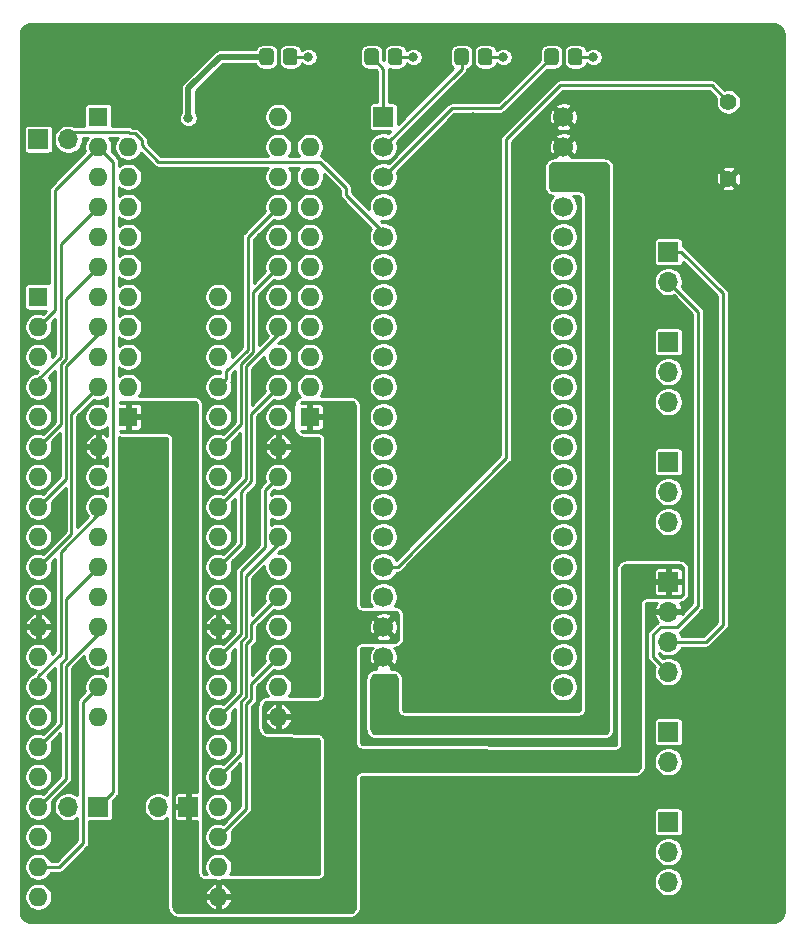
<source format=gbr>
%TF.GenerationSoftware,KiCad,Pcbnew,(5.1.9)-1*%
%TF.CreationDate,2021-09-04T20:40:44+01:00*%
%TF.ProjectId,Blue Pill Kickstart Switcher,426c7565-2050-4696-9c6c-204b69636b73,1*%
%TF.SameCoordinates,Original*%
%TF.FileFunction,Copper,L2,Bot*%
%TF.FilePolarity,Positive*%
%FSLAX46Y46*%
G04 Gerber Fmt 4.6, Leading zero omitted, Abs format (unit mm)*
G04 Created by KiCad (PCBNEW (5.1.9)-1) date 2021-09-04 20:40:44*
%MOMM*%
%LPD*%
G01*
G04 APERTURE LIST*
%TA.AperFunction,ComponentPad*%
%ADD10O,1.600000X1.600000*%
%TD*%
%TA.AperFunction,ComponentPad*%
%ADD11R,1.600000X1.600000*%
%TD*%
%TA.AperFunction,ComponentPad*%
%ADD12O,1.700000X1.700000*%
%TD*%
%TA.AperFunction,ComponentPad*%
%ADD13R,1.700000X1.700000*%
%TD*%
%TA.AperFunction,ComponentPad*%
%ADD14C,1.700000*%
%TD*%
%TA.AperFunction,ComponentPad*%
%ADD15C,1.400000*%
%TD*%
%TA.AperFunction,ViaPad*%
%ADD16C,0.800000*%
%TD*%
%TA.AperFunction,Conductor*%
%ADD17C,0.250000*%
%TD*%
%TA.AperFunction,Conductor*%
%ADD18C,0.500000*%
%TD*%
%TA.AperFunction,Conductor*%
%ADD19C,0.254000*%
%TD*%
%TA.AperFunction,Conductor*%
%ADD20C,0.100000*%
%TD*%
G04 APERTURE END LIST*
%TO.P,R4,2*%
%TO.N,+5V*%
%TA.AperFunction,SMDPad,CuDef*%
G36*
G01*
X139300000Y-70669999D02*
X139300000Y-71570001D01*
G75*
G02*
X139050001Y-71820000I-249999J0D01*
G01*
X138349999Y-71820000D01*
G75*
G02*
X138100000Y-71570001I0J249999D01*
G01*
X138100000Y-70669999D01*
G75*
G02*
X138349999Y-70420000I249999J0D01*
G01*
X139050001Y-70420000D01*
G75*
G02*
X139300000Y-70669999I0J-249999D01*
G01*
G37*
%TD.AperFunction*%
%TO.P,R4,1*%
%TO.N,Net-(D4-Pad2)*%
%TA.AperFunction,SMDPad,CuDef*%
G36*
G01*
X141300000Y-70669999D02*
X141300000Y-71570001D01*
G75*
G02*
X141050001Y-71820000I-249999J0D01*
G01*
X140349999Y-71820000D01*
G75*
G02*
X140100000Y-71570001I0J249999D01*
G01*
X140100000Y-70669999D01*
G75*
G02*
X140349999Y-70420000I249999J0D01*
G01*
X141050001Y-70420000D01*
G75*
G02*
X141300000Y-70669999I0J-249999D01*
G01*
G37*
%TD.AperFunction*%
%TD*%
D10*
%TO.P,RN2,10*%
%TO.N,A8*%
X142367000Y-78740000D03*
%TO.P,RN2,9*%
%TO.N,A9*%
X142367000Y-81280000D03*
%TO.P,RN2,8*%
%TO.N,A10*%
X142367000Y-83820000D03*
%TO.P,RN2,7*%
%TO.N,A11*%
X142367000Y-86360000D03*
%TO.P,RN2,6*%
%TO.N,A12*%
X142367000Y-88900000D03*
%TO.P,RN2,5*%
%TO.N,A13*%
X142367000Y-91440000D03*
%TO.P,RN2,4*%
%TO.N,A14*%
X142367000Y-93980000D03*
%TO.P,RN2,3*%
%TO.N,A15*%
X142367000Y-96520000D03*
%TO.P,RN2,2*%
%TO.N,A16*%
X142367000Y-99060000D03*
D11*
%TO.P,RN2,1*%
%TO.N,+5V*%
X142367000Y-101600000D03*
%TD*%
%TO.P,RN1,1*%
%TO.N,+5V*%
X127000000Y-101600000D03*
D10*
%TO.P,RN1,2*%
%TO.N,A0*%
X127000000Y-99060000D03*
%TO.P,RN1,3*%
%TO.N,A1*%
X127000000Y-96520000D03*
%TO.P,RN1,4*%
%TO.N,A2*%
X127000000Y-93980000D03*
%TO.P,RN1,5*%
%TO.N,A3*%
X127000000Y-91440000D03*
%TO.P,RN1,6*%
%TO.N,A4*%
X127000000Y-88900000D03*
%TO.P,RN1,7*%
%TO.N,A5*%
X127000000Y-86360000D03*
%TO.P,RN1,8*%
%TO.N,A6*%
X127000000Y-83820000D03*
%TO.P,RN1,9*%
%TO.N,A7*%
X127000000Y-81280000D03*
%TO.P,RN1,10*%
%TO.N,A17*%
X127000000Y-78740000D03*
%TD*%
D12*
%TO.P,J9,2*%
%TO.N,EPROM_PIN32_A20*%
X129540000Y-134620000D03*
D13*
%TO.P,J9,1*%
%TO.N,+5V*%
X132080000Y-134620000D03*
%TD*%
D12*
%TO.P,J8,2*%
%TO.N,A20*%
X121920000Y-134620000D03*
D13*
%TO.P,J8,1*%
%TO.N,A17*%
X124460000Y-134620000D03*
%TD*%
%TO.P,R3,2*%
%TO.N,PB14_A20*%
%TA.AperFunction,SMDPad,CuDef*%
G36*
G01*
X163430000Y-70669999D02*
X163430000Y-71570001D01*
G75*
G02*
X163180001Y-71820000I-249999J0D01*
G01*
X162479999Y-71820000D01*
G75*
G02*
X162230000Y-71570001I0J249999D01*
G01*
X162230000Y-70669999D01*
G75*
G02*
X162479999Y-70420000I249999J0D01*
G01*
X163180001Y-70420000D01*
G75*
G02*
X163430000Y-70669999I0J-249999D01*
G01*
G37*
%TD.AperFunction*%
%TO.P,R3,1*%
%TO.N,Net-(D3-Pad2)*%
%TA.AperFunction,SMDPad,CuDef*%
G36*
G01*
X165430000Y-70669999D02*
X165430000Y-71570001D01*
G75*
G02*
X165180001Y-71820000I-249999J0D01*
G01*
X164479999Y-71820000D01*
G75*
G02*
X164230000Y-71570001I0J249999D01*
G01*
X164230000Y-70669999D01*
G75*
G02*
X164479999Y-70420000I249999J0D01*
G01*
X165180001Y-70420000D01*
G75*
G02*
X165430000Y-70669999I0J-249999D01*
G01*
G37*
%TD.AperFunction*%
%TD*%
%TO.P,R2,2*%
%TO.N,EPROM_PIN42_A19*%
%TA.AperFunction,SMDPad,CuDef*%
G36*
G01*
X155810000Y-70669999D02*
X155810000Y-71570001D01*
G75*
G02*
X155560001Y-71820000I-249999J0D01*
G01*
X154859999Y-71820000D01*
G75*
G02*
X154610000Y-71570001I0J249999D01*
G01*
X154610000Y-70669999D01*
G75*
G02*
X154859999Y-70420000I249999J0D01*
G01*
X155560001Y-70420000D01*
G75*
G02*
X155810000Y-70669999I0J-249999D01*
G01*
G37*
%TD.AperFunction*%
%TO.P,R2,1*%
%TO.N,Net-(D2-Pad2)*%
%TA.AperFunction,SMDPad,CuDef*%
G36*
G01*
X157810000Y-70669999D02*
X157810000Y-71570001D01*
G75*
G02*
X157560001Y-71820000I-249999J0D01*
G01*
X156859999Y-71820000D01*
G75*
G02*
X156610000Y-71570001I0J249999D01*
G01*
X156610000Y-70669999D01*
G75*
G02*
X156859999Y-70420000I249999J0D01*
G01*
X157560001Y-70420000D01*
G75*
G02*
X157810000Y-70669999I0J-249999D01*
G01*
G37*
%TD.AperFunction*%
%TD*%
%TO.P,R1,2*%
%TO.N,EPROM_PIN1_A18*%
%TA.AperFunction,SMDPad,CuDef*%
G36*
G01*
X148190000Y-70669999D02*
X148190000Y-71570001D01*
G75*
G02*
X147940001Y-71820000I-249999J0D01*
G01*
X147239999Y-71820000D01*
G75*
G02*
X146990000Y-71570001I0J249999D01*
G01*
X146990000Y-70669999D01*
G75*
G02*
X147239999Y-70420000I249999J0D01*
G01*
X147940001Y-70420000D01*
G75*
G02*
X148190000Y-70669999I0J-249999D01*
G01*
G37*
%TD.AperFunction*%
%TO.P,R1,1*%
%TO.N,Net-(D1-Pad2)*%
%TA.AperFunction,SMDPad,CuDef*%
G36*
G01*
X150190000Y-70669999D02*
X150190000Y-71570001D01*
G75*
G02*
X149940001Y-71820000I-249999J0D01*
G01*
X149239999Y-71820000D01*
G75*
G02*
X148990000Y-71570001I0J249999D01*
G01*
X148990000Y-70669999D01*
G75*
G02*
X149239999Y-70420000I249999J0D01*
G01*
X149940001Y-70420000D01*
G75*
G02*
X150190000Y-70669999I0J-249999D01*
G01*
G37*
%TD.AperFunction*%
%TD*%
D12*
%TO.P,J6,2*%
%TO.N,PA8*%
X121920000Y-78105000D03*
D13*
%TO.P,J6,1*%
X119380000Y-78105000D03*
%TD*%
D14*
%TO.P,U3,40*%
%TO.N,GND*%
X163830000Y-76200000D03*
D13*
%TO.P,U3,1*%
%TO.N,EPROM_PIN1_A18*%
X148590000Y-76200000D03*
D14*
%TO.P,U3,39*%
%TO.N,GND*%
X163830000Y-78740000D03*
%TO.P,U3,2*%
%TO.N,EPROM_PIN42_A19*%
X148590000Y-78740000D03*
%TO.P,U3,38*%
%TO.N,+3V3*%
X163830000Y-81280000D03*
%TO.P,U3,3*%
%TO.N,PB14_A20*%
X148590000Y-81280000D03*
%TO.P,U3,37*%
%TO.N,Net-(U3-Pad37)*%
X163830000Y-83820000D03*
%TO.P,U3,4*%
%TO.N,Net-(U3-Pad4)*%
X148590000Y-83820000D03*
%TO.P,U3,36*%
%TO.N,Net-(U3-Pad36)*%
X163830000Y-86360000D03*
%TO.P,U3,5*%
%TO.N,PA8*%
X148590000Y-86360000D03*
%TO.P,U3,35*%
%TO.N,Net-(U3-Pad35)*%
X163830000Y-88900000D03*
%TO.P,U3,6*%
%TO.N,PA9*%
X148590000Y-88900000D03*
%TO.P,U3,34*%
%TO.N,Net-(U3-Pad34)*%
X163830000Y-91440000D03*
%TO.P,U3,7*%
%TO.N,PA10*%
X148590000Y-91440000D03*
%TO.P,U3,33*%
%TO.N,Net-(U3-Pad33)*%
X163830000Y-93980000D03*
%TO.P,U3,8*%
%TO.N,Net-(U3-Pad8)*%
X148590000Y-93980000D03*
%TO.P,U3,32*%
%TO.N,Net-(U3-Pad32)*%
X163830000Y-96520000D03*
%TO.P,U3,9*%
%TO.N,Net-(U3-Pad9)*%
X148590000Y-96520000D03*
%TO.P,U3,31*%
%TO.N,Net-(U3-Pad31)*%
X163830000Y-99060000D03*
%TO.P,U3,10*%
%TO.N,PA15*%
X148590000Y-99060000D03*
%TO.P,U3,30*%
%TO.N,Net-(U3-Pad30)*%
X163830000Y-101600000D03*
%TO.P,U3,11*%
%TO.N,PB3*%
X148590000Y-101600000D03*
%TO.P,U3,29*%
%TO.N,Net-(U3-Pad29)*%
X163830000Y-104140000D03*
%TO.P,U3,12*%
%TO.N,PB4*%
X148590000Y-104140000D03*
%TO.P,U3,28*%
%TO.N,Net-(U3-Pad28)*%
X163830000Y-106680000D03*
%TO.P,U3,13*%
%TO.N,PB5*%
X148590000Y-106680000D03*
%TO.P,U3,27*%
%TO.N,Net-(U3-Pad27)*%
X163830000Y-109220000D03*
%TO.P,U3,14*%
%TO.N,PB6*%
X148590000Y-109220000D03*
%TO.P,U3,26*%
%TO.N,Net-(U3-Pad26)*%
X163830000Y-111760000D03*
%TO.P,U3,15*%
%TO.N,PB7*%
X148590000Y-111760000D03*
%TO.P,U3,25*%
%TO.N,Net-(U3-Pad25)*%
X163830000Y-114300000D03*
%TO.P,U3,16*%
%TO.N,PB8*%
X148590000Y-114300000D03*
%TO.P,U3,24*%
%TO.N,Net-(U3-Pad24)*%
X163830000Y-116840000D03*
%TO.P,U3,17*%
%TO.N,PB9*%
X148590000Y-116840000D03*
%TO.P,U3,23*%
%TO.N,Net-(U3-Pad23)*%
X163830000Y-119380000D03*
%TO.P,U3,18*%
%TO.N,+5V*%
X148590000Y-119380000D03*
%TO.P,U3,22*%
%TO.N,Net-(U3-Pad22)*%
X163830000Y-121920000D03*
%TO.P,U3,19*%
%TO.N,GND*%
X148590000Y-121920000D03*
%TO.P,U3,21*%
%TO.N,Net-(U3-Pad21)*%
X163830000Y-124460000D03*
%TO.P,U3,20*%
%TO.N,+3V3*%
X148590000Y-124460000D03*
%TD*%
D12*
%TO.P,J7,2*%
%TO.N,PB4*%
X172720000Y-130810000D03*
D13*
%TO.P,J7,1*%
%TO.N,PB5*%
X172720000Y-128270000D03*
%TD*%
D12*
%TO.P,J5,3*%
%TO.N,A20*%
X172720000Y-140970000D03*
%TO.P,J5,2*%
%TO.N,EPROM_PIN32_A20*%
X172720000Y-138430000D03*
D13*
%TO.P,J5,1*%
%TO.N,PB14_A20*%
X172720000Y-135890000D03*
%TD*%
D12*
%TO.P,J4,4*%
%TO.N,PA10*%
X172720000Y-123190000D03*
%TO.P,J4,3*%
%TO.N,PA9*%
X172720000Y-120650000D03*
%TO.P,J4,2*%
%TO.N,GND*%
X172720000Y-118110000D03*
D13*
%TO.P,J4,1*%
%TO.N,+5V*%
X172720000Y-115570000D03*
%TD*%
D12*
%TO.P,J3,3*%
%TO.N,PB7*%
X172720000Y-110490000D03*
%TO.P,J3,2*%
%TO.N,PB6*%
X172720000Y-107950000D03*
D13*
%TO.P,J3,1*%
%TO.N,PB5*%
X172720000Y-105410000D03*
%TD*%
D12*
%TO.P,J2,3*%
%TO.N,PB4*%
X172720000Y-100330000D03*
%TO.P,J2,2*%
%TO.N,PB3*%
X172720000Y-97790000D03*
D13*
%TO.P,J2,1*%
%TO.N,PA15*%
X172720000Y-95250000D03*
%TD*%
D12*
%TO.P,J1,2*%
%TO.N,PA10*%
X172720000Y-90170000D03*
D13*
%TO.P,J1,1*%
%TO.N,PA9*%
X172720000Y-87630000D03*
%TD*%
D15*
%TO.P,B1,2*%
%TO.N,GND*%
X177800000Y-81430000D03*
%TO.P,B1,1*%
%TO.N,PB8*%
X177800000Y-74930000D03*
%TD*%
D10*
%TO.P,U2,42*%
%TO.N,EPROM_PIN42_A19*%
X139700000Y-76200000D03*
%TO.P,U2,21*%
%TO.N,D11*%
X124460000Y-127000000D03*
%TO.P,U2,41*%
%TO.N,A8*%
X139700000Y-78740000D03*
%TO.P,U2,20*%
%TO.N,D3*%
X124460000Y-124460000D03*
%TO.P,U2,40*%
%TO.N,A9*%
X139700000Y-81280000D03*
%TO.P,U2,19*%
%TO.N,D10*%
X124460000Y-121920000D03*
%TO.P,U2,39*%
%TO.N,A10*%
X139700000Y-83820000D03*
%TO.P,U2,18*%
%TO.N,D2*%
X124460000Y-119380000D03*
%TO.P,U2,38*%
%TO.N,A11*%
X139700000Y-86360000D03*
%TO.P,U2,17*%
%TO.N,D9*%
X124460000Y-116840000D03*
%TO.P,U2,37*%
%TO.N,A12*%
X139700000Y-88900000D03*
%TO.P,U2,16*%
%TO.N,D1*%
X124460000Y-114300000D03*
%TO.P,U2,36*%
%TO.N,A13*%
X139700000Y-91440000D03*
%TO.P,U2,15*%
%TO.N,D8*%
X124460000Y-111760000D03*
%TO.P,U2,35*%
%TO.N,A14*%
X139700000Y-93980000D03*
%TO.P,U2,14*%
%TO.N,D0*%
X124460000Y-109220000D03*
%TO.P,U2,34*%
%TO.N,A15*%
X139700000Y-96520000D03*
%TO.P,U2,13*%
%TO.N,OE*%
X124460000Y-106680000D03*
%TO.P,U2,33*%
%TO.N,A16*%
X139700000Y-99060000D03*
%TO.P,U2,12*%
%TO.N,GND*%
X124460000Y-104140000D03*
%TO.P,U2,32*%
%TO.N,EPROM_PIN32_A20*%
X139700000Y-101600000D03*
%TO.P,U2,11*%
%TO.N,CS*%
X124460000Y-101600000D03*
%TO.P,U2,31*%
%TO.N,GND*%
X139700000Y-104140000D03*
%TO.P,U2,10*%
%TO.N,A0*%
X124460000Y-99060000D03*
%TO.P,U2,30*%
%TO.N,D15*%
X139700000Y-106680000D03*
%TO.P,U2,9*%
%TO.N,A1*%
X124460000Y-96520000D03*
%TO.P,U2,29*%
%TO.N,D7*%
X139700000Y-109220000D03*
%TO.P,U2,8*%
%TO.N,A2*%
X124460000Y-93980000D03*
%TO.P,U2,28*%
%TO.N,D14*%
X139700000Y-111760000D03*
%TO.P,U2,7*%
%TO.N,A3*%
X124460000Y-91440000D03*
%TO.P,U2,27*%
%TO.N,D6*%
X139700000Y-114300000D03*
%TO.P,U2,6*%
%TO.N,A4*%
X124460000Y-88900000D03*
%TO.P,U2,26*%
%TO.N,D13*%
X139700000Y-116840000D03*
%TO.P,U2,5*%
%TO.N,A5*%
X124460000Y-86360000D03*
%TO.P,U2,25*%
%TO.N,D5*%
X139700000Y-119380000D03*
%TO.P,U2,4*%
%TO.N,A6*%
X124460000Y-83820000D03*
%TO.P,U2,24*%
%TO.N,D12*%
X139700000Y-121920000D03*
%TO.P,U2,3*%
%TO.N,A7*%
X124460000Y-81280000D03*
%TO.P,U2,23*%
%TO.N,D4*%
X139700000Y-124460000D03*
%TO.P,U2,2*%
%TO.N,A17*%
X124460000Y-78740000D03*
%TO.P,U2,22*%
%TO.N,+5V*%
X139700000Y-127000000D03*
D11*
%TO.P,U2,1*%
%TO.N,EPROM_PIN1_A18*%
X124460000Y-76200000D03*
%TD*%
D10*
%TO.P,U1,42*%
%TO.N,Net-(U1-Pad42)*%
X134620000Y-91440000D03*
%TO.P,U1,21*%
%TO.N,D11*%
X119380000Y-142240000D03*
%TO.P,U1,41*%
%TO.N,A8*%
X134620000Y-93980000D03*
%TO.P,U1,20*%
%TO.N,D3*%
X119380000Y-139700000D03*
%TO.P,U1,40*%
%TO.N,A9*%
X134620000Y-96520000D03*
%TO.P,U1,19*%
%TO.N,D10*%
X119380000Y-137160000D03*
%TO.P,U1,39*%
%TO.N,A10*%
X134620000Y-99060000D03*
%TO.P,U1,18*%
%TO.N,D2*%
X119380000Y-134620000D03*
%TO.P,U1,38*%
%TO.N,A11*%
X134620000Y-101600000D03*
%TO.P,U1,17*%
%TO.N,D9*%
X119380000Y-132080000D03*
%TO.P,U1,37*%
%TO.N,A12*%
X134620000Y-104140000D03*
%TO.P,U1,16*%
%TO.N,D1*%
X119380000Y-129540000D03*
%TO.P,U1,36*%
%TO.N,A13*%
X134620000Y-106680000D03*
%TO.P,U1,15*%
%TO.N,D8*%
X119380000Y-127000000D03*
%TO.P,U1,35*%
%TO.N,A14*%
X134620000Y-109220000D03*
%TO.P,U1,14*%
%TO.N,D0*%
X119380000Y-124460000D03*
%TO.P,U1,34*%
%TO.N,A15*%
X134620000Y-111760000D03*
%TO.P,U1,13*%
%TO.N,OE*%
X119380000Y-121920000D03*
%TO.P,U1,33*%
%TO.N,A16*%
X134620000Y-114300000D03*
%TO.P,U1,12*%
%TO.N,GND*%
X119380000Y-119380000D03*
%TO.P,U1,32*%
%TO.N,A20*%
X134620000Y-116840000D03*
%TO.P,U1,11*%
%TO.N,CS*%
X119380000Y-116840000D03*
%TO.P,U1,31*%
%TO.N,GND*%
X134620000Y-119380000D03*
%TO.P,U1,10*%
%TO.N,A0*%
X119380000Y-114300000D03*
%TO.P,U1,30*%
%TO.N,D15*%
X134620000Y-121920000D03*
%TO.P,U1,9*%
%TO.N,A1*%
X119380000Y-111760000D03*
%TO.P,U1,29*%
%TO.N,D7*%
X134620000Y-124460000D03*
%TO.P,U1,8*%
%TO.N,A2*%
X119380000Y-109220000D03*
%TO.P,U1,28*%
%TO.N,D14*%
X134620000Y-127000000D03*
%TO.P,U1,7*%
%TO.N,A3*%
X119380000Y-106680000D03*
%TO.P,U1,27*%
%TO.N,D6*%
X134620000Y-129540000D03*
%TO.P,U1,6*%
%TO.N,A4*%
X119380000Y-104140000D03*
%TO.P,U1,26*%
%TO.N,D13*%
X134620000Y-132080000D03*
%TO.P,U1,5*%
%TO.N,A5*%
X119380000Y-101600000D03*
%TO.P,U1,25*%
%TO.N,D5*%
X134620000Y-134620000D03*
%TO.P,U1,4*%
%TO.N,A6*%
X119380000Y-99060000D03*
%TO.P,U1,24*%
%TO.N,D12*%
X134620000Y-137160000D03*
%TO.P,U1,3*%
%TO.N,A7*%
X119380000Y-96520000D03*
%TO.P,U1,23*%
%TO.N,D4*%
X134620000Y-139700000D03*
%TO.P,U1,2*%
%TO.N,A17*%
X119380000Y-93980000D03*
%TO.P,U1,22*%
%TO.N,+5V*%
X134620000Y-142240000D03*
D11*
%TO.P,U1,1*%
%TO.N,Net-(U1-Pad1)*%
X119380000Y-91440000D03*
%TD*%
D16*
%TO.N,GND*%
X128905000Y-86360000D03*
X128905000Y-88900000D03*
X128905000Y-91440000D03*
X128905000Y-93980000D03*
X128905000Y-96520000D03*
X128905000Y-99060000D03*
X128905000Y-104140000D03*
X128905000Y-109220000D03*
X128905000Y-111760000D03*
X128905000Y-114300000D03*
X128905000Y-116840000D03*
X128905000Y-119380000D03*
X128905000Y-124460000D03*
X128905000Y-127000000D03*
X156210000Y-76200000D03*
X156210000Y-78740000D03*
X156210000Y-81280000D03*
X156210000Y-83820000D03*
X156210000Y-86360000D03*
X156210000Y-88900000D03*
X156210000Y-91440000D03*
X156210000Y-93980000D03*
X156210000Y-96520000D03*
X156210000Y-99060000D03*
X156210000Y-101600000D03*
X156210000Y-104140000D03*
X156210000Y-106680000D03*
X156210000Y-109220000D03*
X156210000Y-111760000D03*
X156210000Y-114300000D03*
X156210000Y-116840000D03*
X156210000Y-119380000D03*
X156210000Y-121920000D03*
X179705000Y-78105000D03*
X172720000Y-92710000D03*
X172720000Y-102870000D03*
X172720000Y-113030000D03*
X177800000Y-136525000D03*
X181610000Y-136525000D03*
X167005000Y-137160000D03*
X150495000Y-137160000D03*
X167005000Y-133985000D03*
X181610000Y-88900000D03*
X181610000Y-96520000D03*
X181610000Y-99060000D03*
X181610000Y-102870000D03*
X181610000Y-106680000D03*
X181610000Y-109220000D03*
X181610000Y-113030000D03*
X181610000Y-116840000D03*
X181610000Y-119380000D03*
X181610000Y-121920000D03*
X181610000Y-125095000D03*
X181610000Y-129540000D03*
X181610000Y-132715000D03*
X177800000Y-132715000D03*
X172720000Y-83185000D03*
X167005000Y-140335000D03*
%TO.N,+5V*%
X132080000Y-76327000D03*
%TO.N,Net-(D1-Pad2)*%
X151130000Y-71120000D03*
%TO.N,Net-(D2-Pad2)*%
X158750000Y-71120000D03*
%TO.N,Net-(D3-Pad2)*%
X166370000Y-71120000D03*
%TO.N,Net-(D4-Pad2)*%
X142240000Y-71120000D03*
%TD*%
D17*
%TO.N,D3*%
X121158000Y-139700000D02*
X119380000Y-139700000D01*
X123190000Y-137668000D02*
X121158000Y-139700000D01*
X123190000Y-125730000D02*
X123190000Y-137668000D01*
X124460000Y-124460000D02*
X123190000Y-125730000D01*
%TO.N,A10*%
X134620000Y-99060000D02*
X134620000Y-98423590D01*
X137102009Y-86417991D02*
X139700000Y-83820000D01*
X137102009Y-95941581D02*
X137102009Y-86417991D01*
X135294991Y-97748599D02*
X137102009Y-95941581D01*
X135294991Y-98385009D02*
X135294991Y-97748599D01*
X134620000Y-99060000D02*
X135294991Y-98385009D01*
%TO.N,D2*%
X121735011Y-122689989D02*
X121735011Y-132264989D01*
X124460000Y-119965000D02*
X121735011Y-122689989D01*
X121735011Y-132264989D02*
X120179999Y-133820001D01*
X124460000Y-119380000D02*
X124460000Y-119965000D01*
X120179999Y-133820001D02*
X119380000Y-134620000D01*
%TO.N,A12*%
X134620000Y-104140000D02*
X134620000Y-103503590D01*
X139700000Y-88900000D02*
X137552020Y-91047980D01*
X137552020Y-91047980D02*
X137552020Y-96127981D01*
X137552020Y-96127981D02*
X136525000Y-97155000D01*
X136525000Y-97155000D02*
X136525000Y-102235000D01*
X136525000Y-102235000D02*
X134620000Y-104140000D01*
%TO.N,D1*%
X121285000Y-127635000D02*
X119380000Y-129540000D01*
X121735011Y-117024989D02*
X121735011Y-122053579D01*
X121735011Y-122053579D02*
X121285000Y-122503590D01*
X124460000Y-114300000D02*
X121735011Y-117024989D01*
X121285000Y-122503590D02*
X121285000Y-127635000D01*
%TO.N,A14*%
X135419999Y-108420001D02*
X134620000Y-109220000D01*
X136975011Y-106864989D02*
X135419999Y-108420001D01*
X139700000Y-94616411D02*
X136975011Y-97341400D01*
X139700000Y-93980000D02*
X139700000Y-94616411D01*
X136975011Y-97341400D02*
X136975011Y-106864989D01*
%TO.N,D0*%
X119380000Y-124460000D02*
X119380000Y-124408590D01*
X119380000Y-123585002D02*
X119380000Y-124460000D01*
X121285000Y-121680002D02*
X119380000Y-123585002D01*
X121285000Y-116713000D02*
X121285000Y-121680002D01*
X121285000Y-116838590D02*
X121285000Y-116713000D01*
X121285000Y-116713000D02*
X121285000Y-113031410D01*
X121285000Y-113031410D02*
X124460000Y-109856410D01*
X124460000Y-109856410D02*
X124460000Y-109220000D01*
%TO.N,A16*%
X136525000Y-112395000D02*
X135419999Y-113500001D01*
X137425022Y-107051388D02*
X136525000Y-107951410D01*
X139700000Y-99060000D02*
X137425022Y-101334978D01*
X137425022Y-101334978D02*
X137425022Y-107051388D01*
X136525000Y-107951410D02*
X136525000Y-112395000D01*
X135419999Y-113500001D02*
X134620000Y-114300000D01*
%TO.N,GND*%
X119380000Y-119380000D02*
X119380000Y-118743590D01*
%TO.N,A0*%
X119380000Y-114300000D02*
X122185022Y-111494978D01*
X122185022Y-111494978D02*
X122185022Y-101334977D01*
X122185022Y-101334977D02*
X124460000Y-99060000D01*
%TO.N,D15*%
X134620000Y-121920000D02*
X134620000Y-121868590D01*
X138574999Y-107805001D02*
X139700000Y-106680000D01*
X138574999Y-112646414D02*
X138574999Y-107805001D01*
X136525000Y-114696413D02*
X138574999Y-112646414D01*
X136525000Y-120015000D02*
X136525000Y-114696413D01*
X134620000Y-121920000D02*
X136525000Y-120015000D01*
%TO.N,A2*%
X121735011Y-97342810D02*
X124460000Y-94617821D01*
X119380000Y-109220000D02*
X121735011Y-106864989D01*
X121735011Y-106864989D02*
X121735011Y-97342810D01*
X124460000Y-94617821D02*
X124460000Y-93980000D01*
%TO.N,D14*%
X134620000Y-127000000D02*
X134620000Y-126363590D01*
X139700000Y-112345000D02*
X136975011Y-115069989D01*
X136525000Y-125095000D02*
X134620000Y-127000000D01*
X136975011Y-115069989D02*
X136975011Y-120201400D01*
X136525000Y-120651410D02*
X136525000Y-125095000D01*
X139700000Y-111760000D02*
X139700000Y-112345000D01*
X136975011Y-120201400D02*
X136525000Y-120651410D01*
%TO.N,A4*%
X119380000Y-104140000D02*
X119380000Y-103503590D01*
X124460000Y-88900000D02*
X121735011Y-91624989D01*
X121285000Y-97156411D02*
X121285000Y-102235000D01*
X121735011Y-96706400D02*
X121285000Y-97156411D01*
X120179999Y-103340001D02*
X119380000Y-104140000D01*
X121285000Y-102235000D02*
X120179999Y-103340001D01*
X121735011Y-91624989D02*
X121735011Y-96706400D01*
%TO.N,D13*%
X136525000Y-130175000D02*
X134620000Y-132080000D01*
X136525000Y-125731410D02*
X136525000Y-130175000D01*
X137425022Y-120387800D02*
X136975011Y-120837810D01*
X139700000Y-116840000D02*
X137425022Y-119114978D01*
X137425022Y-119114978D02*
X137425022Y-120387800D01*
X136975011Y-120837810D02*
X136975011Y-125281400D01*
X136975011Y-125281400D02*
X136525000Y-125731410D01*
%TO.N,A6*%
X119380000Y-99060000D02*
X119380000Y-98423590D01*
X124460000Y-83820000D02*
X121285000Y-86995000D01*
X121285000Y-86995000D02*
X121285000Y-96520000D01*
X121285000Y-96520000D02*
X119380000Y-98425000D01*
X119380000Y-98425000D02*
X119380000Y-99060000D01*
%TO.N,D12*%
X135419999Y-136360001D02*
X134620000Y-137160000D01*
X136975011Y-134804989D02*
X135419999Y-136360001D01*
X137425022Y-124194978D02*
X137425022Y-125467800D01*
X137425022Y-125467800D02*
X136975011Y-125917810D01*
X136975011Y-125917810D02*
X136975011Y-134804989D01*
X139700000Y-121920000D02*
X137425022Y-124194978D01*
%TO.N,A17*%
X119380000Y-93980000D02*
X120777000Y-92583000D01*
X120777000Y-92583000D02*
X120777000Y-82423000D01*
X120777000Y-82423000D02*
X124460000Y-78740000D01*
X125730000Y-80010000D02*
X124460000Y-78740000D01*
X125730000Y-133350000D02*
X125730000Y-80010000D01*
X124460000Y-134620000D02*
X125730000Y-133350000D01*
D18*
%TO.N,+5V*%
X138700000Y-71120000D02*
X134747000Y-71120000D01*
X132080000Y-73787000D02*
X132080000Y-76327000D01*
X134747000Y-71120000D02*
X132080000Y-73787000D01*
D17*
%TO.N,PA10*%
X171450000Y-121920000D02*
X172720000Y-123190000D01*
X171450000Y-120015000D02*
X171450000Y-121920000D01*
X172085000Y-119380000D02*
X171450000Y-120015000D01*
X175260000Y-117602000D02*
X173482000Y-119380000D01*
X173482000Y-119380000D02*
X172085000Y-119380000D01*
X175260000Y-92710000D02*
X175260000Y-117602000D01*
X172720000Y-90170000D02*
X175260000Y-92710000D01*
%TO.N,PA9*%
X177349989Y-91159989D02*
X177349989Y-119195011D01*
X175895000Y-120650000D02*
X172720000Y-120650000D01*
X173820000Y-87630000D02*
X177349989Y-91159989D01*
X177349989Y-119195011D02*
X175895000Y-120650000D01*
X172720000Y-87630000D02*
X173820000Y-87630000D01*
%TO.N,EPROM_PIN42_A19*%
X155210000Y-72120000D02*
X155210000Y-71120000D01*
X148590000Y-78740000D02*
X155210000Y-72120000D01*
%TO.N,EPROM_PIN1_A18*%
X148590000Y-72120000D02*
X147590000Y-71120000D01*
X148590000Y-76200000D02*
X148590000Y-72120000D01*
%TO.N,PB8*%
X176403000Y-73533000D02*
X177800000Y-74930000D01*
X163576000Y-73533000D02*
X176403000Y-73533000D01*
X159004000Y-78105000D02*
X163576000Y-73533000D01*
X149792081Y-114300000D02*
X159004000Y-105088081D01*
X159004000Y-105088081D02*
X159004000Y-78105000D01*
X148590000Y-114300000D02*
X149792081Y-114300000D01*
%TO.N,PA8*%
X129540000Y-80010000D02*
X142621000Y-80010000D01*
X128125001Y-78595001D02*
X129540000Y-80010000D01*
X128125001Y-78199999D02*
X128125001Y-78595001D01*
X127540001Y-77614999D02*
X128125001Y-78199999D01*
X127144999Y-77614999D02*
X127540001Y-77614999D01*
X127000000Y-77470000D02*
X127144999Y-77614999D01*
X122555000Y-77470000D02*
X127000000Y-77470000D01*
X121920000Y-78105000D02*
X122555000Y-77470000D01*
X145415000Y-82789998D02*
X148590000Y-85964998D01*
X145415000Y-82225499D02*
X145415000Y-82789998D01*
X143199501Y-80010000D02*
X145415000Y-82225499D01*
X148590000Y-85964998D02*
X148590000Y-86360000D01*
X142635002Y-80010000D02*
X143199501Y-80010000D01*
%TO.N,PB14_A20*%
X158475001Y-75474999D02*
X162830000Y-71120000D01*
X154395001Y-75474999D02*
X158475001Y-75474999D01*
X148590000Y-81280000D02*
X154395001Y-75474999D01*
%TO.N,Net-(D1-Pad2)*%
X149590000Y-71120000D02*
X151130000Y-71120000D01*
%TO.N,Net-(D2-Pad2)*%
X157210000Y-71120000D02*
X158750000Y-71120000D01*
%TO.N,Net-(D3-Pad2)*%
X164830000Y-71120000D02*
X166370000Y-71120000D01*
%TO.N,Net-(D4-Pad2)*%
X142240000Y-71120000D02*
X140700000Y-71120000D01*
%TD*%
D19*
%TO.N,GND*%
X181777441Y-68369364D02*
X181938501Y-68417992D01*
X182087054Y-68496979D01*
X182217430Y-68603310D01*
X182324674Y-68732946D01*
X182404695Y-68880942D01*
X182454446Y-69041661D01*
X182474000Y-69227707D01*
X182474001Y-143490136D01*
X182455636Y-143677441D01*
X182407008Y-143838503D01*
X182328023Y-143987051D01*
X182221689Y-144117430D01*
X182092054Y-144224674D01*
X181944058Y-144304695D01*
X181783339Y-144354446D01*
X181597293Y-144374000D01*
X118764854Y-144374000D01*
X118577559Y-144355636D01*
X118416497Y-144307008D01*
X118267949Y-144228023D01*
X118137570Y-144121689D01*
X118030326Y-143992054D01*
X117950305Y-143844058D01*
X117900554Y-143683339D01*
X117881000Y-143497293D01*
X117881000Y-142123682D01*
X118199000Y-142123682D01*
X118199000Y-142356318D01*
X118244386Y-142584485D01*
X118333412Y-142799413D01*
X118462658Y-142992843D01*
X118627157Y-143157342D01*
X118820587Y-143286588D01*
X119035515Y-143375614D01*
X119263682Y-143421000D01*
X119496318Y-143421000D01*
X119724485Y-143375614D01*
X119939413Y-143286588D01*
X120132843Y-143157342D01*
X120297342Y-142992843D01*
X120426588Y-142799413D01*
X120515614Y-142584485D01*
X120561000Y-142356318D01*
X120561000Y-142123682D01*
X120515614Y-141895515D01*
X120426588Y-141680587D01*
X120297342Y-141487157D01*
X120132843Y-141322658D01*
X119939413Y-141193412D01*
X119724485Y-141104386D01*
X119496318Y-141059000D01*
X119263682Y-141059000D01*
X119035515Y-141104386D01*
X118820587Y-141193412D01*
X118627157Y-141322658D01*
X118462658Y-141487157D01*
X118333412Y-141680587D01*
X118244386Y-141895515D01*
X118199000Y-142123682D01*
X117881000Y-142123682D01*
X117881000Y-137043682D01*
X118199000Y-137043682D01*
X118199000Y-137276318D01*
X118244386Y-137504485D01*
X118333412Y-137719413D01*
X118462658Y-137912843D01*
X118627157Y-138077342D01*
X118820587Y-138206588D01*
X119035515Y-138295614D01*
X119263682Y-138341000D01*
X119496318Y-138341000D01*
X119724485Y-138295614D01*
X119939413Y-138206588D01*
X120132843Y-138077342D01*
X120297342Y-137912843D01*
X120426588Y-137719413D01*
X120515614Y-137504485D01*
X120561000Y-137276318D01*
X120561000Y-137043682D01*
X120515614Y-136815515D01*
X120426588Y-136600587D01*
X120297342Y-136407157D01*
X120132843Y-136242658D01*
X119939413Y-136113412D01*
X119724485Y-136024386D01*
X119496318Y-135979000D01*
X119263682Y-135979000D01*
X119035515Y-136024386D01*
X118820587Y-136113412D01*
X118627157Y-136242658D01*
X118462658Y-136407157D01*
X118333412Y-136600587D01*
X118244386Y-136815515D01*
X118199000Y-137043682D01*
X117881000Y-137043682D01*
X117881000Y-131963682D01*
X118199000Y-131963682D01*
X118199000Y-132196318D01*
X118244386Y-132424485D01*
X118333412Y-132639413D01*
X118462658Y-132832843D01*
X118627157Y-132997342D01*
X118820587Y-133126588D01*
X119035515Y-133215614D01*
X119263682Y-133261000D01*
X119496318Y-133261000D01*
X119724485Y-133215614D01*
X119939413Y-133126588D01*
X120132843Y-132997342D01*
X120297342Y-132832843D01*
X120426588Y-132639413D01*
X120515614Y-132424485D01*
X120561000Y-132196318D01*
X120561000Y-131963682D01*
X120515614Y-131735515D01*
X120426588Y-131520587D01*
X120297342Y-131327157D01*
X120132843Y-131162658D01*
X119939413Y-131033412D01*
X119724485Y-130944386D01*
X119496318Y-130899000D01*
X119263682Y-130899000D01*
X119035515Y-130944386D01*
X118820587Y-131033412D01*
X118627157Y-131162658D01*
X118462658Y-131327157D01*
X118333412Y-131520587D01*
X118244386Y-131735515D01*
X118199000Y-131963682D01*
X117881000Y-131963682D01*
X117881000Y-126883682D01*
X118199000Y-126883682D01*
X118199000Y-127116318D01*
X118244386Y-127344485D01*
X118333412Y-127559413D01*
X118462658Y-127752843D01*
X118627157Y-127917342D01*
X118820587Y-128046588D01*
X119035515Y-128135614D01*
X119263682Y-128181000D01*
X119496318Y-128181000D01*
X119724485Y-128135614D01*
X119939413Y-128046588D01*
X120132843Y-127917342D01*
X120297342Y-127752843D01*
X120426588Y-127559413D01*
X120515614Y-127344485D01*
X120561000Y-127116318D01*
X120561000Y-126883682D01*
X120515614Y-126655515D01*
X120426588Y-126440587D01*
X120297342Y-126247157D01*
X120132843Y-126082658D01*
X119939413Y-125953412D01*
X119724485Y-125864386D01*
X119496318Y-125819000D01*
X119263682Y-125819000D01*
X119035515Y-125864386D01*
X118820587Y-125953412D01*
X118627157Y-126082658D01*
X118462658Y-126247157D01*
X118333412Y-126440587D01*
X118244386Y-126655515D01*
X118199000Y-126883682D01*
X117881000Y-126883682D01*
X117881000Y-119689114D01*
X118240171Y-119689114D01*
X118260527Y-119756239D01*
X118355438Y-119967408D01*
X118489722Y-120156003D01*
X118658219Y-120314777D01*
X118854454Y-120437628D01*
X119070885Y-120519835D01*
X119253000Y-120458908D01*
X119253000Y-119507000D01*
X119507000Y-119507000D01*
X119507000Y-120458908D01*
X119689115Y-120519835D01*
X119905546Y-120437628D01*
X120101781Y-120314777D01*
X120270278Y-120156003D01*
X120404562Y-119967408D01*
X120499473Y-119756239D01*
X120519829Y-119689114D01*
X120458297Y-119507000D01*
X119507000Y-119507000D01*
X119253000Y-119507000D01*
X118301703Y-119507000D01*
X118240171Y-119689114D01*
X117881000Y-119689114D01*
X117881000Y-119070886D01*
X118240171Y-119070886D01*
X118301703Y-119253000D01*
X119253000Y-119253000D01*
X119253000Y-118301092D01*
X119507000Y-118301092D01*
X119507000Y-119253000D01*
X120458297Y-119253000D01*
X120519829Y-119070886D01*
X120499473Y-119003761D01*
X120404562Y-118792592D01*
X120270278Y-118603997D01*
X120101781Y-118445223D01*
X119905546Y-118322372D01*
X119689115Y-118240165D01*
X119507000Y-118301092D01*
X119253000Y-118301092D01*
X119070885Y-118240165D01*
X118854454Y-118322372D01*
X118658219Y-118445223D01*
X118489722Y-118603997D01*
X118355438Y-118792592D01*
X118260527Y-119003761D01*
X118240171Y-119070886D01*
X117881000Y-119070886D01*
X117881000Y-116723682D01*
X118199000Y-116723682D01*
X118199000Y-116956318D01*
X118244386Y-117184485D01*
X118333412Y-117399413D01*
X118462658Y-117592843D01*
X118627157Y-117757342D01*
X118820587Y-117886588D01*
X119035515Y-117975614D01*
X119263682Y-118021000D01*
X119496318Y-118021000D01*
X119724485Y-117975614D01*
X119939413Y-117886588D01*
X120132843Y-117757342D01*
X120297342Y-117592843D01*
X120426588Y-117399413D01*
X120515614Y-117184485D01*
X120561000Y-116956318D01*
X120561000Y-116723682D01*
X120515614Y-116495515D01*
X120426588Y-116280587D01*
X120297342Y-116087157D01*
X120132843Y-115922658D01*
X119939413Y-115793412D01*
X119724485Y-115704386D01*
X119496318Y-115659000D01*
X119263682Y-115659000D01*
X119035515Y-115704386D01*
X118820587Y-115793412D01*
X118627157Y-115922658D01*
X118462658Y-116087157D01*
X118333412Y-116280587D01*
X118244386Y-116495515D01*
X118199000Y-116723682D01*
X117881000Y-116723682D01*
X117881000Y-111643682D01*
X118199000Y-111643682D01*
X118199000Y-111876318D01*
X118244386Y-112104485D01*
X118333412Y-112319413D01*
X118462658Y-112512843D01*
X118627157Y-112677342D01*
X118820587Y-112806588D01*
X119035515Y-112895614D01*
X119263682Y-112941000D01*
X119496318Y-112941000D01*
X119724485Y-112895614D01*
X119939413Y-112806588D01*
X120132843Y-112677342D01*
X120297342Y-112512843D01*
X120426588Y-112319413D01*
X120515614Y-112104485D01*
X120561000Y-111876318D01*
X120561000Y-111643682D01*
X120515614Y-111415515D01*
X120426588Y-111200587D01*
X120297342Y-111007157D01*
X120132843Y-110842658D01*
X119939413Y-110713412D01*
X119724485Y-110624386D01*
X119496318Y-110579000D01*
X119263682Y-110579000D01*
X119035515Y-110624386D01*
X118820587Y-110713412D01*
X118627157Y-110842658D01*
X118462658Y-111007157D01*
X118333412Y-111200587D01*
X118244386Y-111415515D01*
X118199000Y-111643682D01*
X117881000Y-111643682D01*
X117881000Y-106563682D01*
X118199000Y-106563682D01*
X118199000Y-106796318D01*
X118244386Y-107024485D01*
X118333412Y-107239413D01*
X118462658Y-107432843D01*
X118627157Y-107597342D01*
X118820587Y-107726588D01*
X119035515Y-107815614D01*
X119263682Y-107861000D01*
X119496318Y-107861000D01*
X119724485Y-107815614D01*
X119939413Y-107726588D01*
X120132843Y-107597342D01*
X120297342Y-107432843D01*
X120426588Y-107239413D01*
X120515614Y-107024485D01*
X120561000Y-106796318D01*
X120561000Y-106563682D01*
X120515614Y-106335515D01*
X120426588Y-106120587D01*
X120297342Y-105927157D01*
X120132843Y-105762658D01*
X119939413Y-105633412D01*
X119724485Y-105544386D01*
X119496318Y-105499000D01*
X119263682Y-105499000D01*
X119035515Y-105544386D01*
X118820587Y-105633412D01*
X118627157Y-105762658D01*
X118462658Y-105927157D01*
X118333412Y-106120587D01*
X118244386Y-106335515D01*
X118199000Y-106563682D01*
X117881000Y-106563682D01*
X117881000Y-101483682D01*
X118199000Y-101483682D01*
X118199000Y-101716318D01*
X118244386Y-101944485D01*
X118333412Y-102159413D01*
X118462658Y-102352843D01*
X118627157Y-102517342D01*
X118820587Y-102646588D01*
X119035515Y-102735614D01*
X119263682Y-102781000D01*
X119496318Y-102781000D01*
X119724485Y-102735614D01*
X119939413Y-102646588D01*
X120132843Y-102517342D01*
X120297342Y-102352843D01*
X120426588Y-102159413D01*
X120515614Y-101944485D01*
X120561000Y-101716318D01*
X120561000Y-101483682D01*
X120515614Y-101255515D01*
X120426588Y-101040587D01*
X120297342Y-100847157D01*
X120132843Y-100682658D01*
X119939413Y-100553412D01*
X119724485Y-100464386D01*
X119496318Y-100419000D01*
X119263682Y-100419000D01*
X119035515Y-100464386D01*
X118820587Y-100553412D01*
X118627157Y-100682658D01*
X118462658Y-100847157D01*
X118333412Y-101040587D01*
X118244386Y-101255515D01*
X118199000Y-101483682D01*
X117881000Y-101483682D01*
X117881000Y-90640000D01*
X118197157Y-90640000D01*
X118197157Y-92240000D01*
X118204513Y-92314689D01*
X118226299Y-92386508D01*
X118261678Y-92452696D01*
X118309289Y-92510711D01*
X118367304Y-92558322D01*
X118433492Y-92593701D01*
X118505311Y-92615487D01*
X118580000Y-92622843D01*
X120021565Y-92622843D01*
X119777898Y-92866510D01*
X119724485Y-92844386D01*
X119496318Y-92799000D01*
X119263682Y-92799000D01*
X119035515Y-92844386D01*
X118820587Y-92933412D01*
X118627157Y-93062658D01*
X118462658Y-93227157D01*
X118333412Y-93420587D01*
X118244386Y-93635515D01*
X118199000Y-93863682D01*
X118199000Y-94096318D01*
X118244386Y-94324485D01*
X118333412Y-94539413D01*
X118462658Y-94732843D01*
X118627157Y-94897342D01*
X118820587Y-95026588D01*
X119035515Y-95115614D01*
X119263682Y-95161000D01*
X119496318Y-95161000D01*
X119724485Y-95115614D01*
X119939413Y-95026588D01*
X120132843Y-94897342D01*
X120297342Y-94732843D01*
X120426588Y-94539413D01*
X120515614Y-94324485D01*
X120561000Y-94096318D01*
X120561000Y-93863682D01*
X120515614Y-93635515D01*
X120493490Y-93582102D01*
X120779001Y-93296591D01*
X120779001Y-96310407D01*
X120561000Y-96528408D01*
X120561000Y-96403682D01*
X120515614Y-96175515D01*
X120426588Y-95960587D01*
X120297342Y-95767157D01*
X120132843Y-95602658D01*
X119939413Y-95473412D01*
X119724485Y-95384386D01*
X119496318Y-95339000D01*
X119263682Y-95339000D01*
X119035515Y-95384386D01*
X118820587Y-95473412D01*
X118627157Y-95602658D01*
X118462658Y-95767157D01*
X118333412Y-95960587D01*
X118244386Y-96175515D01*
X118199000Y-96403682D01*
X118199000Y-96636318D01*
X118244386Y-96864485D01*
X118333412Y-97079413D01*
X118462658Y-97272843D01*
X118627157Y-97437342D01*
X118820587Y-97566588D01*
X119035515Y-97655614D01*
X119263682Y-97701000D01*
X119388409Y-97701000D01*
X119197181Y-97892228D01*
X119035515Y-97924386D01*
X118820587Y-98013412D01*
X118627157Y-98142658D01*
X118462658Y-98307157D01*
X118333412Y-98500587D01*
X118244386Y-98715515D01*
X118199000Y-98943682D01*
X118199000Y-99176318D01*
X118244386Y-99404485D01*
X118333412Y-99619413D01*
X118462658Y-99812843D01*
X118627157Y-99977342D01*
X118820587Y-100106588D01*
X119035515Y-100195614D01*
X119263682Y-100241000D01*
X119496318Y-100241000D01*
X119724485Y-100195614D01*
X119939413Y-100106588D01*
X120132843Y-99977342D01*
X120297342Y-99812843D01*
X120426588Y-99619413D01*
X120515614Y-99404485D01*
X120561000Y-99176318D01*
X120561000Y-98943682D01*
X120515614Y-98715515D01*
X120426588Y-98500587D01*
X120297342Y-98307157D01*
X120255388Y-98265203D01*
X120779000Y-97741591D01*
X120779001Y-102025407D01*
X119839782Y-102964627D01*
X119839777Y-102964631D01*
X119777898Y-103026510D01*
X119724485Y-103004386D01*
X119496318Y-102959000D01*
X119263682Y-102959000D01*
X119035515Y-103004386D01*
X118820587Y-103093412D01*
X118627157Y-103222658D01*
X118462658Y-103387157D01*
X118333412Y-103580587D01*
X118244386Y-103795515D01*
X118199000Y-104023682D01*
X118199000Y-104256318D01*
X118244386Y-104484485D01*
X118333412Y-104699413D01*
X118462658Y-104892843D01*
X118627157Y-105057342D01*
X118820587Y-105186588D01*
X119035515Y-105275614D01*
X119263682Y-105321000D01*
X119496318Y-105321000D01*
X119724485Y-105275614D01*
X119939413Y-105186588D01*
X120132843Y-105057342D01*
X120297342Y-104892843D01*
X120426588Y-104699413D01*
X120515614Y-104484485D01*
X120561000Y-104256318D01*
X120561000Y-104023682D01*
X120515614Y-103795515D01*
X120493490Y-103742102D01*
X120555369Y-103680223D01*
X120555373Y-103680218D01*
X121229011Y-103006580D01*
X121229011Y-106655397D01*
X119777898Y-108106510D01*
X119724485Y-108084386D01*
X119496318Y-108039000D01*
X119263682Y-108039000D01*
X119035515Y-108084386D01*
X118820587Y-108173412D01*
X118627157Y-108302658D01*
X118462658Y-108467157D01*
X118333412Y-108660587D01*
X118244386Y-108875515D01*
X118199000Y-109103682D01*
X118199000Y-109336318D01*
X118244386Y-109564485D01*
X118333412Y-109779413D01*
X118462658Y-109972843D01*
X118627157Y-110137342D01*
X118820587Y-110266588D01*
X119035515Y-110355614D01*
X119263682Y-110401000D01*
X119496318Y-110401000D01*
X119724485Y-110355614D01*
X119939413Y-110266588D01*
X120132843Y-110137342D01*
X120297342Y-109972843D01*
X120426588Y-109779413D01*
X120515614Y-109564485D01*
X120561000Y-109336318D01*
X120561000Y-109103682D01*
X120515614Y-108875515D01*
X120493490Y-108822102D01*
X121679022Y-107636569D01*
X121679022Y-111285386D01*
X119777898Y-113186510D01*
X119724485Y-113164386D01*
X119496318Y-113119000D01*
X119263682Y-113119000D01*
X119035515Y-113164386D01*
X118820587Y-113253412D01*
X118627157Y-113382658D01*
X118462658Y-113547157D01*
X118333412Y-113740587D01*
X118244386Y-113955515D01*
X118199000Y-114183682D01*
X118199000Y-114416318D01*
X118244386Y-114644485D01*
X118333412Y-114859413D01*
X118462658Y-115052843D01*
X118627157Y-115217342D01*
X118820587Y-115346588D01*
X119035515Y-115435614D01*
X119263682Y-115481000D01*
X119496318Y-115481000D01*
X119724485Y-115435614D01*
X119939413Y-115346588D01*
X120132843Y-115217342D01*
X120297342Y-115052843D01*
X120426588Y-114859413D01*
X120515614Y-114644485D01*
X120561000Y-114416318D01*
X120561000Y-114183682D01*
X120515614Y-113955515D01*
X120493490Y-113902102D01*
X120779001Y-113616591D01*
X120779000Y-116688146D01*
X120779000Y-116688147D01*
X120779001Y-121470409D01*
X120541875Y-121707535D01*
X120515614Y-121575515D01*
X120426588Y-121360587D01*
X120297342Y-121167157D01*
X120132843Y-121002658D01*
X119939413Y-120873412D01*
X119724485Y-120784386D01*
X119496318Y-120739000D01*
X119263682Y-120739000D01*
X119035515Y-120784386D01*
X118820587Y-120873412D01*
X118627157Y-121002658D01*
X118462658Y-121167157D01*
X118333412Y-121360587D01*
X118244386Y-121575515D01*
X118199000Y-121803682D01*
X118199000Y-122036318D01*
X118244386Y-122264485D01*
X118333412Y-122479413D01*
X118462658Y-122672843D01*
X118627157Y-122837342D01*
X118820587Y-122966588D01*
X119035515Y-123055614D01*
X119167536Y-123081875D01*
X119039785Y-123209626D01*
X119020473Y-123225475D01*
X118957241Y-123302523D01*
X118919974Y-123372244D01*
X118820587Y-123413412D01*
X118627157Y-123542658D01*
X118462658Y-123707157D01*
X118333412Y-123900587D01*
X118244386Y-124115515D01*
X118199000Y-124343682D01*
X118199000Y-124576318D01*
X118244386Y-124804485D01*
X118333412Y-125019413D01*
X118462658Y-125212843D01*
X118627157Y-125377342D01*
X118820587Y-125506588D01*
X119035515Y-125595614D01*
X119263682Y-125641000D01*
X119496318Y-125641000D01*
X119724485Y-125595614D01*
X119939413Y-125506588D01*
X120132843Y-125377342D01*
X120297342Y-125212843D01*
X120426588Y-125019413D01*
X120515614Y-124804485D01*
X120561000Y-124576318D01*
X120561000Y-124343682D01*
X120515614Y-124115515D01*
X120426588Y-123900587D01*
X120297342Y-123707157D01*
X120135389Y-123545204D01*
X120779000Y-122901593D01*
X120779001Y-127425407D01*
X119777898Y-128426510D01*
X119724485Y-128404386D01*
X119496318Y-128359000D01*
X119263682Y-128359000D01*
X119035515Y-128404386D01*
X118820587Y-128493412D01*
X118627157Y-128622658D01*
X118462658Y-128787157D01*
X118333412Y-128980587D01*
X118244386Y-129195515D01*
X118199000Y-129423682D01*
X118199000Y-129656318D01*
X118244386Y-129884485D01*
X118333412Y-130099413D01*
X118462658Y-130292843D01*
X118627157Y-130457342D01*
X118820587Y-130586588D01*
X119035515Y-130675614D01*
X119263682Y-130721000D01*
X119496318Y-130721000D01*
X119724485Y-130675614D01*
X119939413Y-130586588D01*
X120132843Y-130457342D01*
X120297342Y-130292843D01*
X120426588Y-130099413D01*
X120515614Y-129884485D01*
X120561000Y-129656318D01*
X120561000Y-129423682D01*
X120515614Y-129195515D01*
X120493490Y-129142102D01*
X121229012Y-128406580D01*
X121229012Y-132055396D01*
X119839782Y-133444627D01*
X119839777Y-133444631D01*
X119777898Y-133506510D01*
X119724485Y-133484386D01*
X119496318Y-133439000D01*
X119263682Y-133439000D01*
X119035515Y-133484386D01*
X118820587Y-133573412D01*
X118627157Y-133702658D01*
X118462658Y-133867157D01*
X118333412Y-134060587D01*
X118244386Y-134275515D01*
X118199000Y-134503682D01*
X118199000Y-134736318D01*
X118244386Y-134964485D01*
X118333412Y-135179413D01*
X118462658Y-135372843D01*
X118627157Y-135537342D01*
X118820587Y-135666588D01*
X119035515Y-135755614D01*
X119263682Y-135801000D01*
X119496318Y-135801000D01*
X119724485Y-135755614D01*
X119939413Y-135666588D01*
X120132843Y-135537342D01*
X120297342Y-135372843D01*
X120426588Y-135179413D01*
X120515614Y-134964485D01*
X120561000Y-134736318D01*
X120561000Y-134503682D01*
X120515614Y-134275515D01*
X120493490Y-134222102D01*
X120555369Y-134160223D01*
X120555373Y-134160218D01*
X122075231Y-132640361D01*
X122094538Y-132624516D01*
X122157770Y-132547468D01*
X122204756Y-132459564D01*
X122233689Y-132364182D01*
X122241011Y-132289843D01*
X122241011Y-132289836D01*
X122243458Y-132264990D01*
X122241011Y-132240144D01*
X122241011Y-122899580D01*
X123279000Y-121861591D01*
X123279000Y-122036318D01*
X123324386Y-122264485D01*
X123413412Y-122479413D01*
X123542658Y-122672843D01*
X123707157Y-122837342D01*
X123900587Y-122966588D01*
X124115515Y-123055614D01*
X124343682Y-123101000D01*
X124576318Y-123101000D01*
X124804485Y-123055614D01*
X125019413Y-122966588D01*
X125212843Y-122837342D01*
X125224000Y-122826185D01*
X125224000Y-123553815D01*
X125212843Y-123542658D01*
X125019413Y-123413412D01*
X124804485Y-123324386D01*
X124576318Y-123279000D01*
X124343682Y-123279000D01*
X124115515Y-123324386D01*
X123900587Y-123413412D01*
X123707157Y-123542658D01*
X123542658Y-123707157D01*
X123413412Y-123900587D01*
X123324386Y-124115515D01*
X123279000Y-124343682D01*
X123279000Y-124576318D01*
X123324386Y-124804485D01*
X123346510Y-124857898D01*
X122849785Y-125354624D01*
X122830473Y-125370473D01*
X122767241Y-125447521D01*
X122720255Y-125535426D01*
X122691322Y-125630808D01*
X122684000Y-125705147D01*
X122684000Y-125705154D01*
X122681553Y-125730000D01*
X122684000Y-125754846D01*
X122684001Y-133649978D01*
X122503097Y-133529102D01*
X122279069Y-133436307D01*
X122041243Y-133389000D01*
X121798757Y-133389000D01*
X121560931Y-133436307D01*
X121336903Y-133529102D01*
X121135283Y-133663820D01*
X120963820Y-133835283D01*
X120829102Y-134036903D01*
X120736307Y-134260931D01*
X120689000Y-134498757D01*
X120689000Y-134741243D01*
X120736307Y-134979069D01*
X120829102Y-135203097D01*
X120963820Y-135404717D01*
X121135283Y-135576180D01*
X121336903Y-135710898D01*
X121560931Y-135803693D01*
X121798757Y-135851000D01*
X122041243Y-135851000D01*
X122279069Y-135803693D01*
X122503097Y-135710898D01*
X122684001Y-135590022D01*
X122684001Y-137458407D01*
X120948409Y-139194000D01*
X120448712Y-139194000D01*
X120426588Y-139140587D01*
X120297342Y-138947157D01*
X120132843Y-138782658D01*
X119939413Y-138653412D01*
X119724485Y-138564386D01*
X119496318Y-138519000D01*
X119263682Y-138519000D01*
X119035515Y-138564386D01*
X118820587Y-138653412D01*
X118627157Y-138782658D01*
X118462658Y-138947157D01*
X118333412Y-139140587D01*
X118244386Y-139355515D01*
X118199000Y-139583682D01*
X118199000Y-139816318D01*
X118244386Y-140044485D01*
X118333412Y-140259413D01*
X118462658Y-140452843D01*
X118627157Y-140617342D01*
X118820587Y-140746588D01*
X119035515Y-140835614D01*
X119263682Y-140881000D01*
X119496318Y-140881000D01*
X119724485Y-140835614D01*
X119939413Y-140746588D01*
X120132843Y-140617342D01*
X120297342Y-140452843D01*
X120426588Y-140259413D01*
X120448712Y-140206000D01*
X121133154Y-140206000D01*
X121158000Y-140208447D01*
X121182846Y-140206000D01*
X121182854Y-140206000D01*
X121257193Y-140198678D01*
X121352575Y-140169745D01*
X121440479Y-140122759D01*
X121517527Y-140059527D01*
X121533376Y-140040215D01*
X123530220Y-138043372D01*
X123549527Y-138027527D01*
X123612759Y-137950479D01*
X123659745Y-137862575D01*
X123688678Y-137767193D01*
X123696000Y-137692854D01*
X123696000Y-137692846D01*
X123698447Y-137668000D01*
X123696000Y-137643154D01*
X123696000Y-135852843D01*
X125310000Y-135852843D01*
X125384689Y-135845487D01*
X125456508Y-135823701D01*
X125522696Y-135788322D01*
X125580711Y-135740711D01*
X125628322Y-135682696D01*
X125663701Y-135616508D01*
X125685487Y-135544689D01*
X125692843Y-135470000D01*
X125692843Y-134102749D01*
X126070220Y-133725372D01*
X126089527Y-133709527D01*
X126152759Y-133632479D01*
X126199745Y-133544575D01*
X126225256Y-133460475D01*
X126228678Y-133449194D01*
X126231918Y-133416299D01*
X126236000Y-133374854D01*
X126236000Y-133374847D01*
X126238447Y-133350001D01*
X126236000Y-133325155D01*
X126236000Y-103339253D01*
X126304860Y-103357704D01*
X126434270Y-103374741D01*
X126484000Y-103378000D01*
X130158025Y-103378000D01*
X130212952Y-103385231D01*
X130240855Y-103396789D01*
X130264821Y-103415179D01*
X130283211Y-103439145D01*
X130294769Y-103467048D01*
X130302000Y-103521975D01*
X130302000Y-133648641D01*
X130123097Y-133529102D01*
X129899069Y-133436307D01*
X129661243Y-133389000D01*
X129418757Y-133389000D01*
X129180931Y-133436307D01*
X128956903Y-133529102D01*
X128755283Y-133663820D01*
X128583820Y-133835283D01*
X128449102Y-134036903D01*
X128356307Y-134260931D01*
X128309000Y-134498757D01*
X128309000Y-134741243D01*
X128356307Y-134979069D01*
X128449102Y-135203097D01*
X128583820Y-135404717D01*
X128755283Y-135576180D01*
X128956903Y-135710898D01*
X129180931Y-135803693D01*
X129418757Y-135851000D01*
X129661243Y-135851000D01*
X129899069Y-135803693D01*
X130123097Y-135710898D01*
X130302000Y-135591359D01*
X130302000Y-143137000D01*
X130305259Y-143186730D01*
X130322296Y-143316140D01*
X130348039Y-143412212D01*
X130397989Y-143532802D01*
X130447721Y-143618940D01*
X130527181Y-143722493D01*
X130597507Y-143792819D01*
X130701060Y-143872279D01*
X130787198Y-143922011D01*
X130907788Y-143971961D01*
X131003860Y-143997704D01*
X131133270Y-144014741D01*
X131183000Y-144018000D01*
X145804000Y-144018000D01*
X145853730Y-144014741D01*
X145983140Y-143997704D01*
X146079212Y-143971961D01*
X146199802Y-143922011D01*
X146285940Y-143872279D01*
X146389493Y-143792819D01*
X146459819Y-143722493D01*
X146539279Y-143618940D01*
X146589011Y-143532802D01*
X146638961Y-143412212D01*
X146664704Y-143316140D01*
X146681741Y-143186730D01*
X146685000Y-143137000D01*
X146685000Y-140848757D01*
X171489000Y-140848757D01*
X171489000Y-141091243D01*
X171536307Y-141329069D01*
X171629102Y-141553097D01*
X171763820Y-141754717D01*
X171935283Y-141926180D01*
X172136903Y-142060898D01*
X172360931Y-142153693D01*
X172598757Y-142201000D01*
X172841243Y-142201000D01*
X173079069Y-142153693D01*
X173303097Y-142060898D01*
X173504717Y-141926180D01*
X173676180Y-141754717D01*
X173810898Y-141553097D01*
X173903693Y-141329069D01*
X173951000Y-141091243D01*
X173951000Y-140848757D01*
X173903693Y-140610931D01*
X173810898Y-140386903D01*
X173676180Y-140185283D01*
X173504717Y-140013820D01*
X173303097Y-139879102D01*
X173079069Y-139786307D01*
X172841243Y-139739000D01*
X172598757Y-139739000D01*
X172360931Y-139786307D01*
X172136903Y-139879102D01*
X171935283Y-140013820D01*
X171763820Y-140185283D01*
X171629102Y-140386903D01*
X171536307Y-140610931D01*
X171489000Y-140848757D01*
X146685000Y-140848757D01*
X146685000Y-138308757D01*
X171489000Y-138308757D01*
X171489000Y-138551243D01*
X171536307Y-138789069D01*
X171629102Y-139013097D01*
X171763820Y-139214717D01*
X171935283Y-139386180D01*
X172136903Y-139520898D01*
X172360931Y-139613693D01*
X172598757Y-139661000D01*
X172841243Y-139661000D01*
X173079069Y-139613693D01*
X173303097Y-139520898D01*
X173504717Y-139386180D01*
X173676180Y-139214717D01*
X173810898Y-139013097D01*
X173903693Y-138789069D01*
X173951000Y-138551243D01*
X173951000Y-138308757D01*
X173903693Y-138070931D01*
X173810898Y-137846903D01*
X173676180Y-137645283D01*
X173504717Y-137473820D01*
X173303097Y-137339102D01*
X173079069Y-137246307D01*
X172841243Y-137199000D01*
X172598757Y-137199000D01*
X172360931Y-137246307D01*
X172136903Y-137339102D01*
X171935283Y-137473820D01*
X171763820Y-137645283D01*
X171629102Y-137846903D01*
X171536307Y-138070931D01*
X171489000Y-138308757D01*
X146685000Y-138308757D01*
X146685000Y-135040000D01*
X171487157Y-135040000D01*
X171487157Y-136740000D01*
X171494513Y-136814689D01*
X171516299Y-136886508D01*
X171551678Y-136952696D01*
X171599289Y-137010711D01*
X171657304Y-137058322D01*
X171723492Y-137093701D01*
X171795311Y-137115487D01*
X171870000Y-137122843D01*
X173570000Y-137122843D01*
X173644689Y-137115487D01*
X173716508Y-137093701D01*
X173782696Y-137058322D01*
X173840711Y-137010711D01*
X173888322Y-136952696D01*
X173923701Y-136886508D01*
X173945487Y-136814689D01*
X173952843Y-136740000D01*
X173952843Y-135040000D01*
X173945487Y-134965311D01*
X173923701Y-134893492D01*
X173888322Y-134827304D01*
X173840711Y-134769289D01*
X173782696Y-134721678D01*
X173716508Y-134686299D01*
X173644689Y-134664513D01*
X173570000Y-134657157D01*
X171870000Y-134657157D01*
X171795311Y-134664513D01*
X171723492Y-134686299D01*
X171657304Y-134721678D01*
X171599289Y-134769289D01*
X171551678Y-134827304D01*
X171516299Y-134893492D01*
X171494513Y-134965311D01*
X171487157Y-135040000D01*
X146685000Y-135040000D01*
X146685000Y-132223975D01*
X146692231Y-132169048D01*
X146703789Y-132141145D01*
X146722179Y-132117179D01*
X146746145Y-132098789D01*
X146774048Y-132087231D01*
X146828975Y-132080000D01*
X169934000Y-132080000D01*
X169983730Y-132076741D01*
X170113140Y-132059704D01*
X170209212Y-132033961D01*
X170329802Y-131984011D01*
X170415940Y-131934279D01*
X170519493Y-131854819D01*
X170589819Y-131784493D01*
X170669279Y-131680940D01*
X170719011Y-131594802D01*
X170768961Y-131474212D01*
X170794704Y-131378140D01*
X170811741Y-131248730D01*
X170815000Y-131199000D01*
X170815000Y-130688757D01*
X171489000Y-130688757D01*
X171489000Y-130931243D01*
X171536307Y-131169069D01*
X171629102Y-131393097D01*
X171763820Y-131594717D01*
X171935283Y-131766180D01*
X172136903Y-131900898D01*
X172360931Y-131993693D01*
X172598757Y-132041000D01*
X172841243Y-132041000D01*
X173079069Y-131993693D01*
X173303097Y-131900898D01*
X173504717Y-131766180D01*
X173676180Y-131594717D01*
X173810898Y-131393097D01*
X173903693Y-131169069D01*
X173951000Y-130931243D01*
X173951000Y-130688757D01*
X173903693Y-130450931D01*
X173810898Y-130226903D01*
X173676180Y-130025283D01*
X173504717Y-129853820D01*
X173303097Y-129719102D01*
X173079069Y-129626307D01*
X172841243Y-129579000D01*
X172598757Y-129579000D01*
X172360931Y-129626307D01*
X172136903Y-129719102D01*
X171935283Y-129853820D01*
X171763820Y-130025283D01*
X171629102Y-130226903D01*
X171536307Y-130450931D01*
X171489000Y-130688757D01*
X170815000Y-130688757D01*
X170815000Y-127420000D01*
X171487157Y-127420000D01*
X171487157Y-129120000D01*
X171494513Y-129194689D01*
X171516299Y-129266508D01*
X171551678Y-129332696D01*
X171599289Y-129390711D01*
X171657304Y-129438322D01*
X171723492Y-129473701D01*
X171795311Y-129495487D01*
X171870000Y-129502843D01*
X173570000Y-129502843D01*
X173644689Y-129495487D01*
X173716508Y-129473701D01*
X173782696Y-129438322D01*
X173840711Y-129390711D01*
X173888322Y-129332696D01*
X173923701Y-129266508D01*
X173945487Y-129194689D01*
X173952843Y-129120000D01*
X173952843Y-127420000D01*
X173945487Y-127345311D01*
X173923701Y-127273492D01*
X173888322Y-127207304D01*
X173840711Y-127149289D01*
X173782696Y-127101678D01*
X173716508Y-127066299D01*
X173644689Y-127044513D01*
X173570000Y-127037157D01*
X171870000Y-127037157D01*
X171795311Y-127044513D01*
X171723492Y-127066299D01*
X171657304Y-127101678D01*
X171599289Y-127149289D01*
X171551678Y-127207304D01*
X171516299Y-127273492D01*
X171494513Y-127345311D01*
X171487157Y-127420000D01*
X170815000Y-127420000D01*
X170815000Y-120015000D01*
X170941553Y-120015000D01*
X170944000Y-120039846D01*
X170944001Y-121895144D01*
X170941553Y-121920000D01*
X170951322Y-122019192D01*
X170980255Y-122114574D01*
X170980256Y-122114575D01*
X171027242Y-122202479D01*
X171090474Y-122279527D01*
X171109779Y-122295370D01*
X171568242Y-122753833D01*
X171536307Y-122830931D01*
X171489000Y-123068757D01*
X171489000Y-123311243D01*
X171536307Y-123549069D01*
X171629102Y-123773097D01*
X171763820Y-123974717D01*
X171935283Y-124146180D01*
X172136903Y-124280898D01*
X172360931Y-124373693D01*
X172598757Y-124421000D01*
X172841243Y-124421000D01*
X173079069Y-124373693D01*
X173303097Y-124280898D01*
X173504717Y-124146180D01*
X173676180Y-123974717D01*
X173810898Y-123773097D01*
X173903693Y-123549069D01*
X173951000Y-123311243D01*
X173951000Y-123068757D01*
X173903693Y-122830931D01*
X173810898Y-122606903D01*
X173676180Y-122405283D01*
X173504717Y-122233820D01*
X173303097Y-122099102D01*
X173079069Y-122006307D01*
X172841243Y-121959000D01*
X172598757Y-121959000D01*
X172360931Y-122006307D01*
X172283833Y-122038242D01*
X171956000Y-121710409D01*
X171956000Y-121620023D01*
X172136903Y-121740898D01*
X172360931Y-121833693D01*
X172598757Y-121881000D01*
X172841243Y-121881000D01*
X173079069Y-121833693D01*
X173303097Y-121740898D01*
X173504717Y-121606180D01*
X173676180Y-121434717D01*
X173810898Y-121233097D01*
X173842832Y-121156000D01*
X175870154Y-121156000D01*
X175895000Y-121158447D01*
X175919846Y-121156000D01*
X175919854Y-121156000D01*
X175994193Y-121148678D01*
X176089575Y-121119745D01*
X176177479Y-121072759D01*
X176254527Y-121009527D01*
X176270376Y-120990215D01*
X177690209Y-119570383D01*
X177709516Y-119554538D01*
X177772748Y-119477490D01*
X177819734Y-119389586D01*
X177830181Y-119355146D01*
X177848667Y-119294205D01*
X177849986Y-119280808D01*
X177855989Y-119219865D01*
X177855989Y-119219858D01*
X177858436Y-119195012D01*
X177855989Y-119170166D01*
X177855989Y-91184834D01*
X177858436Y-91159988D01*
X177855989Y-91135142D01*
X177855989Y-91135135D01*
X177848667Y-91060796D01*
X177844780Y-91047980D01*
X177841933Y-91038596D01*
X177819734Y-90965414D01*
X177772748Y-90877510D01*
X177709516Y-90800462D01*
X177690209Y-90784617D01*
X174195376Y-87289785D01*
X174179527Y-87270473D01*
X174102479Y-87207241D01*
X174014575Y-87160255D01*
X173952843Y-87141529D01*
X173952843Y-86780000D01*
X173945487Y-86705311D01*
X173923701Y-86633492D01*
X173888322Y-86567304D01*
X173840711Y-86509289D01*
X173782696Y-86461678D01*
X173716508Y-86426299D01*
X173644689Y-86404513D01*
X173570000Y-86397157D01*
X171870000Y-86397157D01*
X171795311Y-86404513D01*
X171723492Y-86426299D01*
X171657304Y-86461678D01*
X171599289Y-86509289D01*
X171551678Y-86567304D01*
X171516299Y-86633492D01*
X171494513Y-86705311D01*
X171487157Y-86780000D01*
X171487157Y-88480000D01*
X171494513Y-88554689D01*
X171516299Y-88626508D01*
X171551678Y-88692696D01*
X171599289Y-88750711D01*
X171657304Y-88798322D01*
X171723492Y-88833701D01*
X171795311Y-88855487D01*
X171870000Y-88862843D01*
X173570000Y-88862843D01*
X173644689Y-88855487D01*
X173716508Y-88833701D01*
X173782696Y-88798322D01*
X173840711Y-88750711D01*
X173888322Y-88692696D01*
X173923701Y-88626508D01*
X173945487Y-88554689D01*
X173952843Y-88480000D01*
X173952843Y-88478434D01*
X176843989Y-91369581D01*
X176843990Y-118985418D01*
X175685409Y-120144000D01*
X173842832Y-120144000D01*
X173810898Y-120066903D01*
X173676180Y-119865283D01*
X173664350Y-119853453D01*
X173676575Y-119849745D01*
X173764479Y-119802759D01*
X173841527Y-119739527D01*
X173857376Y-119720215D01*
X175600220Y-117977372D01*
X175619527Y-117961527D01*
X175682759Y-117884479D01*
X175729745Y-117796575D01*
X175758678Y-117701193D01*
X175766000Y-117626854D01*
X175768448Y-117602000D01*
X175766000Y-117577146D01*
X175766000Y-92734845D01*
X175768447Y-92709999D01*
X175766000Y-92685153D01*
X175766000Y-92685146D01*
X175758678Y-92610807D01*
X175757783Y-92607854D01*
X175750243Y-92583001D01*
X175729745Y-92515425D01*
X175682759Y-92427521D01*
X175619527Y-92350473D01*
X175600220Y-92334628D01*
X173871758Y-90606167D01*
X173903693Y-90529069D01*
X173951000Y-90291243D01*
X173951000Y-90048757D01*
X173903693Y-89810931D01*
X173810898Y-89586903D01*
X173676180Y-89385283D01*
X173504717Y-89213820D01*
X173303097Y-89079102D01*
X173079069Y-88986307D01*
X172841243Y-88939000D01*
X172598757Y-88939000D01*
X172360931Y-88986307D01*
X172136903Y-89079102D01*
X171935283Y-89213820D01*
X171763820Y-89385283D01*
X171629102Y-89586903D01*
X171536307Y-89810931D01*
X171489000Y-90048757D01*
X171489000Y-90291243D01*
X171536307Y-90529069D01*
X171629102Y-90753097D01*
X171763820Y-90954717D01*
X171935283Y-91126180D01*
X172136903Y-91260898D01*
X172360931Y-91353693D01*
X172598757Y-91401000D01*
X172841243Y-91401000D01*
X173079069Y-91353693D01*
X173156167Y-91321758D01*
X174754000Y-92919592D01*
X174754001Y-117392407D01*
X173863374Y-118283034D01*
X173848627Y-118237000D01*
X172847000Y-118237000D01*
X172847000Y-118257000D01*
X172593000Y-118257000D01*
X172593000Y-118237000D01*
X171591373Y-118237000D01*
X171530511Y-118426980D01*
X171554866Y-118507288D01*
X171654761Y-118726961D01*
X171795592Y-118922924D01*
X171821482Y-118947106D01*
X171802521Y-118957241D01*
X171725473Y-119020473D01*
X171709629Y-119039779D01*
X171109785Y-119639624D01*
X171090473Y-119655473D01*
X171027241Y-119732521D01*
X170980255Y-119820426D01*
X170951322Y-119915808D01*
X170944000Y-119990147D01*
X170944000Y-119990154D01*
X170941553Y-120015000D01*
X170815000Y-120015000D01*
X170815000Y-117491975D01*
X170822231Y-117437048D01*
X170833789Y-117409145D01*
X170852179Y-117385179D01*
X170876145Y-117366789D01*
X170904048Y-117355231D01*
X170958975Y-117348000D01*
X171758995Y-117348000D01*
X171654761Y-117493039D01*
X171554866Y-117712712D01*
X171530511Y-117793020D01*
X171591373Y-117983000D01*
X172593000Y-117983000D01*
X172593000Y-117963000D01*
X172847000Y-117963000D01*
X172847000Y-117983000D01*
X173848627Y-117983000D01*
X173909489Y-117793020D01*
X173885134Y-117712712D01*
X173785239Y-117493039D01*
X173677632Y-117343306D01*
X173796140Y-117327704D01*
X173892212Y-117301961D01*
X174012802Y-117252011D01*
X174098940Y-117202279D01*
X174202493Y-117122819D01*
X174272819Y-117052493D01*
X174352279Y-116948940D01*
X174402011Y-116862802D01*
X174451961Y-116742212D01*
X174477704Y-116646140D01*
X174494741Y-116516730D01*
X174498000Y-116467000D01*
X174498000Y-114546000D01*
X174494741Y-114496270D01*
X174477704Y-114366860D01*
X174451961Y-114270788D01*
X174402011Y-114150198D01*
X174352279Y-114064060D01*
X174272819Y-113960507D01*
X174202493Y-113890181D01*
X174098940Y-113810721D01*
X174012802Y-113760989D01*
X173892212Y-113711039D01*
X173796140Y-113685296D01*
X173666730Y-113668259D01*
X173617000Y-113665000D01*
X169156000Y-113665000D01*
X169106270Y-113668259D01*
X168976860Y-113685296D01*
X168880788Y-113711039D01*
X168760198Y-113760989D01*
X168674060Y-113810721D01*
X168570507Y-113890181D01*
X168500181Y-113960507D01*
X168420721Y-114064060D01*
X168370989Y-114150198D01*
X168321039Y-114270788D01*
X168295296Y-114366860D01*
X168278259Y-114496270D01*
X168275000Y-114546000D01*
X168275000Y-129266087D01*
X168267718Y-129321201D01*
X168256079Y-129349186D01*
X168237572Y-129373186D01*
X168213464Y-129391559D01*
X168185412Y-129403038D01*
X168130264Y-129410007D01*
X146828200Y-129288972D01*
X146773517Y-129281483D01*
X146745753Y-129269844D01*
X146721932Y-129251440D01*
X146703661Y-129227511D01*
X146692179Y-129199680D01*
X146685000Y-129144951D01*
X146685000Y-123817000D01*
X147066000Y-123817000D01*
X147066000Y-128024000D01*
X147069259Y-128073730D01*
X147086296Y-128203140D01*
X147112039Y-128299212D01*
X147161989Y-128419802D01*
X147211721Y-128505940D01*
X147291181Y-128609493D01*
X147361507Y-128679819D01*
X147465060Y-128759279D01*
X147551198Y-128809011D01*
X147671788Y-128858961D01*
X147767860Y-128884704D01*
X147897270Y-128901741D01*
X147947000Y-128905000D01*
X167267000Y-128905000D01*
X167316730Y-128901741D01*
X167446140Y-128884704D01*
X167542212Y-128858961D01*
X167662802Y-128809011D01*
X167748940Y-128759279D01*
X167852493Y-128679819D01*
X167922819Y-128609493D01*
X168002279Y-128505940D01*
X168052011Y-128419802D01*
X168101961Y-128299212D01*
X168127704Y-128203140D01*
X168144741Y-128073730D01*
X168148000Y-128024000D01*
X168148000Y-110368757D01*
X171489000Y-110368757D01*
X171489000Y-110611243D01*
X171536307Y-110849069D01*
X171629102Y-111073097D01*
X171763820Y-111274717D01*
X171935283Y-111446180D01*
X172136903Y-111580898D01*
X172360931Y-111673693D01*
X172598757Y-111721000D01*
X172841243Y-111721000D01*
X173079069Y-111673693D01*
X173303097Y-111580898D01*
X173504717Y-111446180D01*
X173676180Y-111274717D01*
X173810898Y-111073097D01*
X173903693Y-110849069D01*
X173951000Y-110611243D01*
X173951000Y-110368757D01*
X173903693Y-110130931D01*
X173810898Y-109906903D01*
X173676180Y-109705283D01*
X173504717Y-109533820D01*
X173303097Y-109399102D01*
X173079069Y-109306307D01*
X172841243Y-109259000D01*
X172598757Y-109259000D01*
X172360931Y-109306307D01*
X172136903Y-109399102D01*
X171935283Y-109533820D01*
X171763820Y-109705283D01*
X171629102Y-109906903D01*
X171536307Y-110130931D01*
X171489000Y-110368757D01*
X168148000Y-110368757D01*
X168148000Y-107828757D01*
X171489000Y-107828757D01*
X171489000Y-108071243D01*
X171536307Y-108309069D01*
X171629102Y-108533097D01*
X171763820Y-108734717D01*
X171935283Y-108906180D01*
X172136903Y-109040898D01*
X172360931Y-109133693D01*
X172598757Y-109181000D01*
X172841243Y-109181000D01*
X173079069Y-109133693D01*
X173303097Y-109040898D01*
X173504717Y-108906180D01*
X173676180Y-108734717D01*
X173810898Y-108533097D01*
X173903693Y-108309069D01*
X173951000Y-108071243D01*
X173951000Y-107828757D01*
X173903693Y-107590931D01*
X173810898Y-107366903D01*
X173676180Y-107165283D01*
X173504717Y-106993820D01*
X173303097Y-106859102D01*
X173079069Y-106766307D01*
X172841243Y-106719000D01*
X172598757Y-106719000D01*
X172360931Y-106766307D01*
X172136903Y-106859102D01*
X171935283Y-106993820D01*
X171763820Y-107165283D01*
X171629102Y-107366903D01*
X171536307Y-107590931D01*
X171489000Y-107828757D01*
X168148000Y-107828757D01*
X168148000Y-104560000D01*
X171487157Y-104560000D01*
X171487157Y-106260000D01*
X171494513Y-106334689D01*
X171516299Y-106406508D01*
X171551678Y-106472696D01*
X171599289Y-106530711D01*
X171657304Y-106578322D01*
X171723492Y-106613701D01*
X171795311Y-106635487D01*
X171870000Y-106642843D01*
X173570000Y-106642843D01*
X173644689Y-106635487D01*
X173716508Y-106613701D01*
X173782696Y-106578322D01*
X173840711Y-106530711D01*
X173888322Y-106472696D01*
X173923701Y-106406508D01*
X173945487Y-106334689D01*
X173952843Y-106260000D01*
X173952843Y-104560000D01*
X173945487Y-104485311D01*
X173923701Y-104413492D01*
X173888322Y-104347304D01*
X173840711Y-104289289D01*
X173782696Y-104241678D01*
X173716508Y-104206299D01*
X173644689Y-104184513D01*
X173570000Y-104177157D01*
X171870000Y-104177157D01*
X171795311Y-104184513D01*
X171723492Y-104206299D01*
X171657304Y-104241678D01*
X171599289Y-104289289D01*
X171551678Y-104347304D01*
X171516299Y-104413492D01*
X171494513Y-104485311D01*
X171487157Y-104560000D01*
X168148000Y-104560000D01*
X168148000Y-100208757D01*
X171489000Y-100208757D01*
X171489000Y-100451243D01*
X171536307Y-100689069D01*
X171629102Y-100913097D01*
X171763820Y-101114717D01*
X171935283Y-101286180D01*
X172136903Y-101420898D01*
X172360931Y-101513693D01*
X172598757Y-101561000D01*
X172841243Y-101561000D01*
X173079069Y-101513693D01*
X173303097Y-101420898D01*
X173504717Y-101286180D01*
X173676180Y-101114717D01*
X173810898Y-100913097D01*
X173903693Y-100689069D01*
X173951000Y-100451243D01*
X173951000Y-100208757D01*
X173903693Y-99970931D01*
X173810898Y-99746903D01*
X173676180Y-99545283D01*
X173504717Y-99373820D01*
X173303097Y-99239102D01*
X173079069Y-99146307D01*
X172841243Y-99099000D01*
X172598757Y-99099000D01*
X172360931Y-99146307D01*
X172136903Y-99239102D01*
X171935283Y-99373820D01*
X171763820Y-99545283D01*
X171629102Y-99746903D01*
X171536307Y-99970931D01*
X171489000Y-100208757D01*
X168148000Y-100208757D01*
X168148000Y-97668757D01*
X171489000Y-97668757D01*
X171489000Y-97911243D01*
X171536307Y-98149069D01*
X171629102Y-98373097D01*
X171763820Y-98574717D01*
X171935283Y-98746180D01*
X172136903Y-98880898D01*
X172360931Y-98973693D01*
X172598757Y-99021000D01*
X172841243Y-99021000D01*
X173079069Y-98973693D01*
X173303097Y-98880898D01*
X173504717Y-98746180D01*
X173676180Y-98574717D01*
X173810898Y-98373097D01*
X173903693Y-98149069D01*
X173951000Y-97911243D01*
X173951000Y-97668757D01*
X173903693Y-97430931D01*
X173810898Y-97206903D01*
X173676180Y-97005283D01*
X173504717Y-96833820D01*
X173303097Y-96699102D01*
X173079069Y-96606307D01*
X172841243Y-96559000D01*
X172598757Y-96559000D01*
X172360931Y-96606307D01*
X172136903Y-96699102D01*
X171935283Y-96833820D01*
X171763820Y-97005283D01*
X171629102Y-97206903D01*
X171536307Y-97430931D01*
X171489000Y-97668757D01*
X168148000Y-97668757D01*
X168148000Y-94400000D01*
X171487157Y-94400000D01*
X171487157Y-96100000D01*
X171494513Y-96174689D01*
X171516299Y-96246508D01*
X171551678Y-96312696D01*
X171599289Y-96370711D01*
X171657304Y-96418322D01*
X171723492Y-96453701D01*
X171795311Y-96475487D01*
X171870000Y-96482843D01*
X173570000Y-96482843D01*
X173644689Y-96475487D01*
X173716508Y-96453701D01*
X173782696Y-96418322D01*
X173840711Y-96370711D01*
X173888322Y-96312696D01*
X173923701Y-96246508D01*
X173945487Y-96174689D01*
X173952843Y-96100000D01*
X173952843Y-94400000D01*
X173945487Y-94325311D01*
X173923701Y-94253492D01*
X173888322Y-94187304D01*
X173840711Y-94129289D01*
X173782696Y-94081678D01*
X173716508Y-94046299D01*
X173644689Y-94024513D01*
X173570000Y-94017157D01*
X171870000Y-94017157D01*
X171795311Y-94024513D01*
X171723492Y-94046299D01*
X171657304Y-94081678D01*
X171599289Y-94129289D01*
X171551678Y-94187304D01*
X171516299Y-94253492D01*
X171494513Y-94325311D01*
X171487157Y-94400000D01*
X168148000Y-94400000D01*
X168148000Y-82214753D01*
X177194852Y-82214753D01*
X177268655Y-82377400D01*
X177463693Y-82462857D01*
X177671655Y-82508621D01*
X177884549Y-82512935D01*
X178094195Y-82475631D01*
X178292534Y-82398145D01*
X178331345Y-82377400D01*
X178405148Y-82214753D01*
X177800000Y-81609605D01*
X177194852Y-82214753D01*
X168148000Y-82214753D01*
X168148000Y-81514549D01*
X176717065Y-81514549D01*
X176754369Y-81724195D01*
X176831855Y-81922534D01*
X176852600Y-81961345D01*
X177015247Y-82035148D01*
X177620395Y-81430000D01*
X177979605Y-81430000D01*
X178584753Y-82035148D01*
X178747400Y-81961345D01*
X178832857Y-81766307D01*
X178878621Y-81558345D01*
X178882935Y-81345451D01*
X178845631Y-81135805D01*
X178768145Y-80937466D01*
X178747400Y-80898655D01*
X178584753Y-80824852D01*
X177979605Y-81430000D01*
X177620395Y-81430000D01*
X177015247Y-80824852D01*
X176852600Y-80898655D01*
X176767143Y-81093693D01*
X176721379Y-81301655D01*
X176717065Y-81514549D01*
X168148000Y-81514549D01*
X168148000Y-80645247D01*
X177194852Y-80645247D01*
X177800000Y-81250395D01*
X178405148Y-80645247D01*
X178331345Y-80482600D01*
X178136307Y-80397143D01*
X177928345Y-80351379D01*
X177715451Y-80347065D01*
X177505805Y-80384369D01*
X177307466Y-80461855D01*
X177268655Y-80482600D01*
X177194852Y-80645247D01*
X168148000Y-80645247D01*
X168148000Y-80510000D01*
X168144741Y-80460270D01*
X168127704Y-80330860D01*
X168101961Y-80234788D01*
X168052011Y-80114198D01*
X168002279Y-80028060D01*
X167922819Y-79924507D01*
X167852493Y-79854181D01*
X167748940Y-79774721D01*
X167662802Y-79724989D01*
X167542212Y-79675039D01*
X167446140Y-79649296D01*
X167316730Y-79632259D01*
X167267000Y-79629000D01*
X164539395Y-79629000D01*
X163830000Y-78919605D01*
X163120605Y-79629000D01*
X163060000Y-79629000D01*
X163010270Y-79632259D01*
X162880860Y-79649296D01*
X162784788Y-79675039D01*
X162664198Y-79724989D01*
X162578060Y-79774721D01*
X162474507Y-79854181D01*
X162404181Y-79924507D01*
X162324721Y-80028060D01*
X162274989Y-80114198D01*
X162225039Y-80234788D01*
X162199296Y-80330860D01*
X162182259Y-80460270D01*
X162179000Y-80510000D01*
X162179000Y-82050000D01*
X162182259Y-82099730D01*
X162199296Y-82229140D01*
X162225039Y-82325212D01*
X162274989Y-82445802D01*
X162324721Y-82531940D01*
X162404181Y-82635493D01*
X162474507Y-82705819D01*
X162578060Y-82785279D01*
X162664198Y-82835011D01*
X162784788Y-82884961D01*
X162880860Y-82910704D01*
X162984725Y-82924378D01*
X162873820Y-83035283D01*
X162739102Y-83236903D01*
X162646307Y-83460931D01*
X162599000Y-83698757D01*
X162599000Y-83941243D01*
X162646307Y-84179069D01*
X162739102Y-84403097D01*
X162873820Y-84604717D01*
X163045283Y-84776180D01*
X163246903Y-84910898D01*
X163470931Y-85003693D01*
X163708757Y-85051000D01*
X163951243Y-85051000D01*
X164189069Y-85003693D01*
X164413097Y-84910898D01*
X164614717Y-84776180D01*
X164786180Y-84604717D01*
X164920898Y-84403097D01*
X165013693Y-84179069D01*
X165061000Y-83941243D01*
X165061000Y-83698757D01*
X165013693Y-83460931D01*
X164920898Y-83236903D01*
X164786180Y-83035283D01*
X164681897Y-82931000D01*
X165083025Y-82931000D01*
X165137952Y-82938231D01*
X165165855Y-82949789D01*
X165189821Y-82968179D01*
X165208211Y-82992145D01*
X165219769Y-83020048D01*
X165227000Y-83074975D01*
X165227000Y-126348025D01*
X165219769Y-126402952D01*
X165208211Y-126430855D01*
X165189821Y-126454821D01*
X165165855Y-126473211D01*
X165137952Y-126484769D01*
X165083025Y-126492000D01*
X150384975Y-126492000D01*
X150330048Y-126484769D01*
X150302145Y-126473211D01*
X150278179Y-126454821D01*
X150259789Y-126430855D01*
X150248231Y-126402952D01*
X150241000Y-126348025D01*
X150241000Y-124338757D01*
X162599000Y-124338757D01*
X162599000Y-124581243D01*
X162646307Y-124819069D01*
X162739102Y-125043097D01*
X162873820Y-125244717D01*
X163045283Y-125416180D01*
X163246903Y-125550898D01*
X163470931Y-125643693D01*
X163708757Y-125691000D01*
X163951243Y-125691000D01*
X164189069Y-125643693D01*
X164413097Y-125550898D01*
X164614717Y-125416180D01*
X164786180Y-125244717D01*
X164920898Y-125043097D01*
X165013693Y-124819069D01*
X165061000Y-124581243D01*
X165061000Y-124338757D01*
X165013693Y-124100931D01*
X164920898Y-123876903D01*
X164786180Y-123675283D01*
X164614717Y-123503820D01*
X164413097Y-123369102D01*
X164189069Y-123276307D01*
X163951243Y-123229000D01*
X163708757Y-123229000D01*
X163470931Y-123276307D01*
X163246903Y-123369102D01*
X163045283Y-123503820D01*
X162873820Y-123675283D01*
X162739102Y-123876903D01*
X162646307Y-124100931D01*
X162599000Y-124338757D01*
X150241000Y-124338757D01*
X150241000Y-123817000D01*
X150237741Y-123767270D01*
X150220704Y-123637860D01*
X150194961Y-123541788D01*
X150145011Y-123421198D01*
X150095279Y-123335060D01*
X150015819Y-123231507D01*
X149945493Y-123161181D01*
X149841940Y-123081721D01*
X149755802Y-123031989D01*
X149635212Y-122982039D01*
X149539140Y-122956296D01*
X149409730Y-122939259D01*
X149360000Y-122936000D01*
X149238436Y-122936000D01*
X149302495Y-122812100D01*
X148590000Y-122099605D01*
X147877505Y-122812100D01*
X147941742Y-122936345D01*
X147897270Y-122939259D01*
X147767860Y-122956296D01*
X147671788Y-122982039D01*
X147551198Y-123031989D01*
X147465060Y-123081721D01*
X147361507Y-123161181D01*
X147291181Y-123231507D01*
X147211721Y-123335060D01*
X147161989Y-123421198D01*
X147112039Y-123541788D01*
X147086296Y-123637860D01*
X147069259Y-123767270D01*
X147066000Y-123817000D01*
X146685000Y-123817000D01*
X146685000Y-121301975D01*
X146692231Y-121247048D01*
X146703789Y-121219145D01*
X146722179Y-121195179D01*
X146746145Y-121176789D01*
X146774048Y-121165231D01*
X146828975Y-121158000D01*
X147648392Y-121158000D01*
X147697898Y-121207506D01*
X147519922Y-121299523D01*
X147419434Y-121520207D01*
X147363931Y-121756255D01*
X147355544Y-121998596D01*
X147394598Y-122237917D01*
X147479589Y-122465020D01*
X147519922Y-122540477D01*
X147697900Y-122632495D01*
X148410395Y-121920000D01*
X148396253Y-121905858D01*
X148575858Y-121726253D01*
X148590000Y-121740395D01*
X148604143Y-121726253D01*
X148783748Y-121905858D01*
X148769605Y-121920000D01*
X149482100Y-122632495D01*
X149660078Y-122540477D01*
X149760566Y-122319793D01*
X149816069Y-122083745D01*
X149824456Y-121841404D01*
X149817497Y-121798757D01*
X162599000Y-121798757D01*
X162599000Y-122041243D01*
X162646307Y-122279069D01*
X162739102Y-122503097D01*
X162873820Y-122704717D01*
X163045283Y-122876180D01*
X163246903Y-123010898D01*
X163470931Y-123103693D01*
X163708757Y-123151000D01*
X163951243Y-123151000D01*
X164189069Y-123103693D01*
X164413097Y-123010898D01*
X164614717Y-122876180D01*
X164786180Y-122704717D01*
X164920898Y-122503097D01*
X165013693Y-122279069D01*
X165061000Y-122041243D01*
X165061000Y-121798757D01*
X165013693Y-121560931D01*
X164920898Y-121336903D01*
X164786180Y-121135283D01*
X164614717Y-120963820D01*
X164413097Y-120829102D01*
X164189069Y-120736307D01*
X163951243Y-120689000D01*
X163708757Y-120689000D01*
X163470931Y-120736307D01*
X163246903Y-120829102D01*
X163045283Y-120963820D01*
X162873820Y-121135283D01*
X162739102Y-121336903D01*
X162646307Y-121560931D01*
X162599000Y-121798757D01*
X149817497Y-121798757D01*
X149785402Y-121602083D01*
X149700411Y-121374980D01*
X149660078Y-121299523D01*
X149482102Y-121207506D01*
X149534736Y-121154872D01*
X149536730Y-121154741D01*
X149666140Y-121137704D01*
X149762212Y-121111961D01*
X149882802Y-121062011D01*
X149968940Y-121012279D01*
X150072493Y-120932819D01*
X150142819Y-120862493D01*
X150222279Y-120758940D01*
X150272011Y-120672802D01*
X150321961Y-120552212D01*
X150347704Y-120456140D01*
X150364741Y-120326730D01*
X150368000Y-120277000D01*
X150368000Y-119258757D01*
X162599000Y-119258757D01*
X162599000Y-119501243D01*
X162646307Y-119739069D01*
X162739102Y-119963097D01*
X162873820Y-120164717D01*
X163045283Y-120336180D01*
X163246903Y-120470898D01*
X163470931Y-120563693D01*
X163708757Y-120611000D01*
X163951243Y-120611000D01*
X164189069Y-120563693D01*
X164413097Y-120470898D01*
X164614717Y-120336180D01*
X164786180Y-120164717D01*
X164920898Y-119963097D01*
X165013693Y-119739069D01*
X165061000Y-119501243D01*
X165061000Y-119258757D01*
X165013693Y-119020931D01*
X164920898Y-118796903D01*
X164786180Y-118595283D01*
X164614717Y-118423820D01*
X164413097Y-118289102D01*
X164189069Y-118196307D01*
X163951243Y-118149000D01*
X163708757Y-118149000D01*
X163470931Y-118196307D01*
X163246903Y-118289102D01*
X163045283Y-118423820D01*
X162873820Y-118595283D01*
X162739102Y-118796903D01*
X162646307Y-119020931D01*
X162599000Y-119258757D01*
X150368000Y-119258757D01*
X150368000Y-118483000D01*
X150364741Y-118433270D01*
X150347704Y-118303860D01*
X150321961Y-118207788D01*
X150272011Y-118087198D01*
X150222279Y-118001060D01*
X150142819Y-117897507D01*
X150072493Y-117827181D01*
X149968940Y-117747721D01*
X149882802Y-117697989D01*
X149762212Y-117648039D01*
X149666140Y-117622296D01*
X149557366Y-117607976D01*
X149680898Y-117423097D01*
X149773693Y-117199069D01*
X149821000Y-116961243D01*
X149821000Y-116718757D01*
X162599000Y-116718757D01*
X162599000Y-116961243D01*
X162646307Y-117199069D01*
X162739102Y-117423097D01*
X162873820Y-117624717D01*
X163045283Y-117796180D01*
X163246903Y-117930898D01*
X163470931Y-118023693D01*
X163708757Y-118071000D01*
X163951243Y-118071000D01*
X164189069Y-118023693D01*
X164413097Y-117930898D01*
X164614717Y-117796180D01*
X164786180Y-117624717D01*
X164920898Y-117423097D01*
X165013693Y-117199069D01*
X165061000Y-116961243D01*
X165061000Y-116718757D01*
X165013693Y-116480931D01*
X164920898Y-116256903D01*
X164786180Y-116055283D01*
X164614717Y-115883820D01*
X164413097Y-115749102D01*
X164189069Y-115656307D01*
X163951243Y-115609000D01*
X163708757Y-115609000D01*
X163470931Y-115656307D01*
X163246903Y-115749102D01*
X163045283Y-115883820D01*
X162873820Y-116055283D01*
X162739102Y-116256903D01*
X162646307Y-116480931D01*
X162599000Y-116718757D01*
X149821000Y-116718757D01*
X149773693Y-116480931D01*
X149680898Y-116256903D01*
X149546180Y-116055283D01*
X149374717Y-115883820D01*
X149173097Y-115749102D01*
X148949069Y-115656307D01*
X148711243Y-115609000D01*
X148468757Y-115609000D01*
X148230931Y-115656307D01*
X148006903Y-115749102D01*
X147805283Y-115883820D01*
X147633820Y-116055283D01*
X147499102Y-116256903D01*
X147406307Y-116480931D01*
X147359000Y-116718757D01*
X147359000Y-116961243D01*
X147406307Y-117199069D01*
X147499102Y-117423097D01*
X147618641Y-117602000D01*
X146828975Y-117602000D01*
X146774048Y-117594769D01*
X146746145Y-117583211D01*
X146722179Y-117564821D01*
X146703789Y-117540855D01*
X146692231Y-117512952D01*
X146685000Y-117458025D01*
X146685000Y-114178757D01*
X147359000Y-114178757D01*
X147359000Y-114421243D01*
X147406307Y-114659069D01*
X147499102Y-114883097D01*
X147633820Y-115084717D01*
X147805283Y-115256180D01*
X148006903Y-115390898D01*
X148230931Y-115483693D01*
X148468757Y-115531000D01*
X148711243Y-115531000D01*
X148949069Y-115483693D01*
X149173097Y-115390898D01*
X149374717Y-115256180D01*
X149546180Y-115084717D01*
X149680898Y-114883097D01*
X149712832Y-114806000D01*
X149767235Y-114806000D01*
X149792081Y-114808447D01*
X149816927Y-114806000D01*
X149816935Y-114806000D01*
X149891274Y-114798678D01*
X149986656Y-114769745D01*
X150074560Y-114722759D01*
X150151608Y-114659527D01*
X150167457Y-114640215D01*
X150628915Y-114178757D01*
X162599000Y-114178757D01*
X162599000Y-114421243D01*
X162646307Y-114659069D01*
X162739102Y-114883097D01*
X162873820Y-115084717D01*
X163045283Y-115256180D01*
X163246903Y-115390898D01*
X163470931Y-115483693D01*
X163708757Y-115531000D01*
X163951243Y-115531000D01*
X164189069Y-115483693D01*
X164413097Y-115390898D01*
X164614717Y-115256180D01*
X164786180Y-115084717D01*
X164920898Y-114883097D01*
X165013693Y-114659069D01*
X165061000Y-114421243D01*
X165061000Y-114178757D01*
X165013693Y-113940931D01*
X164920898Y-113716903D01*
X164786180Y-113515283D01*
X164614717Y-113343820D01*
X164413097Y-113209102D01*
X164189069Y-113116307D01*
X163951243Y-113069000D01*
X163708757Y-113069000D01*
X163470931Y-113116307D01*
X163246903Y-113209102D01*
X163045283Y-113343820D01*
X162873820Y-113515283D01*
X162739102Y-113716903D01*
X162646307Y-113940931D01*
X162599000Y-114178757D01*
X150628915Y-114178757D01*
X153168915Y-111638757D01*
X162599000Y-111638757D01*
X162599000Y-111881243D01*
X162646307Y-112119069D01*
X162739102Y-112343097D01*
X162873820Y-112544717D01*
X163045283Y-112716180D01*
X163246903Y-112850898D01*
X163470931Y-112943693D01*
X163708757Y-112991000D01*
X163951243Y-112991000D01*
X164189069Y-112943693D01*
X164413097Y-112850898D01*
X164614717Y-112716180D01*
X164786180Y-112544717D01*
X164920898Y-112343097D01*
X165013693Y-112119069D01*
X165061000Y-111881243D01*
X165061000Y-111638757D01*
X165013693Y-111400931D01*
X164920898Y-111176903D01*
X164786180Y-110975283D01*
X164614717Y-110803820D01*
X164413097Y-110669102D01*
X164189069Y-110576307D01*
X163951243Y-110529000D01*
X163708757Y-110529000D01*
X163470931Y-110576307D01*
X163246903Y-110669102D01*
X163045283Y-110803820D01*
X162873820Y-110975283D01*
X162739102Y-111176903D01*
X162646307Y-111400931D01*
X162599000Y-111638757D01*
X153168915Y-111638757D01*
X155708915Y-109098757D01*
X162599000Y-109098757D01*
X162599000Y-109341243D01*
X162646307Y-109579069D01*
X162739102Y-109803097D01*
X162873820Y-110004717D01*
X163045283Y-110176180D01*
X163246903Y-110310898D01*
X163470931Y-110403693D01*
X163708757Y-110451000D01*
X163951243Y-110451000D01*
X164189069Y-110403693D01*
X164413097Y-110310898D01*
X164614717Y-110176180D01*
X164786180Y-110004717D01*
X164920898Y-109803097D01*
X165013693Y-109579069D01*
X165061000Y-109341243D01*
X165061000Y-109098757D01*
X165013693Y-108860931D01*
X164920898Y-108636903D01*
X164786180Y-108435283D01*
X164614717Y-108263820D01*
X164413097Y-108129102D01*
X164189069Y-108036307D01*
X163951243Y-107989000D01*
X163708757Y-107989000D01*
X163470931Y-108036307D01*
X163246903Y-108129102D01*
X163045283Y-108263820D01*
X162873820Y-108435283D01*
X162739102Y-108636903D01*
X162646307Y-108860931D01*
X162599000Y-109098757D01*
X155708915Y-109098757D01*
X158248915Y-106558757D01*
X162599000Y-106558757D01*
X162599000Y-106801243D01*
X162646307Y-107039069D01*
X162739102Y-107263097D01*
X162873820Y-107464717D01*
X163045283Y-107636180D01*
X163246903Y-107770898D01*
X163470931Y-107863693D01*
X163708757Y-107911000D01*
X163951243Y-107911000D01*
X164189069Y-107863693D01*
X164413097Y-107770898D01*
X164614717Y-107636180D01*
X164786180Y-107464717D01*
X164920898Y-107263097D01*
X165013693Y-107039069D01*
X165061000Y-106801243D01*
X165061000Y-106558757D01*
X165013693Y-106320931D01*
X164920898Y-106096903D01*
X164786180Y-105895283D01*
X164614717Y-105723820D01*
X164413097Y-105589102D01*
X164189069Y-105496307D01*
X163951243Y-105449000D01*
X163708757Y-105449000D01*
X163470931Y-105496307D01*
X163246903Y-105589102D01*
X163045283Y-105723820D01*
X162873820Y-105895283D01*
X162739102Y-106096903D01*
X162646307Y-106320931D01*
X162599000Y-106558757D01*
X158248915Y-106558757D01*
X159344220Y-105463453D01*
X159363527Y-105447608D01*
X159426759Y-105370560D01*
X159473745Y-105282656D01*
X159502678Y-105187274D01*
X159510000Y-105112935D01*
X159510000Y-105112934D01*
X159512448Y-105088081D01*
X159510000Y-105063227D01*
X159510000Y-104018757D01*
X162599000Y-104018757D01*
X162599000Y-104261243D01*
X162646307Y-104499069D01*
X162739102Y-104723097D01*
X162873820Y-104924717D01*
X163045283Y-105096180D01*
X163246903Y-105230898D01*
X163470931Y-105323693D01*
X163708757Y-105371000D01*
X163951243Y-105371000D01*
X164189069Y-105323693D01*
X164413097Y-105230898D01*
X164614717Y-105096180D01*
X164786180Y-104924717D01*
X164920898Y-104723097D01*
X165013693Y-104499069D01*
X165061000Y-104261243D01*
X165061000Y-104018757D01*
X165013693Y-103780931D01*
X164920898Y-103556903D01*
X164786180Y-103355283D01*
X164614717Y-103183820D01*
X164413097Y-103049102D01*
X164189069Y-102956307D01*
X163951243Y-102909000D01*
X163708757Y-102909000D01*
X163470931Y-102956307D01*
X163246903Y-103049102D01*
X163045283Y-103183820D01*
X162873820Y-103355283D01*
X162739102Y-103556903D01*
X162646307Y-103780931D01*
X162599000Y-104018757D01*
X159510000Y-104018757D01*
X159510000Y-101478757D01*
X162599000Y-101478757D01*
X162599000Y-101721243D01*
X162646307Y-101959069D01*
X162739102Y-102183097D01*
X162873820Y-102384717D01*
X163045283Y-102556180D01*
X163246903Y-102690898D01*
X163470931Y-102783693D01*
X163708757Y-102831000D01*
X163951243Y-102831000D01*
X164189069Y-102783693D01*
X164413097Y-102690898D01*
X164614717Y-102556180D01*
X164786180Y-102384717D01*
X164920898Y-102183097D01*
X165013693Y-101959069D01*
X165061000Y-101721243D01*
X165061000Y-101478757D01*
X165013693Y-101240931D01*
X164920898Y-101016903D01*
X164786180Y-100815283D01*
X164614717Y-100643820D01*
X164413097Y-100509102D01*
X164189069Y-100416307D01*
X163951243Y-100369000D01*
X163708757Y-100369000D01*
X163470931Y-100416307D01*
X163246903Y-100509102D01*
X163045283Y-100643820D01*
X162873820Y-100815283D01*
X162739102Y-101016903D01*
X162646307Y-101240931D01*
X162599000Y-101478757D01*
X159510000Y-101478757D01*
X159510000Y-98938757D01*
X162599000Y-98938757D01*
X162599000Y-99181243D01*
X162646307Y-99419069D01*
X162739102Y-99643097D01*
X162873820Y-99844717D01*
X163045283Y-100016180D01*
X163246903Y-100150898D01*
X163470931Y-100243693D01*
X163708757Y-100291000D01*
X163951243Y-100291000D01*
X164189069Y-100243693D01*
X164413097Y-100150898D01*
X164614717Y-100016180D01*
X164786180Y-99844717D01*
X164920898Y-99643097D01*
X165013693Y-99419069D01*
X165061000Y-99181243D01*
X165061000Y-98938757D01*
X165013693Y-98700931D01*
X164920898Y-98476903D01*
X164786180Y-98275283D01*
X164614717Y-98103820D01*
X164413097Y-97969102D01*
X164189069Y-97876307D01*
X163951243Y-97829000D01*
X163708757Y-97829000D01*
X163470931Y-97876307D01*
X163246903Y-97969102D01*
X163045283Y-98103820D01*
X162873820Y-98275283D01*
X162739102Y-98476903D01*
X162646307Y-98700931D01*
X162599000Y-98938757D01*
X159510000Y-98938757D01*
X159510000Y-96398757D01*
X162599000Y-96398757D01*
X162599000Y-96641243D01*
X162646307Y-96879069D01*
X162739102Y-97103097D01*
X162873820Y-97304717D01*
X163045283Y-97476180D01*
X163246903Y-97610898D01*
X163470931Y-97703693D01*
X163708757Y-97751000D01*
X163951243Y-97751000D01*
X164189069Y-97703693D01*
X164413097Y-97610898D01*
X164614717Y-97476180D01*
X164786180Y-97304717D01*
X164920898Y-97103097D01*
X165013693Y-96879069D01*
X165061000Y-96641243D01*
X165061000Y-96398757D01*
X165013693Y-96160931D01*
X164920898Y-95936903D01*
X164786180Y-95735283D01*
X164614717Y-95563820D01*
X164413097Y-95429102D01*
X164189069Y-95336307D01*
X163951243Y-95289000D01*
X163708757Y-95289000D01*
X163470931Y-95336307D01*
X163246903Y-95429102D01*
X163045283Y-95563820D01*
X162873820Y-95735283D01*
X162739102Y-95936903D01*
X162646307Y-96160931D01*
X162599000Y-96398757D01*
X159510000Y-96398757D01*
X159510000Y-93858757D01*
X162599000Y-93858757D01*
X162599000Y-94101243D01*
X162646307Y-94339069D01*
X162739102Y-94563097D01*
X162873820Y-94764717D01*
X163045283Y-94936180D01*
X163246903Y-95070898D01*
X163470931Y-95163693D01*
X163708757Y-95211000D01*
X163951243Y-95211000D01*
X164189069Y-95163693D01*
X164413097Y-95070898D01*
X164614717Y-94936180D01*
X164786180Y-94764717D01*
X164920898Y-94563097D01*
X165013693Y-94339069D01*
X165061000Y-94101243D01*
X165061000Y-93858757D01*
X165013693Y-93620931D01*
X164920898Y-93396903D01*
X164786180Y-93195283D01*
X164614717Y-93023820D01*
X164413097Y-92889102D01*
X164189069Y-92796307D01*
X163951243Y-92749000D01*
X163708757Y-92749000D01*
X163470931Y-92796307D01*
X163246903Y-92889102D01*
X163045283Y-93023820D01*
X162873820Y-93195283D01*
X162739102Y-93396903D01*
X162646307Y-93620931D01*
X162599000Y-93858757D01*
X159510000Y-93858757D01*
X159510000Y-91318757D01*
X162599000Y-91318757D01*
X162599000Y-91561243D01*
X162646307Y-91799069D01*
X162739102Y-92023097D01*
X162873820Y-92224717D01*
X163045283Y-92396180D01*
X163246903Y-92530898D01*
X163470931Y-92623693D01*
X163708757Y-92671000D01*
X163951243Y-92671000D01*
X164189069Y-92623693D01*
X164413097Y-92530898D01*
X164614717Y-92396180D01*
X164786180Y-92224717D01*
X164920898Y-92023097D01*
X165013693Y-91799069D01*
X165061000Y-91561243D01*
X165061000Y-91318757D01*
X165013693Y-91080931D01*
X164920898Y-90856903D01*
X164786180Y-90655283D01*
X164614717Y-90483820D01*
X164413097Y-90349102D01*
X164189069Y-90256307D01*
X163951243Y-90209000D01*
X163708757Y-90209000D01*
X163470931Y-90256307D01*
X163246903Y-90349102D01*
X163045283Y-90483820D01*
X162873820Y-90655283D01*
X162739102Y-90856903D01*
X162646307Y-91080931D01*
X162599000Y-91318757D01*
X159510000Y-91318757D01*
X159510000Y-88778757D01*
X162599000Y-88778757D01*
X162599000Y-89021243D01*
X162646307Y-89259069D01*
X162739102Y-89483097D01*
X162873820Y-89684717D01*
X163045283Y-89856180D01*
X163246903Y-89990898D01*
X163470931Y-90083693D01*
X163708757Y-90131000D01*
X163951243Y-90131000D01*
X164189069Y-90083693D01*
X164413097Y-89990898D01*
X164614717Y-89856180D01*
X164786180Y-89684717D01*
X164920898Y-89483097D01*
X165013693Y-89259069D01*
X165061000Y-89021243D01*
X165061000Y-88778757D01*
X165013693Y-88540931D01*
X164920898Y-88316903D01*
X164786180Y-88115283D01*
X164614717Y-87943820D01*
X164413097Y-87809102D01*
X164189069Y-87716307D01*
X163951243Y-87669000D01*
X163708757Y-87669000D01*
X163470931Y-87716307D01*
X163246903Y-87809102D01*
X163045283Y-87943820D01*
X162873820Y-88115283D01*
X162739102Y-88316903D01*
X162646307Y-88540931D01*
X162599000Y-88778757D01*
X159510000Y-88778757D01*
X159510000Y-86238757D01*
X162599000Y-86238757D01*
X162599000Y-86481243D01*
X162646307Y-86719069D01*
X162739102Y-86943097D01*
X162873820Y-87144717D01*
X163045283Y-87316180D01*
X163246903Y-87450898D01*
X163470931Y-87543693D01*
X163708757Y-87591000D01*
X163951243Y-87591000D01*
X164189069Y-87543693D01*
X164413097Y-87450898D01*
X164614717Y-87316180D01*
X164786180Y-87144717D01*
X164920898Y-86943097D01*
X165013693Y-86719069D01*
X165061000Y-86481243D01*
X165061000Y-86238757D01*
X165013693Y-86000931D01*
X164920898Y-85776903D01*
X164786180Y-85575283D01*
X164614717Y-85403820D01*
X164413097Y-85269102D01*
X164189069Y-85176307D01*
X163951243Y-85129000D01*
X163708757Y-85129000D01*
X163470931Y-85176307D01*
X163246903Y-85269102D01*
X163045283Y-85403820D01*
X162873820Y-85575283D01*
X162739102Y-85776903D01*
X162646307Y-86000931D01*
X162599000Y-86238757D01*
X159510000Y-86238757D01*
X159510000Y-78818596D01*
X162595544Y-78818596D01*
X162634598Y-79057917D01*
X162719589Y-79285020D01*
X162759922Y-79360477D01*
X162937900Y-79452495D01*
X163650395Y-78740000D01*
X164009605Y-78740000D01*
X164722100Y-79452495D01*
X164900078Y-79360477D01*
X165000566Y-79139793D01*
X165056069Y-78903745D01*
X165064456Y-78661404D01*
X165025402Y-78422083D01*
X164940411Y-78194980D01*
X164900078Y-78119523D01*
X164722100Y-78027505D01*
X164009605Y-78740000D01*
X163650395Y-78740000D01*
X162937900Y-78027505D01*
X162759922Y-78119523D01*
X162659434Y-78340207D01*
X162603931Y-78576255D01*
X162595544Y-78818596D01*
X159510000Y-78818596D01*
X159510000Y-78314591D01*
X159976691Y-77847900D01*
X163117505Y-77847900D01*
X163830000Y-78560395D01*
X164542495Y-77847900D01*
X164450477Y-77669922D01*
X164229793Y-77569434D01*
X163993745Y-77513931D01*
X163751404Y-77505544D01*
X163512083Y-77544598D01*
X163284980Y-77629589D01*
X163209523Y-77669922D01*
X163117505Y-77847900D01*
X159976691Y-77847900D01*
X160732491Y-77092100D01*
X163117505Y-77092100D01*
X163209523Y-77270078D01*
X163430207Y-77370566D01*
X163666255Y-77426069D01*
X163908596Y-77434456D01*
X164147917Y-77395402D01*
X164375020Y-77310411D01*
X164450477Y-77270078D01*
X164542495Y-77092100D01*
X163830000Y-76379605D01*
X163117505Y-77092100D01*
X160732491Y-77092100D01*
X161545995Y-76278596D01*
X162595544Y-76278596D01*
X162634598Y-76517917D01*
X162719589Y-76745020D01*
X162759922Y-76820477D01*
X162937900Y-76912495D01*
X163650395Y-76200000D01*
X164009605Y-76200000D01*
X164722100Y-76912495D01*
X164900078Y-76820477D01*
X165000566Y-76599793D01*
X165056069Y-76363745D01*
X165064456Y-76121404D01*
X165025402Y-75882083D01*
X164940411Y-75654980D01*
X164900078Y-75579523D01*
X164722100Y-75487505D01*
X164009605Y-76200000D01*
X163650395Y-76200000D01*
X162937900Y-75487505D01*
X162759922Y-75579523D01*
X162659434Y-75800207D01*
X162603931Y-76036255D01*
X162595544Y-76278596D01*
X161545995Y-76278596D01*
X162516691Y-75307900D01*
X163117505Y-75307900D01*
X163830000Y-76020395D01*
X164542495Y-75307900D01*
X164450477Y-75129922D01*
X164229793Y-75029434D01*
X163993745Y-74973931D01*
X163751404Y-74965544D01*
X163512083Y-75004598D01*
X163284980Y-75089589D01*
X163209523Y-75129922D01*
X163117505Y-75307900D01*
X162516691Y-75307900D01*
X163785592Y-74039000D01*
X176193409Y-74039000D01*
X176763047Y-74608639D01*
X176760543Y-74614684D01*
X176719000Y-74823531D01*
X176719000Y-75036469D01*
X176760543Y-75245316D01*
X176842031Y-75442045D01*
X176960333Y-75619097D01*
X177110903Y-75769667D01*
X177287955Y-75887969D01*
X177484684Y-75969457D01*
X177693531Y-76011000D01*
X177906469Y-76011000D01*
X178115316Y-75969457D01*
X178312045Y-75887969D01*
X178489097Y-75769667D01*
X178639667Y-75619097D01*
X178757969Y-75442045D01*
X178839457Y-75245316D01*
X178881000Y-75036469D01*
X178881000Y-74823531D01*
X178839457Y-74614684D01*
X178757969Y-74417955D01*
X178639667Y-74240903D01*
X178489097Y-74090333D01*
X178312045Y-73972031D01*
X178115316Y-73890543D01*
X177906469Y-73849000D01*
X177693531Y-73849000D01*
X177484684Y-73890543D01*
X177478639Y-73893047D01*
X176778376Y-73192785D01*
X176762527Y-73173473D01*
X176685479Y-73110241D01*
X176597575Y-73063255D01*
X176502193Y-73034322D01*
X176427854Y-73027000D01*
X176427846Y-73027000D01*
X176403000Y-73024553D01*
X176378154Y-73027000D01*
X163600845Y-73027000D01*
X163575999Y-73024553D01*
X163551153Y-73027000D01*
X163551146Y-73027000D01*
X163486694Y-73033348D01*
X163476806Y-73034322D01*
X163454607Y-73041056D01*
X163381425Y-73063255D01*
X163293521Y-73110241D01*
X163216473Y-73173473D01*
X163200628Y-73192780D01*
X158663781Y-77729628D01*
X158644474Y-77745473D01*
X158581242Y-77822521D01*
X158571647Y-77840472D01*
X158534255Y-77910426D01*
X158505322Y-78005808D01*
X158495553Y-78105000D01*
X158498001Y-78129856D01*
X158498000Y-104878489D01*
X149672362Y-113704128D01*
X149546180Y-113515283D01*
X149374717Y-113343820D01*
X149173097Y-113209102D01*
X148949069Y-113116307D01*
X148711243Y-113069000D01*
X148468757Y-113069000D01*
X148230931Y-113116307D01*
X148006903Y-113209102D01*
X147805283Y-113343820D01*
X147633820Y-113515283D01*
X147499102Y-113716903D01*
X147406307Y-113940931D01*
X147359000Y-114178757D01*
X146685000Y-114178757D01*
X146685000Y-111638757D01*
X147359000Y-111638757D01*
X147359000Y-111881243D01*
X147406307Y-112119069D01*
X147499102Y-112343097D01*
X147633820Y-112544717D01*
X147805283Y-112716180D01*
X148006903Y-112850898D01*
X148230931Y-112943693D01*
X148468757Y-112991000D01*
X148711243Y-112991000D01*
X148949069Y-112943693D01*
X149173097Y-112850898D01*
X149374717Y-112716180D01*
X149546180Y-112544717D01*
X149680898Y-112343097D01*
X149773693Y-112119069D01*
X149821000Y-111881243D01*
X149821000Y-111638757D01*
X149773693Y-111400931D01*
X149680898Y-111176903D01*
X149546180Y-110975283D01*
X149374717Y-110803820D01*
X149173097Y-110669102D01*
X148949069Y-110576307D01*
X148711243Y-110529000D01*
X148468757Y-110529000D01*
X148230931Y-110576307D01*
X148006903Y-110669102D01*
X147805283Y-110803820D01*
X147633820Y-110975283D01*
X147499102Y-111176903D01*
X147406307Y-111400931D01*
X147359000Y-111638757D01*
X146685000Y-111638757D01*
X146685000Y-109098757D01*
X147359000Y-109098757D01*
X147359000Y-109341243D01*
X147406307Y-109579069D01*
X147499102Y-109803097D01*
X147633820Y-110004717D01*
X147805283Y-110176180D01*
X148006903Y-110310898D01*
X148230931Y-110403693D01*
X148468757Y-110451000D01*
X148711243Y-110451000D01*
X148949069Y-110403693D01*
X149173097Y-110310898D01*
X149374717Y-110176180D01*
X149546180Y-110004717D01*
X149680898Y-109803097D01*
X149773693Y-109579069D01*
X149821000Y-109341243D01*
X149821000Y-109098757D01*
X149773693Y-108860931D01*
X149680898Y-108636903D01*
X149546180Y-108435283D01*
X149374717Y-108263820D01*
X149173097Y-108129102D01*
X148949069Y-108036307D01*
X148711243Y-107989000D01*
X148468757Y-107989000D01*
X148230931Y-108036307D01*
X148006903Y-108129102D01*
X147805283Y-108263820D01*
X147633820Y-108435283D01*
X147499102Y-108636903D01*
X147406307Y-108860931D01*
X147359000Y-109098757D01*
X146685000Y-109098757D01*
X146685000Y-106558757D01*
X147359000Y-106558757D01*
X147359000Y-106801243D01*
X147406307Y-107039069D01*
X147499102Y-107263097D01*
X147633820Y-107464717D01*
X147805283Y-107636180D01*
X148006903Y-107770898D01*
X148230931Y-107863693D01*
X148468757Y-107911000D01*
X148711243Y-107911000D01*
X148949069Y-107863693D01*
X149173097Y-107770898D01*
X149374717Y-107636180D01*
X149546180Y-107464717D01*
X149680898Y-107263097D01*
X149773693Y-107039069D01*
X149821000Y-106801243D01*
X149821000Y-106558757D01*
X149773693Y-106320931D01*
X149680898Y-106096903D01*
X149546180Y-105895283D01*
X149374717Y-105723820D01*
X149173097Y-105589102D01*
X148949069Y-105496307D01*
X148711243Y-105449000D01*
X148468757Y-105449000D01*
X148230931Y-105496307D01*
X148006903Y-105589102D01*
X147805283Y-105723820D01*
X147633820Y-105895283D01*
X147499102Y-106096903D01*
X147406307Y-106320931D01*
X147359000Y-106558757D01*
X146685000Y-106558757D01*
X146685000Y-104018757D01*
X147359000Y-104018757D01*
X147359000Y-104261243D01*
X147406307Y-104499069D01*
X147499102Y-104723097D01*
X147633820Y-104924717D01*
X147805283Y-105096180D01*
X148006903Y-105230898D01*
X148230931Y-105323693D01*
X148468757Y-105371000D01*
X148711243Y-105371000D01*
X148949069Y-105323693D01*
X149173097Y-105230898D01*
X149374717Y-105096180D01*
X149546180Y-104924717D01*
X149680898Y-104723097D01*
X149773693Y-104499069D01*
X149821000Y-104261243D01*
X149821000Y-104018757D01*
X149773693Y-103780931D01*
X149680898Y-103556903D01*
X149546180Y-103355283D01*
X149374717Y-103183820D01*
X149173097Y-103049102D01*
X148949069Y-102956307D01*
X148711243Y-102909000D01*
X148468757Y-102909000D01*
X148230931Y-102956307D01*
X148006903Y-103049102D01*
X147805283Y-103183820D01*
X147633820Y-103355283D01*
X147499102Y-103556903D01*
X147406307Y-103780931D01*
X147359000Y-104018757D01*
X146685000Y-104018757D01*
X146685000Y-101478757D01*
X147359000Y-101478757D01*
X147359000Y-101721243D01*
X147406307Y-101959069D01*
X147499102Y-102183097D01*
X147633820Y-102384717D01*
X147805283Y-102556180D01*
X148006903Y-102690898D01*
X148230931Y-102783693D01*
X148468757Y-102831000D01*
X148711243Y-102831000D01*
X148949069Y-102783693D01*
X149173097Y-102690898D01*
X149374717Y-102556180D01*
X149546180Y-102384717D01*
X149680898Y-102183097D01*
X149773693Y-101959069D01*
X149821000Y-101721243D01*
X149821000Y-101478757D01*
X149773693Y-101240931D01*
X149680898Y-101016903D01*
X149546180Y-100815283D01*
X149374717Y-100643820D01*
X149173097Y-100509102D01*
X148949069Y-100416307D01*
X148711243Y-100369000D01*
X148468757Y-100369000D01*
X148230931Y-100416307D01*
X148006903Y-100509102D01*
X147805283Y-100643820D01*
X147633820Y-100815283D01*
X147499102Y-101016903D01*
X147406307Y-101240931D01*
X147359000Y-101478757D01*
X146685000Y-101478757D01*
X146685000Y-100703000D01*
X146681741Y-100653270D01*
X146664704Y-100523860D01*
X146638961Y-100427788D01*
X146589011Y-100307198D01*
X146539279Y-100221060D01*
X146459819Y-100117507D01*
X146389493Y-100047181D01*
X146285940Y-99967721D01*
X146199802Y-99917989D01*
X146079212Y-99868039D01*
X145983140Y-99842296D01*
X145853730Y-99825259D01*
X145804000Y-99822000D01*
X143275185Y-99822000D01*
X143284342Y-99812843D01*
X143413588Y-99619413D01*
X143502614Y-99404485D01*
X143548000Y-99176318D01*
X143548000Y-98943682D01*
X143547021Y-98938757D01*
X147359000Y-98938757D01*
X147359000Y-99181243D01*
X147406307Y-99419069D01*
X147499102Y-99643097D01*
X147633820Y-99844717D01*
X147805283Y-100016180D01*
X148006903Y-100150898D01*
X148230931Y-100243693D01*
X148468757Y-100291000D01*
X148711243Y-100291000D01*
X148949069Y-100243693D01*
X149173097Y-100150898D01*
X149374717Y-100016180D01*
X149546180Y-99844717D01*
X149680898Y-99643097D01*
X149773693Y-99419069D01*
X149821000Y-99181243D01*
X149821000Y-98938757D01*
X149773693Y-98700931D01*
X149680898Y-98476903D01*
X149546180Y-98275283D01*
X149374717Y-98103820D01*
X149173097Y-97969102D01*
X148949069Y-97876307D01*
X148711243Y-97829000D01*
X148468757Y-97829000D01*
X148230931Y-97876307D01*
X148006903Y-97969102D01*
X147805283Y-98103820D01*
X147633820Y-98275283D01*
X147499102Y-98476903D01*
X147406307Y-98700931D01*
X147359000Y-98938757D01*
X143547021Y-98938757D01*
X143502614Y-98715515D01*
X143413588Y-98500587D01*
X143284342Y-98307157D01*
X143119843Y-98142658D01*
X142926413Y-98013412D01*
X142711485Y-97924386D01*
X142483318Y-97879000D01*
X142250682Y-97879000D01*
X142022515Y-97924386D01*
X141807587Y-98013412D01*
X141614157Y-98142658D01*
X141449658Y-98307157D01*
X141320412Y-98500587D01*
X141231386Y-98715515D01*
X141186000Y-98943682D01*
X141186000Y-99176318D01*
X141231386Y-99404485D01*
X141320412Y-99619413D01*
X141449658Y-99812843D01*
X141525630Y-99888815D01*
X141455198Y-99917989D01*
X141369060Y-99967721D01*
X141265507Y-100047181D01*
X141195181Y-100117507D01*
X141115721Y-100221060D01*
X141065989Y-100307198D01*
X141016039Y-100427788D01*
X140990296Y-100523860D01*
X140973259Y-100653270D01*
X140970000Y-100703000D01*
X140970000Y-102497000D01*
X140973259Y-102546730D01*
X140990296Y-102676140D01*
X141016039Y-102772212D01*
X141065989Y-102892802D01*
X141115721Y-102978940D01*
X141195181Y-103082493D01*
X141265507Y-103152819D01*
X141369060Y-103232279D01*
X141455198Y-103282011D01*
X141575788Y-103331961D01*
X141671860Y-103357704D01*
X141801270Y-103374741D01*
X141851000Y-103378000D01*
X142985025Y-103378000D01*
X143039952Y-103385231D01*
X143067855Y-103396789D01*
X143091821Y-103415179D01*
X143110211Y-103439145D01*
X143121769Y-103467048D01*
X143129000Y-103521975D01*
X143129000Y-125078025D01*
X143121769Y-125132952D01*
X143110211Y-125160855D01*
X143091821Y-125184821D01*
X143067855Y-125203211D01*
X143039952Y-125214769D01*
X142985025Y-125222000D01*
X140608185Y-125222000D01*
X140617342Y-125212843D01*
X140746588Y-125019413D01*
X140835614Y-124804485D01*
X140881000Y-124576318D01*
X140881000Y-124343682D01*
X140835614Y-124115515D01*
X140746588Y-123900587D01*
X140617342Y-123707157D01*
X140452843Y-123542658D01*
X140259413Y-123413412D01*
X140044485Y-123324386D01*
X139816318Y-123279000D01*
X139583682Y-123279000D01*
X139355515Y-123324386D01*
X139140587Y-123413412D01*
X138947157Y-123542658D01*
X138782658Y-123707157D01*
X138653412Y-123900587D01*
X138564386Y-124115515D01*
X138519000Y-124343682D01*
X138519000Y-124576318D01*
X138564386Y-124804485D01*
X138653412Y-125019413D01*
X138782658Y-125212843D01*
X138792503Y-125222688D01*
X138753270Y-125225259D01*
X138623860Y-125242296D01*
X138527788Y-125268039D01*
X138407198Y-125317989D01*
X138321060Y-125367721D01*
X138217507Y-125447181D01*
X138147181Y-125517507D01*
X138067721Y-125621060D01*
X138017989Y-125707198D01*
X137968039Y-125827788D01*
X137942296Y-125923860D01*
X137925259Y-126053270D01*
X137922000Y-126103000D01*
X137922000Y-127909046D01*
X137926547Y-127967730D01*
X137950271Y-128119918D01*
X137959282Y-128161968D01*
X137985994Y-128231716D01*
X138054914Y-128369461D01*
X138076297Y-128406773D01*
X138122971Y-128465082D01*
X138230548Y-128575315D01*
X138262274Y-128604348D01*
X138324482Y-128645684D01*
X138460506Y-128717942D01*
X138499561Y-128735941D01*
X138571399Y-128756381D01*
X138722963Y-128783809D01*
X138781519Y-128789785D01*
X142983390Y-128892269D01*
X143047468Y-128903865D01*
X143078587Y-128920396D01*
X143103203Y-128945619D01*
X143118971Y-128977135D01*
X143129000Y-129041469D01*
X143129000Y-140191025D01*
X143121769Y-140245952D01*
X143110211Y-140273855D01*
X143091821Y-140297821D01*
X143067855Y-140316211D01*
X143039952Y-140327769D01*
X142985025Y-140335000D01*
X135616082Y-140335000D01*
X135666588Y-140259413D01*
X135755614Y-140044485D01*
X135801000Y-139816318D01*
X135801000Y-139583682D01*
X135755614Y-139355515D01*
X135666588Y-139140587D01*
X135537342Y-138947157D01*
X135372843Y-138782658D01*
X135179413Y-138653412D01*
X134964485Y-138564386D01*
X134736318Y-138519000D01*
X134503682Y-138519000D01*
X134275515Y-138564386D01*
X134060587Y-138653412D01*
X133867157Y-138782658D01*
X133702658Y-138947157D01*
X133573412Y-139140587D01*
X133484386Y-139355515D01*
X133439000Y-139583682D01*
X133439000Y-139816318D01*
X133484386Y-140044485D01*
X133573412Y-140259413D01*
X133623918Y-140335000D01*
X133493975Y-140335000D01*
X133439048Y-140327769D01*
X133411145Y-140316211D01*
X133387179Y-140297821D01*
X133368789Y-140273855D01*
X133357231Y-140245952D01*
X133350000Y-140191025D01*
X133350000Y-134503682D01*
X133439000Y-134503682D01*
X133439000Y-134736318D01*
X133484386Y-134964485D01*
X133573412Y-135179413D01*
X133702658Y-135372843D01*
X133867157Y-135537342D01*
X134060587Y-135666588D01*
X134275515Y-135755614D01*
X134503682Y-135801000D01*
X134736318Y-135801000D01*
X134964485Y-135755614D01*
X135179413Y-135666588D01*
X135372843Y-135537342D01*
X135537342Y-135372843D01*
X135666588Y-135179413D01*
X135755614Y-134964485D01*
X135801000Y-134736318D01*
X135801000Y-134503682D01*
X135755614Y-134275515D01*
X135666588Y-134060587D01*
X135537342Y-133867157D01*
X135372843Y-133702658D01*
X135179413Y-133573412D01*
X134964485Y-133484386D01*
X134736318Y-133439000D01*
X134503682Y-133439000D01*
X134275515Y-133484386D01*
X134060587Y-133573412D01*
X133867157Y-133702658D01*
X133702658Y-133867157D01*
X133573412Y-134060587D01*
X133484386Y-134275515D01*
X133439000Y-134503682D01*
X133350000Y-134503682D01*
X133350000Y-129423682D01*
X133439000Y-129423682D01*
X133439000Y-129656318D01*
X133484386Y-129884485D01*
X133573412Y-130099413D01*
X133702658Y-130292843D01*
X133867157Y-130457342D01*
X134060587Y-130586588D01*
X134275515Y-130675614D01*
X134503682Y-130721000D01*
X134736318Y-130721000D01*
X134964485Y-130675614D01*
X135179413Y-130586588D01*
X135372843Y-130457342D01*
X135537342Y-130292843D01*
X135666588Y-130099413D01*
X135755614Y-129884485D01*
X135801000Y-129656318D01*
X135801000Y-129423682D01*
X135755614Y-129195515D01*
X135666588Y-128980587D01*
X135537342Y-128787157D01*
X135372843Y-128622658D01*
X135179413Y-128493412D01*
X134964485Y-128404386D01*
X134736318Y-128359000D01*
X134503682Y-128359000D01*
X134275515Y-128404386D01*
X134060587Y-128493412D01*
X133867157Y-128622658D01*
X133702658Y-128787157D01*
X133573412Y-128980587D01*
X133484386Y-129195515D01*
X133439000Y-129423682D01*
X133350000Y-129423682D01*
X133350000Y-124343682D01*
X133439000Y-124343682D01*
X133439000Y-124576318D01*
X133484386Y-124804485D01*
X133573412Y-125019413D01*
X133702658Y-125212843D01*
X133867157Y-125377342D01*
X134060587Y-125506588D01*
X134275515Y-125595614D01*
X134503682Y-125641000D01*
X134736318Y-125641000D01*
X134964485Y-125595614D01*
X135179413Y-125506588D01*
X135372843Y-125377342D01*
X135537342Y-125212843D01*
X135666588Y-125019413D01*
X135755614Y-124804485D01*
X135801000Y-124576318D01*
X135801000Y-124343682D01*
X135755614Y-124115515D01*
X135666588Y-123900587D01*
X135537342Y-123707157D01*
X135372843Y-123542658D01*
X135179413Y-123413412D01*
X134964485Y-123324386D01*
X134736318Y-123279000D01*
X134503682Y-123279000D01*
X134275515Y-123324386D01*
X134060587Y-123413412D01*
X133867157Y-123542658D01*
X133702658Y-123707157D01*
X133573412Y-123900587D01*
X133484386Y-124115515D01*
X133439000Y-124343682D01*
X133350000Y-124343682D01*
X133350000Y-121803682D01*
X133439000Y-121803682D01*
X133439000Y-122036318D01*
X133484386Y-122264485D01*
X133573412Y-122479413D01*
X133702658Y-122672843D01*
X133867157Y-122837342D01*
X134060587Y-122966588D01*
X134275515Y-123055614D01*
X134503682Y-123101000D01*
X134736318Y-123101000D01*
X134964485Y-123055614D01*
X135179413Y-122966588D01*
X135372843Y-122837342D01*
X135537342Y-122672843D01*
X135666588Y-122479413D01*
X135755614Y-122264485D01*
X135801000Y-122036318D01*
X135801000Y-121803682D01*
X135755614Y-121575515D01*
X135733490Y-121522102D01*
X136019000Y-121236591D01*
X136019001Y-124885407D01*
X135017898Y-125886510D01*
X134964485Y-125864386D01*
X134736318Y-125819000D01*
X134503682Y-125819000D01*
X134275515Y-125864386D01*
X134060587Y-125953412D01*
X133867157Y-126082658D01*
X133702658Y-126247157D01*
X133573412Y-126440587D01*
X133484386Y-126655515D01*
X133439000Y-126883682D01*
X133439000Y-127116318D01*
X133484386Y-127344485D01*
X133573412Y-127559413D01*
X133702658Y-127752843D01*
X133867157Y-127917342D01*
X134060587Y-128046588D01*
X134275515Y-128135614D01*
X134503682Y-128181000D01*
X134736318Y-128181000D01*
X134964485Y-128135614D01*
X135179413Y-128046588D01*
X135372843Y-127917342D01*
X135537342Y-127752843D01*
X135666588Y-127559413D01*
X135755614Y-127344485D01*
X135801000Y-127116318D01*
X135801000Y-126883682D01*
X135755614Y-126655515D01*
X135733490Y-126602102D01*
X136019000Y-126316591D01*
X136019001Y-129965407D01*
X135017898Y-130966510D01*
X134964485Y-130944386D01*
X134736318Y-130899000D01*
X134503682Y-130899000D01*
X134275515Y-130944386D01*
X134060587Y-131033412D01*
X133867157Y-131162658D01*
X133702658Y-131327157D01*
X133573412Y-131520587D01*
X133484386Y-131735515D01*
X133439000Y-131963682D01*
X133439000Y-132196318D01*
X133484386Y-132424485D01*
X133573412Y-132639413D01*
X133702658Y-132832843D01*
X133867157Y-132997342D01*
X134060587Y-133126588D01*
X134275515Y-133215614D01*
X134503682Y-133261000D01*
X134736318Y-133261000D01*
X134964485Y-133215614D01*
X135179413Y-133126588D01*
X135372843Y-132997342D01*
X135537342Y-132832843D01*
X135666588Y-132639413D01*
X135755614Y-132424485D01*
X135801000Y-132196318D01*
X135801000Y-131963682D01*
X135755614Y-131735515D01*
X135733490Y-131682102D01*
X136469012Y-130946580D01*
X136469012Y-134595396D01*
X135079782Y-135984627D01*
X135079777Y-135984631D01*
X135017898Y-136046510D01*
X134964485Y-136024386D01*
X134736318Y-135979000D01*
X134503682Y-135979000D01*
X134275515Y-136024386D01*
X134060587Y-136113412D01*
X133867157Y-136242658D01*
X133702658Y-136407157D01*
X133573412Y-136600587D01*
X133484386Y-136815515D01*
X133439000Y-137043682D01*
X133439000Y-137276318D01*
X133484386Y-137504485D01*
X133573412Y-137719413D01*
X133702658Y-137912843D01*
X133867157Y-138077342D01*
X134060587Y-138206588D01*
X134275515Y-138295614D01*
X134503682Y-138341000D01*
X134736318Y-138341000D01*
X134964485Y-138295614D01*
X135179413Y-138206588D01*
X135372843Y-138077342D01*
X135537342Y-137912843D01*
X135666588Y-137719413D01*
X135755614Y-137504485D01*
X135801000Y-137276318D01*
X135801000Y-137043682D01*
X135755614Y-136815515D01*
X135733490Y-136762102D01*
X135795369Y-136700223D01*
X135795373Y-136700218D01*
X137315231Y-135180361D01*
X137334538Y-135164516D01*
X137397770Y-135087468D01*
X137444756Y-134999564D01*
X137473689Y-134904182D01*
X137481011Y-134829843D01*
X137481011Y-134829836D01*
X137483458Y-134804990D01*
X137481011Y-134780144D01*
X137481011Y-126127402D01*
X137765242Y-125843172D01*
X137784549Y-125827327D01*
X137847781Y-125750279D01*
X137894767Y-125662375D01*
X137923700Y-125566993D01*
X137931022Y-125492654D01*
X137931022Y-125492647D01*
X137933469Y-125467801D01*
X137931022Y-125442955D01*
X137931022Y-124404569D01*
X139302102Y-123033490D01*
X139355515Y-123055614D01*
X139583682Y-123101000D01*
X139816318Y-123101000D01*
X140044485Y-123055614D01*
X140259413Y-122966588D01*
X140452843Y-122837342D01*
X140617342Y-122672843D01*
X140746588Y-122479413D01*
X140835614Y-122264485D01*
X140881000Y-122036318D01*
X140881000Y-121803682D01*
X140835614Y-121575515D01*
X140746588Y-121360587D01*
X140617342Y-121167157D01*
X140452843Y-121002658D01*
X140259413Y-120873412D01*
X140044485Y-120784386D01*
X139816318Y-120739000D01*
X139583682Y-120739000D01*
X139355515Y-120784386D01*
X139140587Y-120873412D01*
X138947157Y-121002658D01*
X138782658Y-121167157D01*
X138653412Y-121360587D01*
X138564386Y-121575515D01*
X138519000Y-121803682D01*
X138519000Y-122036318D01*
X138564386Y-122264485D01*
X138586510Y-122317898D01*
X137481011Y-123423398D01*
X137481011Y-121047402D01*
X137765242Y-120763172D01*
X137784549Y-120747327D01*
X137847781Y-120670279D01*
X137894767Y-120582375D01*
X137923700Y-120486993D01*
X137931022Y-120412654D01*
X137931022Y-120412647D01*
X137933469Y-120387801D01*
X137931022Y-120362955D01*
X137931022Y-119324569D01*
X137991909Y-119263682D01*
X138519000Y-119263682D01*
X138519000Y-119496318D01*
X138564386Y-119724485D01*
X138653412Y-119939413D01*
X138782658Y-120132843D01*
X138947157Y-120297342D01*
X139140587Y-120426588D01*
X139355515Y-120515614D01*
X139583682Y-120561000D01*
X139816318Y-120561000D01*
X140044485Y-120515614D01*
X140259413Y-120426588D01*
X140452843Y-120297342D01*
X140617342Y-120132843D01*
X140746588Y-119939413D01*
X140835614Y-119724485D01*
X140881000Y-119496318D01*
X140881000Y-119263682D01*
X140835614Y-119035515D01*
X140746588Y-118820587D01*
X140617342Y-118627157D01*
X140452843Y-118462658D01*
X140259413Y-118333412D01*
X140044485Y-118244386D01*
X139816318Y-118199000D01*
X139583682Y-118199000D01*
X139355515Y-118244386D01*
X139140587Y-118333412D01*
X138947157Y-118462658D01*
X138782658Y-118627157D01*
X138653412Y-118820587D01*
X138564386Y-119035515D01*
X138519000Y-119263682D01*
X137991909Y-119263682D01*
X139302102Y-117953490D01*
X139355515Y-117975614D01*
X139583682Y-118021000D01*
X139816318Y-118021000D01*
X140044485Y-117975614D01*
X140259413Y-117886588D01*
X140452843Y-117757342D01*
X140617342Y-117592843D01*
X140746588Y-117399413D01*
X140835614Y-117184485D01*
X140881000Y-116956318D01*
X140881000Y-116723682D01*
X140835614Y-116495515D01*
X140746588Y-116280587D01*
X140617342Y-116087157D01*
X140452843Y-115922658D01*
X140259413Y-115793412D01*
X140044485Y-115704386D01*
X139816318Y-115659000D01*
X139583682Y-115659000D01*
X139355515Y-115704386D01*
X139140587Y-115793412D01*
X138947157Y-115922658D01*
X138782658Y-116087157D01*
X138653412Y-116280587D01*
X138564386Y-116495515D01*
X138519000Y-116723682D01*
X138519000Y-116956318D01*
X138564386Y-117184485D01*
X138586510Y-117237898D01*
X137481011Y-118343398D01*
X137481011Y-115279580D01*
X138519000Y-114241591D01*
X138519000Y-114416318D01*
X138564386Y-114644485D01*
X138653412Y-114859413D01*
X138782658Y-115052843D01*
X138947157Y-115217342D01*
X139140587Y-115346588D01*
X139355515Y-115435614D01*
X139583682Y-115481000D01*
X139816318Y-115481000D01*
X140044485Y-115435614D01*
X140259413Y-115346588D01*
X140452843Y-115217342D01*
X140617342Y-115052843D01*
X140746588Y-114859413D01*
X140835614Y-114644485D01*
X140881000Y-114416318D01*
X140881000Y-114183682D01*
X140835614Y-113955515D01*
X140746588Y-113740587D01*
X140617342Y-113547157D01*
X140452843Y-113382658D01*
X140259413Y-113253412D01*
X140044485Y-113164386D01*
X139816318Y-113119000D01*
X139641592Y-113119000D01*
X139820405Y-112940187D01*
X140044485Y-112895614D01*
X140259413Y-112806588D01*
X140452843Y-112677342D01*
X140617342Y-112512843D01*
X140746588Y-112319413D01*
X140835614Y-112104485D01*
X140881000Y-111876318D01*
X140881000Y-111643682D01*
X140835614Y-111415515D01*
X140746588Y-111200587D01*
X140617342Y-111007157D01*
X140452843Y-110842658D01*
X140259413Y-110713412D01*
X140044485Y-110624386D01*
X139816318Y-110579000D01*
X139583682Y-110579000D01*
X139355515Y-110624386D01*
X139140587Y-110713412D01*
X139080999Y-110753227D01*
X139080999Y-110226773D01*
X139140587Y-110266588D01*
X139355515Y-110355614D01*
X139583682Y-110401000D01*
X139816318Y-110401000D01*
X140044485Y-110355614D01*
X140259413Y-110266588D01*
X140452843Y-110137342D01*
X140617342Y-109972843D01*
X140746588Y-109779413D01*
X140835614Y-109564485D01*
X140881000Y-109336318D01*
X140881000Y-109103682D01*
X140835614Y-108875515D01*
X140746588Y-108660587D01*
X140617342Y-108467157D01*
X140452843Y-108302658D01*
X140259413Y-108173412D01*
X140044485Y-108084386D01*
X139816318Y-108039000D01*
X139583682Y-108039000D01*
X139355515Y-108084386D01*
X139140587Y-108173412D01*
X139080999Y-108213227D01*
X139080999Y-108014592D01*
X139302102Y-107793490D01*
X139355515Y-107815614D01*
X139583682Y-107861000D01*
X139816318Y-107861000D01*
X140044485Y-107815614D01*
X140259413Y-107726588D01*
X140452843Y-107597342D01*
X140617342Y-107432843D01*
X140746588Y-107239413D01*
X140835614Y-107024485D01*
X140881000Y-106796318D01*
X140881000Y-106563682D01*
X140835614Y-106335515D01*
X140746588Y-106120587D01*
X140617342Y-105927157D01*
X140452843Y-105762658D01*
X140259413Y-105633412D01*
X140044485Y-105544386D01*
X139816318Y-105499000D01*
X139583682Y-105499000D01*
X139355515Y-105544386D01*
X139140587Y-105633412D01*
X138947157Y-105762658D01*
X138782658Y-105927157D01*
X138653412Y-106120587D01*
X138564386Y-106335515D01*
X138519000Y-106563682D01*
X138519000Y-106796318D01*
X138564386Y-107024485D01*
X138586510Y-107077898D01*
X138234779Y-107429630D01*
X138215473Y-107445474D01*
X138152241Y-107522522D01*
X138132296Y-107559836D01*
X138105254Y-107610427D01*
X138076321Y-107705809D01*
X138066552Y-107805001D01*
X138069000Y-107829857D01*
X138068999Y-112436822D01*
X136184781Y-114321041D01*
X136165474Y-114336886D01*
X136102242Y-114413934D01*
X136083344Y-114449289D01*
X136055255Y-114501839D01*
X136026322Y-114597221D01*
X136016553Y-114696413D01*
X136019001Y-114721269D01*
X136019000Y-119805408D01*
X135017898Y-120806510D01*
X134964485Y-120784386D01*
X134736318Y-120739000D01*
X134503682Y-120739000D01*
X134275515Y-120784386D01*
X134060587Y-120873412D01*
X133867157Y-121002658D01*
X133702658Y-121167157D01*
X133573412Y-121360587D01*
X133484386Y-121575515D01*
X133439000Y-121803682D01*
X133350000Y-121803682D01*
X133350000Y-119689114D01*
X133480171Y-119689114D01*
X133500527Y-119756239D01*
X133595438Y-119967408D01*
X133729722Y-120156003D01*
X133898219Y-120314777D01*
X134094454Y-120437628D01*
X134310885Y-120519835D01*
X134493000Y-120458908D01*
X134493000Y-119507000D01*
X134747000Y-119507000D01*
X134747000Y-120458908D01*
X134929115Y-120519835D01*
X135145546Y-120437628D01*
X135341781Y-120314777D01*
X135510278Y-120156003D01*
X135644562Y-119967408D01*
X135739473Y-119756239D01*
X135759829Y-119689114D01*
X135698297Y-119507000D01*
X134747000Y-119507000D01*
X134493000Y-119507000D01*
X133541703Y-119507000D01*
X133480171Y-119689114D01*
X133350000Y-119689114D01*
X133350000Y-119070886D01*
X133480171Y-119070886D01*
X133541703Y-119253000D01*
X134493000Y-119253000D01*
X134493000Y-118301092D01*
X134747000Y-118301092D01*
X134747000Y-119253000D01*
X135698297Y-119253000D01*
X135759829Y-119070886D01*
X135739473Y-119003761D01*
X135644562Y-118792592D01*
X135510278Y-118603997D01*
X135341781Y-118445223D01*
X135145546Y-118322372D01*
X134929115Y-118240165D01*
X134747000Y-118301092D01*
X134493000Y-118301092D01*
X134310885Y-118240165D01*
X134094454Y-118322372D01*
X133898219Y-118445223D01*
X133729722Y-118603997D01*
X133595438Y-118792592D01*
X133500527Y-119003761D01*
X133480171Y-119070886D01*
X133350000Y-119070886D01*
X133350000Y-116723682D01*
X133439000Y-116723682D01*
X133439000Y-116956318D01*
X133484386Y-117184485D01*
X133573412Y-117399413D01*
X133702658Y-117592843D01*
X133867157Y-117757342D01*
X134060587Y-117886588D01*
X134275515Y-117975614D01*
X134503682Y-118021000D01*
X134736318Y-118021000D01*
X134964485Y-117975614D01*
X135179413Y-117886588D01*
X135372843Y-117757342D01*
X135537342Y-117592843D01*
X135666588Y-117399413D01*
X135755614Y-117184485D01*
X135801000Y-116956318D01*
X135801000Y-116723682D01*
X135755614Y-116495515D01*
X135666588Y-116280587D01*
X135537342Y-116087157D01*
X135372843Y-115922658D01*
X135179413Y-115793412D01*
X134964485Y-115704386D01*
X134736318Y-115659000D01*
X134503682Y-115659000D01*
X134275515Y-115704386D01*
X134060587Y-115793412D01*
X133867157Y-115922658D01*
X133702658Y-116087157D01*
X133573412Y-116280587D01*
X133484386Y-116495515D01*
X133439000Y-116723682D01*
X133350000Y-116723682D01*
X133350000Y-111643682D01*
X133439000Y-111643682D01*
X133439000Y-111876318D01*
X133484386Y-112104485D01*
X133573412Y-112319413D01*
X133702658Y-112512843D01*
X133867157Y-112677342D01*
X134060587Y-112806588D01*
X134275515Y-112895614D01*
X134503682Y-112941000D01*
X134736318Y-112941000D01*
X134964485Y-112895614D01*
X135179413Y-112806588D01*
X135372843Y-112677342D01*
X135537342Y-112512843D01*
X135666588Y-112319413D01*
X135755614Y-112104485D01*
X135801000Y-111876318D01*
X135801000Y-111643682D01*
X135755614Y-111415515D01*
X135666588Y-111200587D01*
X135537342Y-111007157D01*
X135372843Y-110842658D01*
X135179413Y-110713412D01*
X134964485Y-110624386D01*
X134736318Y-110579000D01*
X134503682Y-110579000D01*
X134275515Y-110624386D01*
X134060587Y-110713412D01*
X133867157Y-110842658D01*
X133702658Y-111007157D01*
X133573412Y-111200587D01*
X133484386Y-111415515D01*
X133439000Y-111643682D01*
X133350000Y-111643682D01*
X133350000Y-106563682D01*
X133439000Y-106563682D01*
X133439000Y-106796318D01*
X133484386Y-107024485D01*
X133573412Y-107239413D01*
X133702658Y-107432843D01*
X133867157Y-107597342D01*
X134060587Y-107726588D01*
X134275515Y-107815614D01*
X134503682Y-107861000D01*
X134736318Y-107861000D01*
X134964485Y-107815614D01*
X135179413Y-107726588D01*
X135372843Y-107597342D01*
X135537342Y-107432843D01*
X135666588Y-107239413D01*
X135755614Y-107024485D01*
X135801000Y-106796318D01*
X135801000Y-106563682D01*
X135755614Y-106335515D01*
X135666588Y-106120587D01*
X135537342Y-105927157D01*
X135372843Y-105762658D01*
X135179413Y-105633412D01*
X134964485Y-105544386D01*
X134736318Y-105499000D01*
X134503682Y-105499000D01*
X134275515Y-105544386D01*
X134060587Y-105633412D01*
X133867157Y-105762658D01*
X133702658Y-105927157D01*
X133573412Y-106120587D01*
X133484386Y-106335515D01*
X133439000Y-106563682D01*
X133350000Y-106563682D01*
X133350000Y-101483682D01*
X133439000Y-101483682D01*
X133439000Y-101716318D01*
X133484386Y-101944485D01*
X133573412Y-102159413D01*
X133702658Y-102352843D01*
X133867157Y-102517342D01*
X134060587Y-102646588D01*
X134275515Y-102735614D01*
X134503682Y-102781000D01*
X134736318Y-102781000D01*
X134964485Y-102735614D01*
X135179413Y-102646588D01*
X135372843Y-102517342D01*
X135537342Y-102352843D01*
X135666588Y-102159413D01*
X135755614Y-101944485D01*
X135801000Y-101716318D01*
X135801000Y-101483682D01*
X135755614Y-101255515D01*
X135666588Y-101040587D01*
X135537342Y-100847157D01*
X135372843Y-100682658D01*
X135179413Y-100553412D01*
X134964485Y-100464386D01*
X134736318Y-100419000D01*
X134503682Y-100419000D01*
X134275515Y-100464386D01*
X134060587Y-100553412D01*
X133867157Y-100682658D01*
X133702658Y-100847157D01*
X133573412Y-101040587D01*
X133484386Y-101255515D01*
X133439000Y-101483682D01*
X133350000Y-101483682D01*
X133350000Y-100703000D01*
X133346741Y-100653270D01*
X133329704Y-100523860D01*
X133303961Y-100427788D01*
X133254011Y-100307198D01*
X133204279Y-100221060D01*
X133124819Y-100117507D01*
X133054493Y-100047181D01*
X132950940Y-99967721D01*
X132864802Y-99917989D01*
X132744212Y-99868039D01*
X132648140Y-99842296D01*
X132518730Y-99825259D01*
X132469000Y-99822000D01*
X127908185Y-99822000D01*
X127917342Y-99812843D01*
X128046588Y-99619413D01*
X128135614Y-99404485D01*
X128181000Y-99176318D01*
X128181000Y-98943682D01*
X128135614Y-98715515D01*
X128046588Y-98500587D01*
X127917342Y-98307157D01*
X127752843Y-98142658D01*
X127559413Y-98013412D01*
X127344485Y-97924386D01*
X127116318Y-97879000D01*
X126883682Y-97879000D01*
X126655515Y-97924386D01*
X126440587Y-98013412D01*
X126247157Y-98142658D01*
X126236000Y-98153815D01*
X126236000Y-97426185D01*
X126247157Y-97437342D01*
X126440587Y-97566588D01*
X126655515Y-97655614D01*
X126883682Y-97701000D01*
X127116318Y-97701000D01*
X127344485Y-97655614D01*
X127559413Y-97566588D01*
X127752843Y-97437342D01*
X127917342Y-97272843D01*
X128046588Y-97079413D01*
X128135614Y-96864485D01*
X128181000Y-96636318D01*
X128181000Y-96403682D01*
X133439000Y-96403682D01*
X133439000Y-96636318D01*
X133484386Y-96864485D01*
X133573412Y-97079413D01*
X133702658Y-97272843D01*
X133867157Y-97437342D01*
X134060587Y-97566588D01*
X134275515Y-97655614D01*
X134503682Y-97701000D01*
X134736318Y-97701000D01*
X134792329Y-97689859D01*
X134786544Y-97748599D01*
X134788992Y-97773455D01*
X134788992Y-97889478D01*
X134736318Y-97879000D01*
X134503682Y-97879000D01*
X134275515Y-97924386D01*
X134060587Y-98013412D01*
X133867157Y-98142658D01*
X133702658Y-98307157D01*
X133573412Y-98500587D01*
X133484386Y-98715515D01*
X133439000Y-98943682D01*
X133439000Y-99176318D01*
X133484386Y-99404485D01*
X133573412Y-99619413D01*
X133702658Y-99812843D01*
X133867157Y-99977342D01*
X134060587Y-100106588D01*
X134275515Y-100195614D01*
X134503682Y-100241000D01*
X134736318Y-100241000D01*
X134964485Y-100195614D01*
X135179413Y-100106588D01*
X135372843Y-99977342D01*
X135537342Y-99812843D01*
X135666588Y-99619413D01*
X135755614Y-99404485D01*
X135801000Y-99176318D01*
X135801000Y-98943682D01*
X135755614Y-98715515D01*
X135727875Y-98648546D01*
X135764736Y-98579584D01*
X135793669Y-98484202D01*
X135800991Y-98409863D01*
X135800991Y-98409856D01*
X135803438Y-98385010D01*
X135800991Y-98360164D01*
X135800991Y-97958190D01*
X136019000Y-97740181D01*
X136019001Y-102025407D01*
X135017898Y-103026510D01*
X134964485Y-103004386D01*
X134736318Y-102959000D01*
X134503682Y-102959000D01*
X134275515Y-103004386D01*
X134060587Y-103093412D01*
X133867157Y-103222658D01*
X133702658Y-103387157D01*
X133573412Y-103580587D01*
X133484386Y-103795515D01*
X133439000Y-104023682D01*
X133439000Y-104256318D01*
X133484386Y-104484485D01*
X133573412Y-104699413D01*
X133702658Y-104892843D01*
X133867157Y-105057342D01*
X134060587Y-105186588D01*
X134275515Y-105275614D01*
X134503682Y-105321000D01*
X134736318Y-105321000D01*
X134964485Y-105275614D01*
X135179413Y-105186588D01*
X135372843Y-105057342D01*
X135537342Y-104892843D01*
X135666588Y-104699413D01*
X135755614Y-104484485D01*
X135801000Y-104256318D01*
X135801000Y-104023682D01*
X135755614Y-103795515D01*
X135733490Y-103742102D01*
X136469012Y-103006580D01*
X136469012Y-106655396D01*
X135079782Y-108044627D01*
X135079777Y-108044631D01*
X135017898Y-108106510D01*
X134964485Y-108084386D01*
X134736318Y-108039000D01*
X134503682Y-108039000D01*
X134275515Y-108084386D01*
X134060587Y-108173412D01*
X133867157Y-108302658D01*
X133702658Y-108467157D01*
X133573412Y-108660587D01*
X133484386Y-108875515D01*
X133439000Y-109103682D01*
X133439000Y-109336318D01*
X133484386Y-109564485D01*
X133573412Y-109779413D01*
X133702658Y-109972843D01*
X133867157Y-110137342D01*
X134060587Y-110266588D01*
X134275515Y-110355614D01*
X134503682Y-110401000D01*
X134736318Y-110401000D01*
X134964485Y-110355614D01*
X135179413Y-110266588D01*
X135372843Y-110137342D01*
X135537342Y-109972843D01*
X135666588Y-109779413D01*
X135755614Y-109564485D01*
X135801000Y-109336318D01*
X135801000Y-109103682D01*
X135755614Y-108875515D01*
X135733490Y-108822102D01*
X135795369Y-108760223D01*
X135795373Y-108760218D01*
X136019000Y-108536591D01*
X136019001Y-112185407D01*
X135079782Y-113124627D01*
X135079777Y-113124631D01*
X135017898Y-113186510D01*
X134964485Y-113164386D01*
X134736318Y-113119000D01*
X134503682Y-113119000D01*
X134275515Y-113164386D01*
X134060587Y-113253412D01*
X133867157Y-113382658D01*
X133702658Y-113547157D01*
X133573412Y-113740587D01*
X133484386Y-113955515D01*
X133439000Y-114183682D01*
X133439000Y-114416318D01*
X133484386Y-114644485D01*
X133573412Y-114859413D01*
X133702658Y-115052843D01*
X133867157Y-115217342D01*
X134060587Y-115346588D01*
X134275515Y-115435614D01*
X134503682Y-115481000D01*
X134736318Y-115481000D01*
X134964485Y-115435614D01*
X135179413Y-115346588D01*
X135372843Y-115217342D01*
X135537342Y-115052843D01*
X135666588Y-114859413D01*
X135755614Y-114644485D01*
X135801000Y-114416318D01*
X135801000Y-114183682D01*
X135755614Y-113955515D01*
X135733490Y-113902102D01*
X135795369Y-113840223D01*
X135795373Y-113840218D01*
X136865220Y-112770372D01*
X136884527Y-112754527D01*
X136947759Y-112677479D01*
X136994745Y-112589575D01*
X137023678Y-112494193D01*
X137031000Y-112419854D01*
X137031000Y-112419847D01*
X137033447Y-112395001D01*
X137031000Y-112370155D01*
X137031000Y-108161001D01*
X137765242Y-107426760D01*
X137784549Y-107410915D01*
X137847781Y-107333867D01*
X137894767Y-107245963D01*
X137923700Y-107150581D01*
X137931022Y-107076242D01*
X137931022Y-107076235D01*
X137933469Y-107051389D01*
X137931022Y-107026543D01*
X137931022Y-104449114D01*
X138560171Y-104449114D01*
X138580527Y-104516239D01*
X138675438Y-104727408D01*
X138809722Y-104916003D01*
X138978219Y-105074777D01*
X139174454Y-105197628D01*
X139390885Y-105279835D01*
X139573000Y-105218908D01*
X139573000Y-104267000D01*
X139827000Y-104267000D01*
X139827000Y-105218908D01*
X140009115Y-105279835D01*
X140225546Y-105197628D01*
X140421781Y-105074777D01*
X140590278Y-104916003D01*
X140724562Y-104727408D01*
X140819473Y-104516239D01*
X140839829Y-104449114D01*
X140778297Y-104267000D01*
X139827000Y-104267000D01*
X139573000Y-104267000D01*
X138621703Y-104267000D01*
X138560171Y-104449114D01*
X137931022Y-104449114D01*
X137931022Y-103830886D01*
X138560171Y-103830886D01*
X138621703Y-104013000D01*
X139573000Y-104013000D01*
X139573000Y-103061092D01*
X139827000Y-103061092D01*
X139827000Y-104013000D01*
X140778297Y-104013000D01*
X140839829Y-103830886D01*
X140819473Y-103763761D01*
X140724562Y-103552592D01*
X140590278Y-103363997D01*
X140421781Y-103205223D01*
X140225546Y-103082372D01*
X140009115Y-103000165D01*
X139827000Y-103061092D01*
X139573000Y-103061092D01*
X139390885Y-103000165D01*
X139174454Y-103082372D01*
X138978219Y-103205223D01*
X138809722Y-103363997D01*
X138675438Y-103552592D01*
X138580527Y-103763761D01*
X138560171Y-103830886D01*
X137931022Y-103830886D01*
X137931022Y-101544569D01*
X137991909Y-101483682D01*
X138519000Y-101483682D01*
X138519000Y-101716318D01*
X138564386Y-101944485D01*
X138653412Y-102159413D01*
X138782658Y-102352843D01*
X138947157Y-102517342D01*
X139140587Y-102646588D01*
X139355515Y-102735614D01*
X139583682Y-102781000D01*
X139816318Y-102781000D01*
X140044485Y-102735614D01*
X140259413Y-102646588D01*
X140452843Y-102517342D01*
X140617342Y-102352843D01*
X140746588Y-102159413D01*
X140835614Y-101944485D01*
X140881000Y-101716318D01*
X140881000Y-101483682D01*
X140835614Y-101255515D01*
X140746588Y-101040587D01*
X140617342Y-100847157D01*
X140452843Y-100682658D01*
X140259413Y-100553412D01*
X140044485Y-100464386D01*
X139816318Y-100419000D01*
X139583682Y-100419000D01*
X139355515Y-100464386D01*
X139140587Y-100553412D01*
X138947157Y-100682658D01*
X138782658Y-100847157D01*
X138653412Y-101040587D01*
X138564386Y-101255515D01*
X138519000Y-101483682D01*
X137991909Y-101483682D01*
X139302102Y-100173490D01*
X139355515Y-100195614D01*
X139583682Y-100241000D01*
X139816318Y-100241000D01*
X140044485Y-100195614D01*
X140259413Y-100106588D01*
X140452843Y-99977342D01*
X140617342Y-99812843D01*
X140746588Y-99619413D01*
X140835614Y-99404485D01*
X140881000Y-99176318D01*
X140881000Y-98943682D01*
X140835614Y-98715515D01*
X140746588Y-98500587D01*
X140617342Y-98307157D01*
X140452843Y-98142658D01*
X140259413Y-98013412D01*
X140044485Y-97924386D01*
X139816318Y-97879000D01*
X139583682Y-97879000D01*
X139355515Y-97924386D01*
X139140587Y-98013412D01*
X138947157Y-98142658D01*
X138782658Y-98307157D01*
X138653412Y-98500587D01*
X138564386Y-98715515D01*
X138519000Y-98943682D01*
X138519000Y-99176318D01*
X138564386Y-99404485D01*
X138586510Y-99457898D01*
X137481011Y-100563398D01*
X137481011Y-97550991D01*
X138519000Y-96513002D01*
X138519000Y-96636318D01*
X138564386Y-96864485D01*
X138653412Y-97079413D01*
X138782658Y-97272843D01*
X138947157Y-97437342D01*
X139140587Y-97566588D01*
X139355515Y-97655614D01*
X139583682Y-97701000D01*
X139816318Y-97701000D01*
X140044485Y-97655614D01*
X140259413Y-97566588D01*
X140452843Y-97437342D01*
X140617342Y-97272843D01*
X140746588Y-97079413D01*
X140835614Y-96864485D01*
X140881000Y-96636318D01*
X140881000Y-96403682D01*
X141186000Y-96403682D01*
X141186000Y-96636318D01*
X141231386Y-96864485D01*
X141320412Y-97079413D01*
X141449658Y-97272843D01*
X141614157Y-97437342D01*
X141807587Y-97566588D01*
X142022515Y-97655614D01*
X142250682Y-97701000D01*
X142483318Y-97701000D01*
X142711485Y-97655614D01*
X142926413Y-97566588D01*
X143119843Y-97437342D01*
X143284342Y-97272843D01*
X143413588Y-97079413D01*
X143502614Y-96864485D01*
X143548000Y-96636318D01*
X143548000Y-96403682D01*
X143547021Y-96398757D01*
X147359000Y-96398757D01*
X147359000Y-96641243D01*
X147406307Y-96879069D01*
X147499102Y-97103097D01*
X147633820Y-97304717D01*
X147805283Y-97476180D01*
X148006903Y-97610898D01*
X148230931Y-97703693D01*
X148468757Y-97751000D01*
X148711243Y-97751000D01*
X148949069Y-97703693D01*
X149173097Y-97610898D01*
X149374717Y-97476180D01*
X149546180Y-97304717D01*
X149680898Y-97103097D01*
X149773693Y-96879069D01*
X149821000Y-96641243D01*
X149821000Y-96398757D01*
X149773693Y-96160931D01*
X149680898Y-95936903D01*
X149546180Y-95735283D01*
X149374717Y-95563820D01*
X149173097Y-95429102D01*
X148949069Y-95336307D01*
X148711243Y-95289000D01*
X148468757Y-95289000D01*
X148230931Y-95336307D01*
X148006903Y-95429102D01*
X147805283Y-95563820D01*
X147633820Y-95735283D01*
X147499102Y-95936903D01*
X147406307Y-96160931D01*
X147359000Y-96398757D01*
X143547021Y-96398757D01*
X143502614Y-96175515D01*
X143413588Y-95960587D01*
X143284342Y-95767157D01*
X143119843Y-95602658D01*
X142926413Y-95473412D01*
X142711485Y-95384386D01*
X142483318Y-95339000D01*
X142250682Y-95339000D01*
X142022515Y-95384386D01*
X141807587Y-95473412D01*
X141614157Y-95602658D01*
X141449658Y-95767157D01*
X141320412Y-95960587D01*
X141231386Y-96175515D01*
X141186000Y-96403682D01*
X140881000Y-96403682D01*
X140835614Y-96175515D01*
X140746588Y-95960587D01*
X140617342Y-95767157D01*
X140452843Y-95602658D01*
X140259413Y-95473412D01*
X140044485Y-95384386D01*
X139816318Y-95339000D01*
X139693003Y-95339000D01*
X139884582Y-95147421D01*
X140044485Y-95115614D01*
X140259413Y-95026588D01*
X140452843Y-94897342D01*
X140617342Y-94732843D01*
X140746588Y-94539413D01*
X140835614Y-94324485D01*
X140881000Y-94096318D01*
X140881000Y-93863682D01*
X141186000Y-93863682D01*
X141186000Y-94096318D01*
X141231386Y-94324485D01*
X141320412Y-94539413D01*
X141449658Y-94732843D01*
X141614157Y-94897342D01*
X141807587Y-95026588D01*
X142022515Y-95115614D01*
X142250682Y-95161000D01*
X142483318Y-95161000D01*
X142711485Y-95115614D01*
X142926413Y-95026588D01*
X143119843Y-94897342D01*
X143284342Y-94732843D01*
X143413588Y-94539413D01*
X143502614Y-94324485D01*
X143548000Y-94096318D01*
X143548000Y-93863682D01*
X143547021Y-93858757D01*
X147359000Y-93858757D01*
X147359000Y-94101243D01*
X147406307Y-94339069D01*
X147499102Y-94563097D01*
X147633820Y-94764717D01*
X147805283Y-94936180D01*
X148006903Y-95070898D01*
X148230931Y-95163693D01*
X148468757Y-95211000D01*
X148711243Y-95211000D01*
X148949069Y-95163693D01*
X149173097Y-95070898D01*
X149374717Y-94936180D01*
X149546180Y-94764717D01*
X149680898Y-94563097D01*
X149773693Y-94339069D01*
X149821000Y-94101243D01*
X149821000Y-93858757D01*
X149773693Y-93620931D01*
X149680898Y-93396903D01*
X149546180Y-93195283D01*
X149374717Y-93023820D01*
X149173097Y-92889102D01*
X148949069Y-92796307D01*
X148711243Y-92749000D01*
X148468757Y-92749000D01*
X148230931Y-92796307D01*
X148006903Y-92889102D01*
X147805283Y-93023820D01*
X147633820Y-93195283D01*
X147499102Y-93396903D01*
X147406307Y-93620931D01*
X147359000Y-93858757D01*
X143547021Y-93858757D01*
X143502614Y-93635515D01*
X143413588Y-93420587D01*
X143284342Y-93227157D01*
X143119843Y-93062658D01*
X142926413Y-92933412D01*
X142711485Y-92844386D01*
X142483318Y-92799000D01*
X142250682Y-92799000D01*
X142022515Y-92844386D01*
X141807587Y-92933412D01*
X141614157Y-93062658D01*
X141449658Y-93227157D01*
X141320412Y-93420587D01*
X141231386Y-93635515D01*
X141186000Y-93863682D01*
X140881000Y-93863682D01*
X140835614Y-93635515D01*
X140746588Y-93420587D01*
X140617342Y-93227157D01*
X140452843Y-93062658D01*
X140259413Y-92933412D01*
X140044485Y-92844386D01*
X139816318Y-92799000D01*
X139583682Y-92799000D01*
X139355515Y-92844386D01*
X139140587Y-92933412D01*
X138947157Y-93062658D01*
X138782658Y-93227157D01*
X138653412Y-93420587D01*
X138564386Y-93635515D01*
X138519000Y-93863682D01*
X138519000Y-94096318D01*
X138564386Y-94324485D01*
X138653412Y-94539413D01*
X138782658Y-94732843D01*
X138825317Y-94775502D01*
X138058020Y-95542799D01*
X138058020Y-91323682D01*
X138519000Y-91323682D01*
X138519000Y-91556318D01*
X138564386Y-91784485D01*
X138653412Y-91999413D01*
X138782658Y-92192843D01*
X138947157Y-92357342D01*
X139140587Y-92486588D01*
X139355515Y-92575614D01*
X139583682Y-92621000D01*
X139816318Y-92621000D01*
X140044485Y-92575614D01*
X140259413Y-92486588D01*
X140452843Y-92357342D01*
X140617342Y-92192843D01*
X140746588Y-91999413D01*
X140835614Y-91784485D01*
X140881000Y-91556318D01*
X140881000Y-91323682D01*
X141186000Y-91323682D01*
X141186000Y-91556318D01*
X141231386Y-91784485D01*
X141320412Y-91999413D01*
X141449658Y-92192843D01*
X141614157Y-92357342D01*
X141807587Y-92486588D01*
X142022515Y-92575614D01*
X142250682Y-92621000D01*
X142483318Y-92621000D01*
X142711485Y-92575614D01*
X142926413Y-92486588D01*
X143119843Y-92357342D01*
X143284342Y-92192843D01*
X143413588Y-91999413D01*
X143502614Y-91784485D01*
X143548000Y-91556318D01*
X143548000Y-91323682D01*
X143547021Y-91318757D01*
X147359000Y-91318757D01*
X147359000Y-91561243D01*
X147406307Y-91799069D01*
X147499102Y-92023097D01*
X147633820Y-92224717D01*
X147805283Y-92396180D01*
X148006903Y-92530898D01*
X148230931Y-92623693D01*
X148468757Y-92671000D01*
X148711243Y-92671000D01*
X148949069Y-92623693D01*
X149173097Y-92530898D01*
X149374717Y-92396180D01*
X149546180Y-92224717D01*
X149680898Y-92023097D01*
X149773693Y-91799069D01*
X149821000Y-91561243D01*
X149821000Y-91318757D01*
X149773693Y-91080931D01*
X149680898Y-90856903D01*
X149546180Y-90655283D01*
X149374717Y-90483820D01*
X149173097Y-90349102D01*
X148949069Y-90256307D01*
X148711243Y-90209000D01*
X148468757Y-90209000D01*
X148230931Y-90256307D01*
X148006903Y-90349102D01*
X147805283Y-90483820D01*
X147633820Y-90655283D01*
X147499102Y-90856903D01*
X147406307Y-91080931D01*
X147359000Y-91318757D01*
X143547021Y-91318757D01*
X143502614Y-91095515D01*
X143413588Y-90880587D01*
X143284342Y-90687157D01*
X143119843Y-90522658D01*
X142926413Y-90393412D01*
X142711485Y-90304386D01*
X142483318Y-90259000D01*
X142250682Y-90259000D01*
X142022515Y-90304386D01*
X141807587Y-90393412D01*
X141614157Y-90522658D01*
X141449658Y-90687157D01*
X141320412Y-90880587D01*
X141231386Y-91095515D01*
X141186000Y-91323682D01*
X140881000Y-91323682D01*
X140835614Y-91095515D01*
X140746588Y-90880587D01*
X140617342Y-90687157D01*
X140452843Y-90522658D01*
X140259413Y-90393412D01*
X140044485Y-90304386D01*
X139816318Y-90259000D01*
X139583682Y-90259000D01*
X139355515Y-90304386D01*
X139140587Y-90393412D01*
X138947157Y-90522658D01*
X138782658Y-90687157D01*
X138653412Y-90880587D01*
X138564386Y-91095515D01*
X138519000Y-91323682D01*
X138058020Y-91323682D01*
X138058020Y-91257571D01*
X139302102Y-90013490D01*
X139355515Y-90035614D01*
X139583682Y-90081000D01*
X139816318Y-90081000D01*
X140044485Y-90035614D01*
X140259413Y-89946588D01*
X140452843Y-89817342D01*
X140617342Y-89652843D01*
X140746588Y-89459413D01*
X140835614Y-89244485D01*
X140881000Y-89016318D01*
X140881000Y-88783682D01*
X141186000Y-88783682D01*
X141186000Y-89016318D01*
X141231386Y-89244485D01*
X141320412Y-89459413D01*
X141449658Y-89652843D01*
X141614157Y-89817342D01*
X141807587Y-89946588D01*
X142022515Y-90035614D01*
X142250682Y-90081000D01*
X142483318Y-90081000D01*
X142711485Y-90035614D01*
X142926413Y-89946588D01*
X143119843Y-89817342D01*
X143284342Y-89652843D01*
X143413588Y-89459413D01*
X143502614Y-89244485D01*
X143548000Y-89016318D01*
X143548000Y-88783682D01*
X143547021Y-88778757D01*
X147359000Y-88778757D01*
X147359000Y-89021243D01*
X147406307Y-89259069D01*
X147499102Y-89483097D01*
X147633820Y-89684717D01*
X147805283Y-89856180D01*
X148006903Y-89990898D01*
X148230931Y-90083693D01*
X148468757Y-90131000D01*
X148711243Y-90131000D01*
X148949069Y-90083693D01*
X149173097Y-89990898D01*
X149374717Y-89856180D01*
X149546180Y-89684717D01*
X149680898Y-89483097D01*
X149773693Y-89259069D01*
X149821000Y-89021243D01*
X149821000Y-88778757D01*
X149773693Y-88540931D01*
X149680898Y-88316903D01*
X149546180Y-88115283D01*
X149374717Y-87943820D01*
X149173097Y-87809102D01*
X148949069Y-87716307D01*
X148711243Y-87669000D01*
X148468757Y-87669000D01*
X148230931Y-87716307D01*
X148006903Y-87809102D01*
X147805283Y-87943820D01*
X147633820Y-88115283D01*
X147499102Y-88316903D01*
X147406307Y-88540931D01*
X147359000Y-88778757D01*
X143547021Y-88778757D01*
X143502614Y-88555515D01*
X143413588Y-88340587D01*
X143284342Y-88147157D01*
X143119843Y-87982658D01*
X142926413Y-87853412D01*
X142711485Y-87764386D01*
X142483318Y-87719000D01*
X142250682Y-87719000D01*
X142022515Y-87764386D01*
X141807587Y-87853412D01*
X141614157Y-87982658D01*
X141449658Y-88147157D01*
X141320412Y-88340587D01*
X141231386Y-88555515D01*
X141186000Y-88783682D01*
X140881000Y-88783682D01*
X140835614Y-88555515D01*
X140746588Y-88340587D01*
X140617342Y-88147157D01*
X140452843Y-87982658D01*
X140259413Y-87853412D01*
X140044485Y-87764386D01*
X139816318Y-87719000D01*
X139583682Y-87719000D01*
X139355515Y-87764386D01*
X139140587Y-87853412D01*
X138947157Y-87982658D01*
X138782658Y-88147157D01*
X138653412Y-88340587D01*
X138564386Y-88555515D01*
X138519000Y-88783682D01*
X138519000Y-89016318D01*
X138564386Y-89244485D01*
X138586510Y-89297898D01*
X137608009Y-90276400D01*
X137608009Y-86627582D01*
X137991909Y-86243682D01*
X138519000Y-86243682D01*
X138519000Y-86476318D01*
X138564386Y-86704485D01*
X138653412Y-86919413D01*
X138782658Y-87112843D01*
X138947157Y-87277342D01*
X139140587Y-87406588D01*
X139355515Y-87495614D01*
X139583682Y-87541000D01*
X139816318Y-87541000D01*
X140044485Y-87495614D01*
X140259413Y-87406588D01*
X140452843Y-87277342D01*
X140617342Y-87112843D01*
X140746588Y-86919413D01*
X140835614Y-86704485D01*
X140881000Y-86476318D01*
X140881000Y-86243682D01*
X141186000Y-86243682D01*
X141186000Y-86476318D01*
X141231386Y-86704485D01*
X141320412Y-86919413D01*
X141449658Y-87112843D01*
X141614157Y-87277342D01*
X141807587Y-87406588D01*
X142022515Y-87495614D01*
X142250682Y-87541000D01*
X142483318Y-87541000D01*
X142711485Y-87495614D01*
X142926413Y-87406588D01*
X143119843Y-87277342D01*
X143284342Y-87112843D01*
X143413588Y-86919413D01*
X143502614Y-86704485D01*
X143548000Y-86476318D01*
X143548000Y-86243682D01*
X143502614Y-86015515D01*
X143413588Y-85800587D01*
X143284342Y-85607157D01*
X143119843Y-85442658D01*
X142926413Y-85313412D01*
X142711485Y-85224386D01*
X142483318Y-85179000D01*
X142250682Y-85179000D01*
X142022515Y-85224386D01*
X141807587Y-85313412D01*
X141614157Y-85442658D01*
X141449658Y-85607157D01*
X141320412Y-85800587D01*
X141231386Y-86015515D01*
X141186000Y-86243682D01*
X140881000Y-86243682D01*
X140835614Y-86015515D01*
X140746588Y-85800587D01*
X140617342Y-85607157D01*
X140452843Y-85442658D01*
X140259413Y-85313412D01*
X140044485Y-85224386D01*
X139816318Y-85179000D01*
X139583682Y-85179000D01*
X139355515Y-85224386D01*
X139140587Y-85313412D01*
X138947157Y-85442658D01*
X138782658Y-85607157D01*
X138653412Y-85800587D01*
X138564386Y-86015515D01*
X138519000Y-86243682D01*
X137991909Y-86243682D01*
X139302102Y-84933490D01*
X139355515Y-84955614D01*
X139583682Y-85001000D01*
X139816318Y-85001000D01*
X140044485Y-84955614D01*
X140259413Y-84866588D01*
X140452843Y-84737342D01*
X140617342Y-84572843D01*
X140746588Y-84379413D01*
X140835614Y-84164485D01*
X140881000Y-83936318D01*
X140881000Y-83703682D01*
X141186000Y-83703682D01*
X141186000Y-83936318D01*
X141231386Y-84164485D01*
X141320412Y-84379413D01*
X141449658Y-84572843D01*
X141614157Y-84737342D01*
X141807587Y-84866588D01*
X142022515Y-84955614D01*
X142250682Y-85001000D01*
X142483318Y-85001000D01*
X142711485Y-84955614D01*
X142926413Y-84866588D01*
X143119843Y-84737342D01*
X143284342Y-84572843D01*
X143413588Y-84379413D01*
X143502614Y-84164485D01*
X143548000Y-83936318D01*
X143548000Y-83703682D01*
X143502614Y-83475515D01*
X143413588Y-83260587D01*
X143284342Y-83067157D01*
X143119843Y-82902658D01*
X142926413Y-82773412D01*
X142711485Y-82684386D01*
X142483318Y-82639000D01*
X142250682Y-82639000D01*
X142022515Y-82684386D01*
X141807587Y-82773412D01*
X141614157Y-82902658D01*
X141449658Y-83067157D01*
X141320412Y-83260587D01*
X141231386Y-83475515D01*
X141186000Y-83703682D01*
X140881000Y-83703682D01*
X140835614Y-83475515D01*
X140746588Y-83260587D01*
X140617342Y-83067157D01*
X140452843Y-82902658D01*
X140259413Y-82773412D01*
X140044485Y-82684386D01*
X139816318Y-82639000D01*
X139583682Y-82639000D01*
X139355515Y-82684386D01*
X139140587Y-82773412D01*
X138947157Y-82902658D01*
X138782658Y-83067157D01*
X138653412Y-83260587D01*
X138564386Y-83475515D01*
X138519000Y-83703682D01*
X138519000Y-83936318D01*
X138564386Y-84164485D01*
X138586510Y-84217898D01*
X136761790Y-86042619D01*
X136742483Y-86058464D01*
X136679251Y-86135512D01*
X136666391Y-86159572D01*
X136632264Y-86223417D01*
X136603331Y-86318799D01*
X136593562Y-86417991D01*
X136596010Y-86442847D01*
X136596009Y-95731989D01*
X135801000Y-96526999D01*
X135801000Y-96403682D01*
X135755614Y-96175515D01*
X135666588Y-95960587D01*
X135537342Y-95767157D01*
X135372843Y-95602658D01*
X135179413Y-95473412D01*
X134964485Y-95384386D01*
X134736318Y-95339000D01*
X134503682Y-95339000D01*
X134275515Y-95384386D01*
X134060587Y-95473412D01*
X133867157Y-95602658D01*
X133702658Y-95767157D01*
X133573412Y-95960587D01*
X133484386Y-96175515D01*
X133439000Y-96403682D01*
X128181000Y-96403682D01*
X128135614Y-96175515D01*
X128046588Y-95960587D01*
X127917342Y-95767157D01*
X127752843Y-95602658D01*
X127559413Y-95473412D01*
X127344485Y-95384386D01*
X127116318Y-95339000D01*
X126883682Y-95339000D01*
X126655515Y-95384386D01*
X126440587Y-95473412D01*
X126247157Y-95602658D01*
X126236000Y-95613815D01*
X126236000Y-94886185D01*
X126247157Y-94897342D01*
X126440587Y-95026588D01*
X126655515Y-95115614D01*
X126883682Y-95161000D01*
X127116318Y-95161000D01*
X127344485Y-95115614D01*
X127559413Y-95026588D01*
X127752843Y-94897342D01*
X127917342Y-94732843D01*
X128046588Y-94539413D01*
X128135614Y-94324485D01*
X128181000Y-94096318D01*
X128181000Y-93863682D01*
X133439000Y-93863682D01*
X133439000Y-94096318D01*
X133484386Y-94324485D01*
X133573412Y-94539413D01*
X133702658Y-94732843D01*
X133867157Y-94897342D01*
X134060587Y-95026588D01*
X134275515Y-95115614D01*
X134503682Y-95161000D01*
X134736318Y-95161000D01*
X134964485Y-95115614D01*
X135179413Y-95026588D01*
X135372843Y-94897342D01*
X135537342Y-94732843D01*
X135666588Y-94539413D01*
X135755614Y-94324485D01*
X135801000Y-94096318D01*
X135801000Y-93863682D01*
X135755614Y-93635515D01*
X135666588Y-93420587D01*
X135537342Y-93227157D01*
X135372843Y-93062658D01*
X135179413Y-92933412D01*
X134964485Y-92844386D01*
X134736318Y-92799000D01*
X134503682Y-92799000D01*
X134275515Y-92844386D01*
X134060587Y-92933412D01*
X133867157Y-93062658D01*
X133702658Y-93227157D01*
X133573412Y-93420587D01*
X133484386Y-93635515D01*
X133439000Y-93863682D01*
X128181000Y-93863682D01*
X128135614Y-93635515D01*
X128046588Y-93420587D01*
X127917342Y-93227157D01*
X127752843Y-93062658D01*
X127559413Y-92933412D01*
X127344485Y-92844386D01*
X127116318Y-92799000D01*
X126883682Y-92799000D01*
X126655515Y-92844386D01*
X126440587Y-92933412D01*
X126247157Y-93062658D01*
X126236000Y-93073815D01*
X126236000Y-92346185D01*
X126247157Y-92357342D01*
X126440587Y-92486588D01*
X126655515Y-92575614D01*
X126883682Y-92621000D01*
X127116318Y-92621000D01*
X127344485Y-92575614D01*
X127559413Y-92486588D01*
X127752843Y-92357342D01*
X127917342Y-92192843D01*
X128046588Y-91999413D01*
X128135614Y-91784485D01*
X128181000Y-91556318D01*
X128181000Y-91323682D01*
X133439000Y-91323682D01*
X133439000Y-91556318D01*
X133484386Y-91784485D01*
X133573412Y-91999413D01*
X133702658Y-92192843D01*
X133867157Y-92357342D01*
X134060587Y-92486588D01*
X134275515Y-92575614D01*
X134503682Y-92621000D01*
X134736318Y-92621000D01*
X134964485Y-92575614D01*
X135179413Y-92486588D01*
X135372843Y-92357342D01*
X135537342Y-92192843D01*
X135666588Y-91999413D01*
X135755614Y-91784485D01*
X135801000Y-91556318D01*
X135801000Y-91323682D01*
X135755614Y-91095515D01*
X135666588Y-90880587D01*
X135537342Y-90687157D01*
X135372843Y-90522658D01*
X135179413Y-90393412D01*
X134964485Y-90304386D01*
X134736318Y-90259000D01*
X134503682Y-90259000D01*
X134275515Y-90304386D01*
X134060587Y-90393412D01*
X133867157Y-90522658D01*
X133702658Y-90687157D01*
X133573412Y-90880587D01*
X133484386Y-91095515D01*
X133439000Y-91323682D01*
X128181000Y-91323682D01*
X128135614Y-91095515D01*
X128046588Y-90880587D01*
X127917342Y-90687157D01*
X127752843Y-90522658D01*
X127559413Y-90393412D01*
X127344485Y-90304386D01*
X127116318Y-90259000D01*
X126883682Y-90259000D01*
X126655515Y-90304386D01*
X126440587Y-90393412D01*
X126247157Y-90522658D01*
X126236000Y-90533815D01*
X126236000Y-89806185D01*
X126247157Y-89817342D01*
X126440587Y-89946588D01*
X126655515Y-90035614D01*
X126883682Y-90081000D01*
X127116318Y-90081000D01*
X127344485Y-90035614D01*
X127559413Y-89946588D01*
X127752843Y-89817342D01*
X127917342Y-89652843D01*
X128046588Y-89459413D01*
X128135614Y-89244485D01*
X128181000Y-89016318D01*
X128181000Y-88783682D01*
X128135614Y-88555515D01*
X128046588Y-88340587D01*
X127917342Y-88147157D01*
X127752843Y-87982658D01*
X127559413Y-87853412D01*
X127344485Y-87764386D01*
X127116318Y-87719000D01*
X126883682Y-87719000D01*
X126655515Y-87764386D01*
X126440587Y-87853412D01*
X126247157Y-87982658D01*
X126236000Y-87993815D01*
X126236000Y-87266185D01*
X126247157Y-87277342D01*
X126440587Y-87406588D01*
X126655515Y-87495614D01*
X126883682Y-87541000D01*
X127116318Y-87541000D01*
X127344485Y-87495614D01*
X127559413Y-87406588D01*
X127752843Y-87277342D01*
X127917342Y-87112843D01*
X128046588Y-86919413D01*
X128135614Y-86704485D01*
X128181000Y-86476318D01*
X128181000Y-86243682D01*
X128135614Y-86015515D01*
X128046588Y-85800587D01*
X127917342Y-85607157D01*
X127752843Y-85442658D01*
X127559413Y-85313412D01*
X127344485Y-85224386D01*
X127116318Y-85179000D01*
X126883682Y-85179000D01*
X126655515Y-85224386D01*
X126440587Y-85313412D01*
X126247157Y-85442658D01*
X126236000Y-85453815D01*
X126236000Y-84726185D01*
X126247157Y-84737342D01*
X126440587Y-84866588D01*
X126655515Y-84955614D01*
X126883682Y-85001000D01*
X127116318Y-85001000D01*
X127344485Y-84955614D01*
X127559413Y-84866588D01*
X127752843Y-84737342D01*
X127917342Y-84572843D01*
X128046588Y-84379413D01*
X128135614Y-84164485D01*
X128181000Y-83936318D01*
X128181000Y-83703682D01*
X128135614Y-83475515D01*
X128046588Y-83260587D01*
X127917342Y-83067157D01*
X127752843Y-82902658D01*
X127559413Y-82773412D01*
X127344485Y-82684386D01*
X127116318Y-82639000D01*
X126883682Y-82639000D01*
X126655515Y-82684386D01*
X126440587Y-82773412D01*
X126247157Y-82902658D01*
X126236000Y-82913815D01*
X126236000Y-82186185D01*
X126247157Y-82197342D01*
X126440587Y-82326588D01*
X126655515Y-82415614D01*
X126883682Y-82461000D01*
X127116318Y-82461000D01*
X127344485Y-82415614D01*
X127559413Y-82326588D01*
X127752843Y-82197342D01*
X127917342Y-82032843D01*
X128046588Y-81839413D01*
X128135614Y-81624485D01*
X128181000Y-81396318D01*
X128181000Y-81163682D01*
X128135614Y-80935515D01*
X128046588Y-80720587D01*
X127917342Y-80527157D01*
X127752843Y-80362658D01*
X127559413Y-80233412D01*
X127344485Y-80144386D01*
X127116318Y-80099000D01*
X126883682Y-80099000D01*
X126655515Y-80144386D01*
X126440587Y-80233412D01*
X126247157Y-80362658D01*
X126236000Y-80373815D01*
X126236000Y-80034845D01*
X126238447Y-80009999D01*
X126236000Y-79985153D01*
X126236000Y-79985146D01*
X126228678Y-79910807D01*
X126199745Y-79815425D01*
X126152759Y-79727521D01*
X126089527Y-79650473D01*
X126070220Y-79634628D01*
X125573490Y-79137898D01*
X125595614Y-79084485D01*
X125641000Y-78856318D01*
X125641000Y-78623682D01*
X125595614Y-78395515D01*
X125506588Y-78180587D01*
X125377342Y-77987157D01*
X125366185Y-77976000D01*
X126093815Y-77976000D01*
X126082658Y-77987157D01*
X125953412Y-78180587D01*
X125864386Y-78395515D01*
X125819000Y-78623682D01*
X125819000Y-78856318D01*
X125864386Y-79084485D01*
X125953412Y-79299413D01*
X126082658Y-79492843D01*
X126247157Y-79657342D01*
X126440587Y-79786588D01*
X126655515Y-79875614D01*
X126883682Y-79921000D01*
X127116318Y-79921000D01*
X127344485Y-79875614D01*
X127559413Y-79786588D01*
X127752843Y-79657342D01*
X127917342Y-79492843D01*
X128046588Y-79299413D01*
X128066280Y-79251872D01*
X129164628Y-80350220D01*
X129180473Y-80369527D01*
X129257521Y-80432759D01*
X129345425Y-80479745D01*
X129440807Y-80508678D01*
X129540000Y-80518448D01*
X129564854Y-80516000D01*
X138793815Y-80516000D01*
X138782658Y-80527157D01*
X138653412Y-80720587D01*
X138564386Y-80935515D01*
X138519000Y-81163682D01*
X138519000Y-81396318D01*
X138564386Y-81624485D01*
X138653412Y-81839413D01*
X138782658Y-82032843D01*
X138947157Y-82197342D01*
X139140587Y-82326588D01*
X139355515Y-82415614D01*
X139583682Y-82461000D01*
X139816318Y-82461000D01*
X140044485Y-82415614D01*
X140259413Y-82326588D01*
X140452843Y-82197342D01*
X140617342Y-82032843D01*
X140746588Y-81839413D01*
X140835614Y-81624485D01*
X140881000Y-81396318D01*
X140881000Y-81163682D01*
X140835614Y-80935515D01*
X140746588Y-80720587D01*
X140617342Y-80527157D01*
X140606185Y-80516000D01*
X141460815Y-80516000D01*
X141449658Y-80527157D01*
X141320412Y-80720587D01*
X141231386Y-80935515D01*
X141186000Y-81163682D01*
X141186000Y-81396318D01*
X141231386Y-81624485D01*
X141320412Y-81839413D01*
X141449658Y-82032843D01*
X141614157Y-82197342D01*
X141807587Y-82326588D01*
X142022515Y-82415614D01*
X142250682Y-82461000D01*
X142483318Y-82461000D01*
X142711485Y-82415614D01*
X142926413Y-82326588D01*
X143119843Y-82197342D01*
X143284342Y-82032843D01*
X143413588Y-81839413D01*
X143502614Y-81624485D01*
X143548000Y-81396318D01*
X143548000Y-81163682D01*
X143525754Y-81051844D01*
X144909000Y-82435091D01*
X144909001Y-82765142D01*
X144906553Y-82789998D01*
X144916322Y-82889190D01*
X144945255Y-82984572D01*
X144945256Y-82984573D01*
X144992242Y-83072477D01*
X145055474Y-83149525D01*
X145074781Y-83165370D01*
X147574088Y-85664678D01*
X147499102Y-85776903D01*
X147406307Y-86000931D01*
X147359000Y-86238757D01*
X147359000Y-86481243D01*
X147406307Y-86719069D01*
X147499102Y-86943097D01*
X147633820Y-87144717D01*
X147805283Y-87316180D01*
X148006903Y-87450898D01*
X148230931Y-87543693D01*
X148468757Y-87591000D01*
X148711243Y-87591000D01*
X148949069Y-87543693D01*
X149173097Y-87450898D01*
X149374717Y-87316180D01*
X149546180Y-87144717D01*
X149680898Y-86943097D01*
X149773693Y-86719069D01*
X149821000Y-86481243D01*
X149821000Y-86238757D01*
X149773693Y-86000931D01*
X149680898Y-85776903D01*
X149546180Y-85575283D01*
X149374717Y-85403820D01*
X149173097Y-85269102D01*
X148949069Y-85176307D01*
X148711243Y-85129000D01*
X148469594Y-85129000D01*
X148372434Y-85031840D01*
X148468757Y-85051000D01*
X148711243Y-85051000D01*
X148949069Y-85003693D01*
X149173097Y-84910898D01*
X149374717Y-84776180D01*
X149546180Y-84604717D01*
X149680898Y-84403097D01*
X149773693Y-84179069D01*
X149821000Y-83941243D01*
X149821000Y-83698757D01*
X149773693Y-83460931D01*
X149680898Y-83236903D01*
X149546180Y-83035283D01*
X149374717Y-82863820D01*
X149173097Y-82729102D01*
X148949069Y-82636307D01*
X148711243Y-82589000D01*
X148468757Y-82589000D01*
X148230931Y-82636307D01*
X148006903Y-82729102D01*
X147805283Y-82863820D01*
X147633820Y-83035283D01*
X147499102Y-83236903D01*
X147406307Y-83460931D01*
X147359000Y-83698757D01*
X147359000Y-83941243D01*
X147378160Y-84037567D01*
X145921000Y-82580407D01*
X145921000Y-82250353D01*
X145923448Y-82225499D01*
X145913678Y-82126306D01*
X145884745Y-82030924D01*
X145868344Y-82000241D01*
X145837759Y-81943020D01*
X145774527Y-81865972D01*
X145755220Y-81850127D01*
X145063850Y-81158757D01*
X147359000Y-81158757D01*
X147359000Y-81401243D01*
X147406307Y-81639069D01*
X147499102Y-81863097D01*
X147633820Y-82064717D01*
X147805283Y-82236180D01*
X148006903Y-82370898D01*
X148230931Y-82463693D01*
X148468757Y-82511000D01*
X148711243Y-82511000D01*
X148949069Y-82463693D01*
X149173097Y-82370898D01*
X149374717Y-82236180D01*
X149546180Y-82064717D01*
X149680898Y-81863097D01*
X149773693Y-81639069D01*
X149821000Y-81401243D01*
X149821000Y-81158757D01*
X149773693Y-80920931D01*
X149741758Y-80843833D01*
X154604593Y-75980999D01*
X158450155Y-75980999D01*
X158475001Y-75983446D01*
X158499847Y-75980999D01*
X158499855Y-75980999D01*
X158574194Y-75973677D01*
X158669576Y-75944744D01*
X158757480Y-75897758D01*
X158834528Y-75834526D01*
X158850377Y-75815214D01*
X162464296Y-72201296D01*
X162479999Y-72202843D01*
X163180001Y-72202843D01*
X163303462Y-72190683D01*
X163422179Y-72154671D01*
X163531589Y-72096190D01*
X163627488Y-72017488D01*
X163706190Y-71921589D01*
X163764671Y-71812179D01*
X163800683Y-71693462D01*
X163812843Y-71570001D01*
X163812843Y-70669999D01*
X163847157Y-70669999D01*
X163847157Y-71570001D01*
X163859317Y-71693462D01*
X163895329Y-71812179D01*
X163953810Y-71921589D01*
X164032512Y-72017488D01*
X164128411Y-72096190D01*
X164237821Y-72154671D01*
X164356538Y-72190683D01*
X164479999Y-72202843D01*
X165180001Y-72202843D01*
X165303462Y-72190683D01*
X165422179Y-72154671D01*
X165531589Y-72096190D01*
X165627488Y-72017488D01*
X165706190Y-71921589D01*
X165764671Y-71812179D01*
X165800683Y-71693462D01*
X165804115Y-71658616D01*
X165872141Y-71726642D01*
X166000058Y-71812113D01*
X166142191Y-71870987D01*
X166293078Y-71901000D01*
X166446922Y-71901000D01*
X166597809Y-71870987D01*
X166739942Y-71812113D01*
X166867859Y-71726642D01*
X166976642Y-71617859D01*
X167062113Y-71489942D01*
X167120987Y-71347809D01*
X167151000Y-71196922D01*
X167151000Y-71043078D01*
X167120987Y-70892191D01*
X167062113Y-70750058D01*
X166976642Y-70622141D01*
X166867859Y-70513358D01*
X166739942Y-70427887D01*
X166597809Y-70369013D01*
X166446922Y-70339000D01*
X166293078Y-70339000D01*
X166142191Y-70369013D01*
X166000058Y-70427887D01*
X165872141Y-70513358D01*
X165804115Y-70581384D01*
X165800683Y-70546538D01*
X165764671Y-70427821D01*
X165706190Y-70318411D01*
X165627488Y-70222512D01*
X165531589Y-70143810D01*
X165422179Y-70085329D01*
X165303462Y-70049317D01*
X165180001Y-70037157D01*
X164479999Y-70037157D01*
X164356538Y-70049317D01*
X164237821Y-70085329D01*
X164128411Y-70143810D01*
X164032512Y-70222512D01*
X163953810Y-70318411D01*
X163895329Y-70427821D01*
X163859317Y-70546538D01*
X163847157Y-70669999D01*
X163812843Y-70669999D01*
X163800683Y-70546538D01*
X163764671Y-70427821D01*
X163706190Y-70318411D01*
X163627488Y-70222512D01*
X163531589Y-70143810D01*
X163422179Y-70085329D01*
X163303462Y-70049317D01*
X163180001Y-70037157D01*
X162479999Y-70037157D01*
X162356538Y-70049317D01*
X162237821Y-70085329D01*
X162128411Y-70143810D01*
X162032512Y-70222512D01*
X161953810Y-70318411D01*
X161895329Y-70427821D01*
X161859317Y-70546538D01*
X161847157Y-70669999D01*
X161847157Y-71387251D01*
X158265410Y-74968999D01*
X154419846Y-74968999D01*
X154395000Y-74966552D01*
X154370154Y-74968999D01*
X154370147Y-74968999D01*
X154305695Y-74975347D01*
X154295807Y-74976321D01*
X154202589Y-75004598D01*
X154200426Y-75005254D01*
X154112522Y-75052240D01*
X154035474Y-75115472D01*
X154019630Y-75134778D01*
X149026167Y-80128242D01*
X148949069Y-80096307D01*
X148711243Y-80049000D01*
X148468757Y-80049000D01*
X148230931Y-80096307D01*
X148006903Y-80189102D01*
X147805283Y-80323820D01*
X147633820Y-80495283D01*
X147499102Y-80696903D01*
X147406307Y-80920931D01*
X147359000Y-81158757D01*
X145063850Y-81158757D01*
X143574877Y-79669785D01*
X143559028Y-79650473D01*
X143481980Y-79587241D01*
X143394076Y-79540255D01*
X143298694Y-79511322D01*
X143268807Y-79508378D01*
X143284342Y-79492843D01*
X143413588Y-79299413D01*
X143502614Y-79084485D01*
X143548000Y-78856318D01*
X143548000Y-78623682D01*
X143502614Y-78395515D01*
X143413588Y-78180587D01*
X143284342Y-77987157D01*
X143119843Y-77822658D01*
X142926413Y-77693412D01*
X142711485Y-77604386D01*
X142483318Y-77559000D01*
X142250682Y-77559000D01*
X142022515Y-77604386D01*
X141807587Y-77693412D01*
X141614157Y-77822658D01*
X141449658Y-77987157D01*
X141320412Y-78180587D01*
X141231386Y-78395515D01*
X141186000Y-78623682D01*
X141186000Y-78856318D01*
X141231386Y-79084485D01*
X141320412Y-79299413D01*
X141449658Y-79492843D01*
X141460815Y-79504000D01*
X140606185Y-79504000D01*
X140617342Y-79492843D01*
X140746588Y-79299413D01*
X140835614Y-79084485D01*
X140881000Y-78856318D01*
X140881000Y-78623682D01*
X140835614Y-78395515D01*
X140746588Y-78180587D01*
X140617342Y-77987157D01*
X140452843Y-77822658D01*
X140259413Y-77693412D01*
X140044485Y-77604386D01*
X139816318Y-77559000D01*
X139583682Y-77559000D01*
X139355515Y-77604386D01*
X139140587Y-77693412D01*
X138947157Y-77822658D01*
X138782658Y-77987157D01*
X138653412Y-78180587D01*
X138564386Y-78395515D01*
X138519000Y-78623682D01*
X138519000Y-78856318D01*
X138564386Y-79084485D01*
X138653412Y-79299413D01*
X138782658Y-79492843D01*
X138793815Y-79504000D01*
X129749592Y-79504000D01*
X128631001Y-78385410D01*
X128631001Y-78224853D01*
X128633449Y-78199999D01*
X128623679Y-78100806D01*
X128594746Y-78005424D01*
X128584982Y-77987157D01*
X128547760Y-77917520D01*
X128484528Y-77840472D01*
X128465221Y-77824627D01*
X127915377Y-77274784D01*
X127899528Y-77255472D01*
X127822480Y-77192240D01*
X127734576Y-77145254D01*
X127639194Y-77116321D01*
X127564855Y-77108999D01*
X127564847Y-77108999D01*
X127540001Y-77106552D01*
X127515155Y-77108999D01*
X127357731Y-77108999D01*
X127282479Y-77047241D01*
X127194575Y-77000255D01*
X127099193Y-76971322D01*
X127024854Y-76964000D01*
X127024846Y-76964000D01*
X127000000Y-76961553D01*
X126975154Y-76964000D01*
X125642843Y-76964000D01*
X125642843Y-76250078D01*
X131299000Y-76250078D01*
X131299000Y-76403922D01*
X131329013Y-76554809D01*
X131387887Y-76696942D01*
X131473358Y-76824859D01*
X131582141Y-76933642D01*
X131710058Y-77019113D01*
X131852191Y-77077987D01*
X132003078Y-77108000D01*
X132156922Y-77108000D01*
X132307809Y-77077987D01*
X132449942Y-77019113D01*
X132577859Y-76933642D01*
X132686642Y-76824859D01*
X132772113Y-76696942D01*
X132830987Y-76554809D01*
X132861000Y-76403922D01*
X132861000Y-76250078D01*
X132830987Y-76099191D01*
X132824563Y-76083682D01*
X138519000Y-76083682D01*
X138519000Y-76316318D01*
X138564386Y-76544485D01*
X138653412Y-76759413D01*
X138782658Y-76952843D01*
X138947157Y-77117342D01*
X139140587Y-77246588D01*
X139355515Y-77335614D01*
X139583682Y-77381000D01*
X139816318Y-77381000D01*
X140044485Y-77335614D01*
X140259413Y-77246588D01*
X140452843Y-77117342D01*
X140617342Y-76952843D01*
X140746588Y-76759413D01*
X140835614Y-76544485D01*
X140881000Y-76316318D01*
X140881000Y-76083682D01*
X140835614Y-75855515D01*
X140746588Y-75640587D01*
X140617342Y-75447157D01*
X140452843Y-75282658D01*
X140259413Y-75153412D01*
X140044485Y-75064386D01*
X139816318Y-75019000D01*
X139583682Y-75019000D01*
X139355515Y-75064386D01*
X139140587Y-75153412D01*
X138947157Y-75282658D01*
X138782658Y-75447157D01*
X138653412Y-75640587D01*
X138564386Y-75855515D01*
X138519000Y-76083682D01*
X132824563Y-76083682D01*
X132772113Y-75957058D01*
X132711000Y-75865595D01*
X132711000Y-74048368D01*
X135008369Y-71751000D01*
X137746771Y-71751000D01*
X137765329Y-71812179D01*
X137823810Y-71921589D01*
X137902512Y-72017488D01*
X137998411Y-72096190D01*
X138107821Y-72154671D01*
X138226538Y-72190683D01*
X138349999Y-72202843D01*
X139050001Y-72202843D01*
X139173462Y-72190683D01*
X139292179Y-72154671D01*
X139401589Y-72096190D01*
X139497488Y-72017488D01*
X139576190Y-71921589D01*
X139634671Y-71812179D01*
X139670683Y-71693462D01*
X139682843Y-71570001D01*
X139682843Y-70669999D01*
X139717157Y-70669999D01*
X139717157Y-71570001D01*
X139729317Y-71693462D01*
X139765329Y-71812179D01*
X139823810Y-71921589D01*
X139902512Y-72017488D01*
X139998411Y-72096190D01*
X140107821Y-72154671D01*
X140226538Y-72190683D01*
X140349999Y-72202843D01*
X141050001Y-72202843D01*
X141173462Y-72190683D01*
X141292179Y-72154671D01*
X141401589Y-72096190D01*
X141497488Y-72017488D01*
X141576190Y-71921589D01*
X141634671Y-71812179D01*
X141670683Y-71693462D01*
X141674115Y-71658616D01*
X141742141Y-71726642D01*
X141870058Y-71812113D01*
X142012191Y-71870987D01*
X142163078Y-71901000D01*
X142316922Y-71901000D01*
X142467809Y-71870987D01*
X142609942Y-71812113D01*
X142737859Y-71726642D01*
X142846642Y-71617859D01*
X142932113Y-71489942D01*
X142990987Y-71347809D01*
X143021000Y-71196922D01*
X143021000Y-71043078D01*
X142990987Y-70892191D01*
X142932113Y-70750058D01*
X142878620Y-70669999D01*
X146607157Y-70669999D01*
X146607157Y-71570001D01*
X146619317Y-71693462D01*
X146655329Y-71812179D01*
X146713810Y-71921589D01*
X146792512Y-72017488D01*
X146888411Y-72096190D01*
X146997821Y-72154671D01*
X147116538Y-72190683D01*
X147239999Y-72202843D01*
X147940001Y-72202843D01*
X147955705Y-72201296D01*
X148084001Y-72329593D01*
X148084000Y-74967157D01*
X147740000Y-74967157D01*
X147665311Y-74974513D01*
X147593492Y-74996299D01*
X147527304Y-75031678D01*
X147469289Y-75079289D01*
X147421678Y-75137304D01*
X147386299Y-75203492D01*
X147364513Y-75275311D01*
X147357157Y-75350000D01*
X147357157Y-77050000D01*
X147364513Y-77124689D01*
X147386299Y-77196508D01*
X147421678Y-77262696D01*
X147469289Y-77320711D01*
X147527304Y-77368322D01*
X147593492Y-77403701D01*
X147665311Y-77425487D01*
X147740000Y-77432843D01*
X149181566Y-77432843D01*
X149026167Y-77588242D01*
X148949069Y-77556307D01*
X148711243Y-77509000D01*
X148468757Y-77509000D01*
X148230931Y-77556307D01*
X148006903Y-77649102D01*
X147805283Y-77783820D01*
X147633820Y-77955283D01*
X147499102Y-78156903D01*
X147406307Y-78380931D01*
X147359000Y-78618757D01*
X147359000Y-78861243D01*
X147406307Y-79099069D01*
X147499102Y-79323097D01*
X147633820Y-79524717D01*
X147805283Y-79696180D01*
X148006903Y-79830898D01*
X148230931Y-79923693D01*
X148468757Y-79971000D01*
X148711243Y-79971000D01*
X148949069Y-79923693D01*
X149173097Y-79830898D01*
X149374717Y-79696180D01*
X149546180Y-79524717D01*
X149680898Y-79323097D01*
X149773693Y-79099069D01*
X149821000Y-78861243D01*
X149821000Y-78618757D01*
X149773693Y-78380931D01*
X149741758Y-78303833D01*
X155550222Y-72495370D01*
X155569527Y-72479527D01*
X155632759Y-72402479D01*
X155679745Y-72314575D01*
X155708678Y-72219193D01*
X155712349Y-72181920D01*
X155802179Y-72154671D01*
X155911589Y-72096190D01*
X156007488Y-72017488D01*
X156086190Y-71921589D01*
X156144671Y-71812179D01*
X156180683Y-71693462D01*
X156192843Y-71570001D01*
X156192843Y-70669999D01*
X156227157Y-70669999D01*
X156227157Y-71570001D01*
X156239317Y-71693462D01*
X156275329Y-71812179D01*
X156333810Y-71921589D01*
X156412512Y-72017488D01*
X156508411Y-72096190D01*
X156617821Y-72154671D01*
X156736538Y-72190683D01*
X156859999Y-72202843D01*
X157560001Y-72202843D01*
X157683462Y-72190683D01*
X157802179Y-72154671D01*
X157911589Y-72096190D01*
X158007488Y-72017488D01*
X158086190Y-71921589D01*
X158144671Y-71812179D01*
X158180683Y-71693462D01*
X158184115Y-71658616D01*
X158252141Y-71726642D01*
X158380058Y-71812113D01*
X158522191Y-71870987D01*
X158673078Y-71901000D01*
X158826922Y-71901000D01*
X158977809Y-71870987D01*
X159119942Y-71812113D01*
X159247859Y-71726642D01*
X159356642Y-71617859D01*
X159442113Y-71489942D01*
X159500987Y-71347809D01*
X159531000Y-71196922D01*
X159531000Y-71043078D01*
X159500987Y-70892191D01*
X159442113Y-70750058D01*
X159356642Y-70622141D01*
X159247859Y-70513358D01*
X159119942Y-70427887D01*
X158977809Y-70369013D01*
X158826922Y-70339000D01*
X158673078Y-70339000D01*
X158522191Y-70369013D01*
X158380058Y-70427887D01*
X158252141Y-70513358D01*
X158184115Y-70581384D01*
X158180683Y-70546538D01*
X158144671Y-70427821D01*
X158086190Y-70318411D01*
X158007488Y-70222512D01*
X157911589Y-70143810D01*
X157802179Y-70085329D01*
X157683462Y-70049317D01*
X157560001Y-70037157D01*
X156859999Y-70037157D01*
X156736538Y-70049317D01*
X156617821Y-70085329D01*
X156508411Y-70143810D01*
X156412512Y-70222512D01*
X156333810Y-70318411D01*
X156275329Y-70427821D01*
X156239317Y-70546538D01*
X156227157Y-70669999D01*
X156192843Y-70669999D01*
X156180683Y-70546538D01*
X156144671Y-70427821D01*
X156086190Y-70318411D01*
X156007488Y-70222512D01*
X155911589Y-70143810D01*
X155802179Y-70085329D01*
X155683462Y-70049317D01*
X155560001Y-70037157D01*
X154859999Y-70037157D01*
X154736538Y-70049317D01*
X154617821Y-70085329D01*
X154508411Y-70143810D01*
X154412512Y-70222512D01*
X154333810Y-70318411D01*
X154275329Y-70427821D01*
X154239317Y-70546538D01*
X154227157Y-70669999D01*
X154227157Y-71570001D01*
X154239317Y-71693462D01*
X154275329Y-71812179D01*
X154333810Y-71921589D01*
X154412512Y-72017488D01*
X154508411Y-72096190D01*
X154514802Y-72099606D01*
X149822843Y-76791566D01*
X149822843Y-75350000D01*
X149815487Y-75275311D01*
X149793701Y-75203492D01*
X149758322Y-75137304D01*
X149710711Y-75079289D01*
X149652696Y-75031678D01*
X149586508Y-74996299D01*
X149514689Y-74974513D01*
X149440000Y-74967157D01*
X149096000Y-74967157D01*
X149096000Y-72184453D01*
X149116538Y-72190683D01*
X149239999Y-72202843D01*
X149940001Y-72202843D01*
X150063462Y-72190683D01*
X150182179Y-72154671D01*
X150291589Y-72096190D01*
X150387488Y-72017488D01*
X150466190Y-71921589D01*
X150524671Y-71812179D01*
X150560683Y-71693462D01*
X150564115Y-71658616D01*
X150632141Y-71726642D01*
X150760058Y-71812113D01*
X150902191Y-71870987D01*
X151053078Y-71901000D01*
X151206922Y-71901000D01*
X151357809Y-71870987D01*
X151499942Y-71812113D01*
X151627859Y-71726642D01*
X151736642Y-71617859D01*
X151822113Y-71489942D01*
X151880987Y-71347809D01*
X151911000Y-71196922D01*
X151911000Y-71043078D01*
X151880987Y-70892191D01*
X151822113Y-70750058D01*
X151736642Y-70622141D01*
X151627859Y-70513358D01*
X151499942Y-70427887D01*
X151357809Y-70369013D01*
X151206922Y-70339000D01*
X151053078Y-70339000D01*
X150902191Y-70369013D01*
X150760058Y-70427887D01*
X150632141Y-70513358D01*
X150564115Y-70581384D01*
X150560683Y-70546538D01*
X150524671Y-70427821D01*
X150466190Y-70318411D01*
X150387488Y-70222512D01*
X150291589Y-70143810D01*
X150182179Y-70085329D01*
X150063462Y-70049317D01*
X149940001Y-70037157D01*
X149239999Y-70037157D01*
X149116538Y-70049317D01*
X148997821Y-70085329D01*
X148888411Y-70143810D01*
X148792512Y-70222512D01*
X148713810Y-70318411D01*
X148655329Y-70427821D01*
X148619317Y-70546538D01*
X148607157Y-70669999D01*
X148607157Y-71421565D01*
X148572843Y-71387251D01*
X148572843Y-70669999D01*
X148560683Y-70546538D01*
X148524671Y-70427821D01*
X148466190Y-70318411D01*
X148387488Y-70222512D01*
X148291589Y-70143810D01*
X148182179Y-70085329D01*
X148063462Y-70049317D01*
X147940001Y-70037157D01*
X147239999Y-70037157D01*
X147116538Y-70049317D01*
X146997821Y-70085329D01*
X146888411Y-70143810D01*
X146792512Y-70222512D01*
X146713810Y-70318411D01*
X146655329Y-70427821D01*
X146619317Y-70546538D01*
X146607157Y-70669999D01*
X142878620Y-70669999D01*
X142846642Y-70622141D01*
X142737859Y-70513358D01*
X142609942Y-70427887D01*
X142467809Y-70369013D01*
X142316922Y-70339000D01*
X142163078Y-70339000D01*
X142012191Y-70369013D01*
X141870058Y-70427887D01*
X141742141Y-70513358D01*
X141674115Y-70581384D01*
X141670683Y-70546538D01*
X141634671Y-70427821D01*
X141576190Y-70318411D01*
X141497488Y-70222512D01*
X141401589Y-70143810D01*
X141292179Y-70085329D01*
X141173462Y-70049317D01*
X141050001Y-70037157D01*
X140349999Y-70037157D01*
X140226538Y-70049317D01*
X140107821Y-70085329D01*
X139998411Y-70143810D01*
X139902512Y-70222512D01*
X139823810Y-70318411D01*
X139765329Y-70427821D01*
X139729317Y-70546538D01*
X139717157Y-70669999D01*
X139682843Y-70669999D01*
X139670683Y-70546538D01*
X139634671Y-70427821D01*
X139576190Y-70318411D01*
X139497488Y-70222512D01*
X139401589Y-70143810D01*
X139292179Y-70085329D01*
X139173462Y-70049317D01*
X139050001Y-70037157D01*
X138349999Y-70037157D01*
X138226538Y-70049317D01*
X138107821Y-70085329D01*
X137998411Y-70143810D01*
X137902512Y-70222512D01*
X137823810Y-70318411D01*
X137765329Y-70427821D01*
X137746771Y-70489000D01*
X134777998Y-70489000D01*
X134747000Y-70485947D01*
X134716002Y-70489000D01*
X134623302Y-70498130D01*
X134504358Y-70534211D01*
X134394739Y-70592804D01*
X134298657Y-70671657D01*
X134278899Y-70695732D01*
X131655737Y-73318895D01*
X131631657Y-73338657D01*
X131552804Y-73434740D01*
X131494211Y-73544359D01*
X131458130Y-73663303D01*
X131449000Y-73756003D01*
X131449000Y-73756010D01*
X131445948Y-73787000D01*
X131449000Y-73817990D01*
X131449001Y-75865594D01*
X131387887Y-75957058D01*
X131329013Y-76099191D01*
X131299000Y-76250078D01*
X125642843Y-76250078D01*
X125642843Y-75400000D01*
X125635487Y-75325311D01*
X125613701Y-75253492D01*
X125578322Y-75187304D01*
X125530711Y-75129289D01*
X125472696Y-75081678D01*
X125406508Y-75046299D01*
X125334689Y-75024513D01*
X125260000Y-75017157D01*
X123660000Y-75017157D01*
X123585311Y-75024513D01*
X123513492Y-75046299D01*
X123447304Y-75081678D01*
X123389289Y-75129289D01*
X123341678Y-75187304D01*
X123306299Y-75253492D01*
X123284513Y-75325311D01*
X123277157Y-75400000D01*
X123277157Y-76964000D01*
X122579854Y-76964000D01*
X122555000Y-76961552D01*
X122530146Y-76964000D01*
X122455807Y-76971322D01*
X122423486Y-76981126D01*
X122279069Y-76921307D01*
X122041243Y-76874000D01*
X121798757Y-76874000D01*
X121560931Y-76921307D01*
X121336903Y-77014102D01*
X121135283Y-77148820D01*
X120963820Y-77320283D01*
X120829102Y-77521903D01*
X120736307Y-77745931D01*
X120689000Y-77983757D01*
X120689000Y-78226243D01*
X120736307Y-78464069D01*
X120829102Y-78688097D01*
X120963820Y-78889717D01*
X121135283Y-79061180D01*
X121336903Y-79195898D01*
X121560931Y-79288693D01*
X121798757Y-79336000D01*
X122041243Y-79336000D01*
X122279069Y-79288693D01*
X122503097Y-79195898D01*
X122704717Y-79061180D01*
X122876180Y-78889717D01*
X123010898Y-78688097D01*
X123103693Y-78464069D01*
X123151000Y-78226243D01*
X123151000Y-77983757D01*
X123149457Y-77976000D01*
X123553815Y-77976000D01*
X123542658Y-77987157D01*
X123413412Y-78180587D01*
X123324386Y-78395515D01*
X123279000Y-78623682D01*
X123279000Y-78856318D01*
X123324386Y-79084485D01*
X123346510Y-79137898D01*
X120436781Y-82047628D01*
X120417474Y-82063473D01*
X120354242Y-82140521D01*
X120329127Y-82187508D01*
X120307255Y-82228426D01*
X120278322Y-82323808D01*
X120268553Y-82423000D01*
X120271001Y-82447856D01*
X120271000Y-90269461D01*
X120254689Y-90264513D01*
X120180000Y-90257157D01*
X118580000Y-90257157D01*
X118505311Y-90264513D01*
X118433492Y-90286299D01*
X118367304Y-90321678D01*
X118309289Y-90369289D01*
X118261678Y-90427304D01*
X118226299Y-90493492D01*
X118204513Y-90565311D01*
X118197157Y-90640000D01*
X117881000Y-90640000D01*
X117881000Y-77255000D01*
X118147157Y-77255000D01*
X118147157Y-78955000D01*
X118154513Y-79029689D01*
X118176299Y-79101508D01*
X118211678Y-79167696D01*
X118259289Y-79225711D01*
X118317304Y-79273322D01*
X118383492Y-79308701D01*
X118455311Y-79330487D01*
X118530000Y-79337843D01*
X120230000Y-79337843D01*
X120304689Y-79330487D01*
X120376508Y-79308701D01*
X120442696Y-79273322D01*
X120500711Y-79225711D01*
X120548322Y-79167696D01*
X120583701Y-79101508D01*
X120605487Y-79029689D01*
X120612843Y-78955000D01*
X120612843Y-77255000D01*
X120605487Y-77180311D01*
X120583701Y-77108492D01*
X120548322Y-77042304D01*
X120500711Y-76984289D01*
X120442696Y-76936678D01*
X120376508Y-76901299D01*
X120304689Y-76879513D01*
X120230000Y-76872157D01*
X118530000Y-76872157D01*
X118455311Y-76879513D01*
X118383492Y-76901299D01*
X118317304Y-76936678D01*
X118259289Y-76984289D01*
X118211678Y-77042304D01*
X118176299Y-77108492D01*
X118154513Y-77180311D01*
X118147157Y-77255000D01*
X117881000Y-77255000D01*
X117881000Y-69234854D01*
X117899364Y-69047559D01*
X117947992Y-68886499D01*
X118026979Y-68737946D01*
X118133310Y-68607570D01*
X118262946Y-68500326D01*
X118410942Y-68420305D01*
X118571661Y-68370554D01*
X118757707Y-68351000D01*
X181590146Y-68351000D01*
X181777441Y-68369364D01*
%TA.AperFunction,Conductor*%
D20*
G36*
X181777441Y-68369364D02*
G01*
X181938501Y-68417992D01*
X182087054Y-68496979D01*
X182217430Y-68603310D01*
X182324674Y-68732946D01*
X182404695Y-68880942D01*
X182454446Y-69041661D01*
X182474000Y-69227707D01*
X182474001Y-143490136D01*
X182455636Y-143677441D01*
X182407008Y-143838503D01*
X182328023Y-143987051D01*
X182221689Y-144117430D01*
X182092054Y-144224674D01*
X181944058Y-144304695D01*
X181783339Y-144354446D01*
X181597293Y-144374000D01*
X118764854Y-144374000D01*
X118577559Y-144355636D01*
X118416497Y-144307008D01*
X118267949Y-144228023D01*
X118137570Y-144121689D01*
X118030326Y-143992054D01*
X117950305Y-143844058D01*
X117900554Y-143683339D01*
X117881000Y-143497293D01*
X117881000Y-142123682D01*
X118199000Y-142123682D01*
X118199000Y-142356318D01*
X118244386Y-142584485D01*
X118333412Y-142799413D01*
X118462658Y-142992843D01*
X118627157Y-143157342D01*
X118820587Y-143286588D01*
X119035515Y-143375614D01*
X119263682Y-143421000D01*
X119496318Y-143421000D01*
X119724485Y-143375614D01*
X119939413Y-143286588D01*
X120132843Y-143157342D01*
X120297342Y-142992843D01*
X120426588Y-142799413D01*
X120515614Y-142584485D01*
X120561000Y-142356318D01*
X120561000Y-142123682D01*
X120515614Y-141895515D01*
X120426588Y-141680587D01*
X120297342Y-141487157D01*
X120132843Y-141322658D01*
X119939413Y-141193412D01*
X119724485Y-141104386D01*
X119496318Y-141059000D01*
X119263682Y-141059000D01*
X119035515Y-141104386D01*
X118820587Y-141193412D01*
X118627157Y-141322658D01*
X118462658Y-141487157D01*
X118333412Y-141680587D01*
X118244386Y-141895515D01*
X118199000Y-142123682D01*
X117881000Y-142123682D01*
X117881000Y-137043682D01*
X118199000Y-137043682D01*
X118199000Y-137276318D01*
X118244386Y-137504485D01*
X118333412Y-137719413D01*
X118462658Y-137912843D01*
X118627157Y-138077342D01*
X118820587Y-138206588D01*
X119035515Y-138295614D01*
X119263682Y-138341000D01*
X119496318Y-138341000D01*
X119724485Y-138295614D01*
X119939413Y-138206588D01*
X120132843Y-138077342D01*
X120297342Y-137912843D01*
X120426588Y-137719413D01*
X120515614Y-137504485D01*
X120561000Y-137276318D01*
X120561000Y-137043682D01*
X120515614Y-136815515D01*
X120426588Y-136600587D01*
X120297342Y-136407157D01*
X120132843Y-136242658D01*
X119939413Y-136113412D01*
X119724485Y-136024386D01*
X119496318Y-135979000D01*
X119263682Y-135979000D01*
X119035515Y-136024386D01*
X118820587Y-136113412D01*
X118627157Y-136242658D01*
X118462658Y-136407157D01*
X118333412Y-136600587D01*
X118244386Y-136815515D01*
X118199000Y-137043682D01*
X117881000Y-137043682D01*
X117881000Y-131963682D01*
X118199000Y-131963682D01*
X118199000Y-132196318D01*
X118244386Y-132424485D01*
X118333412Y-132639413D01*
X118462658Y-132832843D01*
X118627157Y-132997342D01*
X118820587Y-133126588D01*
X119035515Y-133215614D01*
X119263682Y-133261000D01*
X119496318Y-133261000D01*
X119724485Y-133215614D01*
X119939413Y-133126588D01*
X120132843Y-132997342D01*
X120297342Y-132832843D01*
X120426588Y-132639413D01*
X120515614Y-132424485D01*
X120561000Y-132196318D01*
X120561000Y-131963682D01*
X120515614Y-131735515D01*
X120426588Y-131520587D01*
X120297342Y-131327157D01*
X120132843Y-131162658D01*
X119939413Y-131033412D01*
X119724485Y-130944386D01*
X119496318Y-130899000D01*
X119263682Y-130899000D01*
X119035515Y-130944386D01*
X118820587Y-131033412D01*
X118627157Y-131162658D01*
X118462658Y-131327157D01*
X118333412Y-131520587D01*
X118244386Y-131735515D01*
X118199000Y-131963682D01*
X117881000Y-131963682D01*
X117881000Y-126883682D01*
X118199000Y-126883682D01*
X118199000Y-127116318D01*
X118244386Y-127344485D01*
X118333412Y-127559413D01*
X118462658Y-127752843D01*
X118627157Y-127917342D01*
X118820587Y-128046588D01*
X119035515Y-128135614D01*
X119263682Y-128181000D01*
X119496318Y-128181000D01*
X119724485Y-128135614D01*
X119939413Y-128046588D01*
X120132843Y-127917342D01*
X120297342Y-127752843D01*
X120426588Y-127559413D01*
X120515614Y-127344485D01*
X120561000Y-127116318D01*
X120561000Y-126883682D01*
X120515614Y-126655515D01*
X120426588Y-126440587D01*
X120297342Y-126247157D01*
X120132843Y-126082658D01*
X119939413Y-125953412D01*
X119724485Y-125864386D01*
X119496318Y-125819000D01*
X119263682Y-125819000D01*
X119035515Y-125864386D01*
X118820587Y-125953412D01*
X118627157Y-126082658D01*
X118462658Y-126247157D01*
X118333412Y-126440587D01*
X118244386Y-126655515D01*
X118199000Y-126883682D01*
X117881000Y-126883682D01*
X117881000Y-119689114D01*
X118240171Y-119689114D01*
X118260527Y-119756239D01*
X118355438Y-119967408D01*
X118489722Y-120156003D01*
X118658219Y-120314777D01*
X118854454Y-120437628D01*
X119070885Y-120519835D01*
X119253000Y-120458908D01*
X119253000Y-119507000D01*
X119507000Y-119507000D01*
X119507000Y-120458908D01*
X119689115Y-120519835D01*
X119905546Y-120437628D01*
X120101781Y-120314777D01*
X120270278Y-120156003D01*
X120404562Y-119967408D01*
X120499473Y-119756239D01*
X120519829Y-119689114D01*
X120458297Y-119507000D01*
X119507000Y-119507000D01*
X119253000Y-119507000D01*
X118301703Y-119507000D01*
X118240171Y-119689114D01*
X117881000Y-119689114D01*
X117881000Y-119070886D01*
X118240171Y-119070886D01*
X118301703Y-119253000D01*
X119253000Y-119253000D01*
X119253000Y-118301092D01*
X119507000Y-118301092D01*
X119507000Y-119253000D01*
X120458297Y-119253000D01*
X120519829Y-119070886D01*
X120499473Y-119003761D01*
X120404562Y-118792592D01*
X120270278Y-118603997D01*
X120101781Y-118445223D01*
X119905546Y-118322372D01*
X119689115Y-118240165D01*
X119507000Y-118301092D01*
X119253000Y-118301092D01*
X119070885Y-118240165D01*
X118854454Y-118322372D01*
X118658219Y-118445223D01*
X118489722Y-118603997D01*
X118355438Y-118792592D01*
X118260527Y-119003761D01*
X118240171Y-119070886D01*
X117881000Y-119070886D01*
X117881000Y-116723682D01*
X118199000Y-116723682D01*
X118199000Y-116956318D01*
X118244386Y-117184485D01*
X118333412Y-117399413D01*
X118462658Y-117592843D01*
X118627157Y-117757342D01*
X118820587Y-117886588D01*
X119035515Y-117975614D01*
X119263682Y-118021000D01*
X119496318Y-118021000D01*
X119724485Y-117975614D01*
X119939413Y-117886588D01*
X120132843Y-117757342D01*
X120297342Y-117592843D01*
X120426588Y-117399413D01*
X120515614Y-117184485D01*
X120561000Y-116956318D01*
X120561000Y-116723682D01*
X120515614Y-116495515D01*
X120426588Y-116280587D01*
X120297342Y-116087157D01*
X120132843Y-115922658D01*
X119939413Y-115793412D01*
X119724485Y-115704386D01*
X119496318Y-115659000D01*
X119263682Y-115659000D01*
X119035515Y-115704386D01*
X118820587Y-115793412D01*
X118627157Y-115922658D01*
X118462658Y-116087157D01*
X118333412Y-116280587D01*
X118244386Y-116495515D01*
X118199000Y-116723682D01*
X117881000Y-116723682D01*
X117881000Y-111643682D01*
X118199000Y-111643682D01*
X118199000Y-111876318D01*
X118244386Y-112104485D01*
X118333412Y-112319413D01*
X118462658Y-112512843D01*
X118627157Y-112677342D01*
X118820587Y-112806588D01*
X119035515Y-112895614D01*
X119263682Y-112941000D01*
X119496318Y-112941000D01*
X119724485Y-112895614D01*
X119939413Y-112806588D01*
X120132843Y-112677342D01*
X120297342Y-112512843D01*
X120426588Y-112319413D01*
X120515614Y-112104485D01*
X120561000Y-111876318D01*
X120561000Y-111643682D01*
X120515614Y-111415515D01*
X120426588Y-111200587D01*
X120297342Y-111007157D01*
X120132843Y-110842658D01*
X119939413Y-110713412D01*
X119724485Y-110624386D01*
X119496318Y-110579000D01*
X119263682Y-110579000D01*
X119035515Y-110624386D01*
X118820587Y-110713412D01*
X118627157Y-110842658D01*
X118462658Y-111007157D01*
X118333412Y-111200587D01*
X118244386Y-111415515D01*
X118199000Y-111643682D01*
X117881000Y-111643682D01*
X117881000Y-106563682D01*
X118199000Y-106563682D01*
X118199000Y-106796318D01*
X118244386Y-107024485D01*
X118333412Y-107239413D01*
X118462658Y-107432843D01*
X118627157Y-107597342D01*
X118820587Y-107726588D01*
X119035515Y-107815614D01*
X119263682Y-107861000D01*
X119496318Y-107861000D01*
X119724485Y-107815614D01*
X119939413Y-107726588D01*
X120132843Y-107597342D01*
X120297342Y-107432843D01*
X120426588Y-107239413D01*
X120515614Y-107024485D01*
X120561000Y-106796318D01*
X120561000Y-106563682D01*
X120515614Y-106335515D01*
X120426588Y-106120587D01*
X120297342Y-105927157D01*
X120132843Y-105762658D01*
X119939413Y-105633412D01*
X119724485Y-105544386D01*
X119496318Y-105499000D01*
X119263682Y-105499000D01*
X119035515Y-105544386D01*
X118820587Y-105633412D01*
X118627157Y-105762658D01*
X118462658Y-105927157D01*
X118333412Y-106120587D01*
X118244386Y-106335515D01*
X118199000Y-106563682D01*
X117881000Y-106563682D01*
X117881000Y-101483682D01*
X118199000Y-101483682D01*
X118199000Y-101716318D01*
X118244386Y-101944485D01*
X118333412Y-102159413D01*
X118462658Y-102352843D01*
X118627157Y-102517342D01*
X118820587Y-102646588D01*
X119035515Y-102735614D01*
X119263682Y-102781000D01*
X119496318Y-102781000D01*
X119724485Y-102735614D01*
X119939413Y-102646588D01*
X120132843Y-102517342D01*
X120297342Y-102352843D01*
X120426588Y-102159413D01*
X120515614Y-101944485D01*
X120561000Y-101716318D01*
X120561000Y-101483682D01*
X120515614Y-101255515D01*
X120426588Y-101040587D01*
X120297342Y-100847157D01*
X120132843Y-100682658D01*
X119939413Y-100553412D01*
X119724485Y-100464386D01*
X119496318Y-100419000D01*
X119263682Y-100419000D01*
X119035515Y-100464386D01*
X118820587Y-100553412D01*
X118627157Y-100682658D01*
X118462658Y-100847157D01*
X118333412Y-101040587D01*
X118244386Y-101255515D01*
X118199000Y-101483682D01*
X117881000Y-101483682D01*
X117881000Y-90640000D01*
X118197157Y-90640000D01*
X118197157Y-92240000D01*
X118204513Y-92314689D01*
X118226299Y-92386508D01*
X118261678Y-92452696D01*
X118309289Y-92510711D01*
X118367304Y-92558322D01*
X118433492Y-92593701D01*
X118505311Y-92615487D01*
X118580000Y-92622843D01*
X120021565Y-92622843D01*
X119777898Y-92866510D01*
X119724485Y-92844386D01*
X119496318Y-92799000D01*
X119263682Y-92799000D01*
X119035515Y-92844386D01*
X118820587Y-92933412D01*
X118627157Y-93062658D01*
X118462658Y-93227157D01*
X118333412Y-93420587D01*
X118244386Y-93635515D01*
X118199000Y-93863682D01*
X118199000Y-94096318D01*
X118244386Y-94324485D01*
X118333412Y-94539413D01*
X118462658Y-94732843D01*
X118627157Y-94897342D01*
X118820587Y-95026588D01*
X119035515Y-95115614D01*
X119263682Y-95161000D01*
X119496318Y-95161000D01*
X119724485Y-95115614D01*
X119939413Y-95026588D01*
X120132843Y-94897342D01*
X120297342Y-94732843D01*
X120426588Y-94539413D01*
X120515614Y-94324485D01*
X120561000Y-94096318D01*
X120561000Y-93863682D01*
X120515614Y-93635515D01*
X120493490Y-93582102D01*
X120779001Y-93296591D01*
X120779001Y-96310407D01*
X120561000Y-96528408D01*
X120561000Y-96403682D01*
X120515614Y-96175515D01*
X120426588Y-95960587D01*
X120297342Y-95767157D01*
X120132843Y-95602658D01*
X119939413Y-95473412D01*
X119724485Y-95384386D01*
X119496318Y-95339000D01*
X119263682Y-95339000D01*
X119035515Y-95384386D01*
X118820587Y-95473412D01*
X118627157Y-95602658D01*
X118462658Y-95767157D01*
X118333412Y-95960587D01*
X118244386Y-96175515D01*
X118199000Y-96403682D01*
X118199000Y-96636318D01*
X118244386Y-96864485D01*
X118333412Y-97079413D01*
X118462658Y-97272843D01*
X118627157Y-97437342D01*
X118820587Y-97566588D01*
X119035515Y-97655614D01*
X119263682Y-97701000D01*
X119388409Y-97701000D01*
X119197181Y-97892228D01*
X119035515Y-97924386D01*
X118820587Y-98013412D01*
X118627157Y-98142658D01*
X118462658Y-98307157D01*
X118333412Y-98500587D01*
X118244386Y-98715515D01*
X118199000Y-98943682D01*
X118199000Y-99176318D01*
X118244386Y-99404485D01*
X118333412Y-99619413D01*
X118462658Y-99812843D01*
X118627157Y-99977342D01*
X118820587Y-100106588D01*
X119035515Y-100195614D01*
X119263682Y-100241000D01*
X119496318Y-100241000D01*
X119724485Y-100195614D01*
X119939413Y-100106588D01*
X120132843Y-99977342D01*
X120297342Y-99812843D01*
X120426588Y-99619413D01*
X120515614Y-99404485D01*
X120561000Y-99176318D01*
X120561000Y-98943682D01*
X120515614Y-98715515D01*
X120426588Y-98500587D01*
X120297342Y-98307157D01*
X120255388Y-98265203D01*
X120779000Y-97741591D01*
X120779001Y-102025407D01*
X119839782Y-102964627D01*
X119839777Y-102964631D01*
X119777898Y-103026510D01*
X119724485Y-103004386D01*
X119496318Y-102959000D01*
X119263682Y-102959000D01*
X119035515Y-103004386D01*
X118820587Y-103093412D01*
X118627157Y-103222658D01*
X118462658Y-103387157D01*
X118333412Y-103580587D01*
X118244386Y-103795515D01*
X118199000Y-104023682D01*
X118199000Y-104256318D01*
X118244386Y-104484485D01*
X118333412Y-104699413D01*
X118462658Y-104892843D01*
X118627157Y-105057342D01*
X118820587Y-105186588D01*
X119035515Y-105275614D01*
X119263682Y-105321000D01*
X119496318Y-105321000D01*
X119724485Y-105275614D01*
X119939413Y-105186588D01*
X120132843Y-105057342D01*
X120297342Y-104892843D01*
X120426588Y-104699413D01*
X120515614Y-104484485D01*
X120561000Y-104256318D01*
X120561000Y-104023682D01*
X120515614Y-103795515D01*
X120493490Y-103742102D01*
X120555369Y-103680223D01*
X120555373Y-103680218D01*
X121229011Y-103006580D01*
X121229011Y-106655397D01*
X119777898Y-108106510D01*
X119724485Y-108084386D01*
X119496318Y-108039000D01*
X119263682Y-108039000D01*
X119035515Y-108084386D01*
X118820587Y-108173412D01*
X118627157Y-108302658D01*
X118462658Y-108467157D01*
X118333412Y-108660587D01*
X118244386Y-108875515D01*
X118199000Y-109103682D01*
X118199000Y-109336318D01*
X118244386Y-109564485D01*
X118333412Y-109779413D01*
X118462658Y-109972843D01*
X118627157Y-110137342D01*
X118820587Y-110266588D01*
X119035515Y-110355614D01*
X119263682Y-110401000D01*
X119496318Y-110401000D01*
X119724485Y-110355614D01*
X119939413Y-110266588D01*
X120132843Y-110137342D01*
X120297342Y-109972843D01*
X120426588Y-109779413D01*
X120515614Y-109564485D01*
X120561000Y-109336318D01*
X120561000Y-109103682D01*
X120515614Y-108875515D01*
X120493490Y-108822102D01*
X121679022Y-107636569D01*
X121679022Y-111285386D01*
X119777898Y-113186510D01*
X119724485Y-113164386D01*
X119496318Y-113119000D01*
X119263682Y-113119000D01*
X119035515Y-113164386D01*
X118820587Y-113253412D01*
X118627157Y-113382658D01*
X118462658Y-113547157D01*
X118333412Y-113740587D01*
X118244386Y-113955515D01*
X118199000Y-114183682D01*
X118199000Y-114416318D01*
X118244386Y-114644485D01*
X118333412Y-114859413D01*
X118462658Y-115052843D01*
X118627157Y-115217342D01*
X118820587Y-115346588D01*
X119035515Y-115435614D01*
X119263682Y-115481000D01*
X119496318Y-115481000D01*
X119724485Y-115435614D01*
X119939413Y-115346588D01*
X120132843Y-115217342D01*
X120297342Y-115052843D01*
X120426588Y-114859413D01*
X120515614Y-114644485D01*
X120561000Y-114416318D01*
X120561000Y-114183682D01*
X120515614Y-113955515D01*
X120493490Y-113902102D01*
X120779001Y-113616591D01*
X120779000Y-116688146D01*
X120779000Y-116688147D01*
X120779001Y-121470409D01*
X120541875Y-121707535D01*
X120515614Y-121575515D01*
X120426588Y-121360587D01*
X120297342Y-121167157D01*
X120132843Y-121002658D01*
X119939413Y-120873412D01*
X119724485Y-120784386D01*
X119496318Y-120739000D01*
X119263682Y-120739000D01*
X119035515Y-120784386D01*
X118820587Y-120873412D01*
X118627157Y-121002658D01*
X118462658Y-121167157D01*
X118333412Y-121360587D01*
X118244386Y-121575515D01*
X118199000Y-121803682D01*
X118199000Y-122036318D01*
X118244386Y-122264485D01*
X118333412Y-122479413D01*
X118462658Y-122672843D01*
X118627157Y-122837342D01*
X118820587Y-122966588D01*
X119035515Y-123055614D01*
X119167536Y-123081875D01*
X119039785Y-123209626D01*
X119020473Y-123225475D01*
X118957241Y-123302523D01*
X118919974Y-123372244D01*
X118820587Y-123413412D01*
X118627157Y-123542658D01*
X118462658Y-123707157D01*
X118333412Y-123900587D01*
X118244386Y-124115515D01*
X118199000Y-124343682D01*
X118199000Y-124576318D01*
X118244386Y-124804485D01*
X118333412Y-125019413D01*
X118462658Y-125212843D01*
X118627157Y-125377342D01*
X118820587Y-125506588D01*
X119035515Y-125595614D01*
X119263682Y-125641000D01*
X119496318Y-125641000D01*
X119724485Y-125595614D01*
X119939413Y-125506588D01*
X120132843Y-125377342D01*
X120297342Y-125212843D01*
X120426588Y-125019413D01*
X120515614Y-124804485D01*
X120561000Y-124576318D01*
X120561000Y-124343682D01*
X120515614Y-124115515D01*
X120426588Y-123900587D01*
X120297342Y-123707157D01*
X120135389Y-123545204D01*
X120779000Y-122901593D01*
X120779001Y-127425407D01*
X119777898Y-128426510D01*
X119724485Y-128404386D01*
X119496318Y-128359000D01*
X119263682Y-128359000D01*
X119035515Y-128404386D01*
X118820587Y-128493412D01*
X118627157Y-128622658D01*
X118462658Y-128787157D01*
X118333412Y-128980587D01*
X118244386Y-129195515D01*
X118199000Y-129423682D01*
X118199000Y-129656318D01*
X118244386Y-129884485D01*
X118333412Y-130099413D01*
X118462658Y-130292843D01*
X118627157Y-130457342D01*
X118820587Y-130586588D01*
X119035515Y-130675614D01*
X119263682Y-130721000D01*
X119496318Y-130721000D01*
X119724485Y-130675614D01*
X119939413Y-130586588D01*
X120132843Y-130457342D01*
X120297342Y-130292843D01*
X120426588Y-130099413D01*
X120515614Y-129884485D01*
X120561000Y-129656318D01*
X120561000Y-129423682D01*
X120515614Y-129195515D01*
X120493490Y-129142102D01*
X121229012Y-128406580D01*
X121229012Y-132055396D01*
X119839782Y-133444627D01*
X119839777Y-133444631D01*
X119777898Y-133506510D01*
X119724485Y-133484386D01*
X119496318Y-133439000D01*
X119263682Y-133439000D01*
X119035515Y-133484386D01*
X118820587Y-133573412D01*
X118627157Y-133702658D01*
X118462658Y-133867157D01*
X118333412Y-134060587D01*
X118244386Y-134275515D01*
X118199000Y-134503682D01*
X118199000Y-134736318D01*
X118244386Y-134964485D01*
X118333412Y-135179413D01*
X118462658Y-135372843D01*
X118627157Y-135537342D01*
X118820587Y-135666588D01*
X119035515Y-135755614D01*
X119263682Y-135801000D01*
X119496318Y-135801000D01*
X119724485Y-135755614D01*
X119939413Y-135666588D01*
X120132843Y-135537342D01*
X120297342Y-135372843D01*
X120426588Y-135179413D01*
X120515614Y-134964485D01*
X120561000Y-134736318D01*
X120561000Y-134503682D01*
X120515614Y-134275515D01*
X120493490Y-134222102D01*
X120555369Y-134160223D01*
X120555373Y-134160218D01*
X122075231Y-132640361D01*
X122094538Y-132624516D01*
X122157770Y-132547468D01*
X122204756Y-132459564D01*
X122233689Y-132364182D01*
X122241011Y-132289843D01*
X122241011Y-132289836D01*
X122243458Y-132264990D01*
X122241011Y-132240144D01*
X122241011Y-122899580D01*
X123279000Y-121861591D01*
X123279000Y-122036318D01*
X123324386Y-122264485D01*
X123413412Y-122479413D01*
X123542658Y-122672843D01*
X123707157Y-122837342D01*
X123900587Y-122966588D01*
X124115515Y-123055614D01*
X124343682Y-123101000D01*
X124576318Y-123101000D01*
X124804485Y-123055614D01*
X125019413Y-122966588D01*
X125212843Y-122837342D01*
X125224000Y-122826185D01*
X125224000Y-123553815D01*
X125212843Y-123542658D01*
X125019413Y-123413412D01*
X124804485Y-123324386D01*
X124576318Y-123279000D01*
X124343682Y-123279000D01*
X124115515Y-123324386D01*
X123900587Y-123413412D01*
X123707157Y-123542658D01*
X123542658Y-123707157D01*
X123413412Y-123900587D01*
X123324386Y-124115515D01*
X123279000Y-124343682D01*
X123279000Y-124576318D01*
X123324386Y-124804485D01*
X123346510Y-124857898D01*
X122849785Y-125354624D01*
X122830473Y-125370473D01*
X122767241Y-125447521D01*
X122720255Y-125535426D01*
X122691322Y-125630808D01*
X122684000Y-125705147D01*
X122684000Y-125705154D01*
X122681553Y-125730000D01*
X122684000Y-125754846D01*
X122684001Y-133649978D01*
X122503097Y-133529102D01*
X122279069Y-133436307D01*
X122041243Y-133389000D01*
X121798757Y-133389000D01*
X121560931Y-133436307D01*
X121336903Y-133529102D01*
X121135283Y-133663820D01*
X120963820Y-133835283D01*
X120829102Y-134036903D01*
X120736307Y-134260931D01*
X120689000Y-134498757D01*
X120689000Y-134741243D01*
X120736307Y-134979069D01*
X120829102Y-135203097D01*
X120963820Y-135404717D01*
X121135283Y-135576180D01*
X121336903Y-135710898D01*
X121560931Y-135803693D01*
X121798757Y-135851000D01*
X122041243Y-135851000D01*
X122279069Y-135803693D01*
X122503097Y-135710898D01*
X122684001Y-135590022D01*
X122684001Y-137458407D01*
X120948409Y-139194000D01*
X120448712Y-139194000D01*
X120426588Y-139140587D01*
X120297342Y-138947157D01*
X120132843Y-138782658D01*
X119939413Y-138653412D01*
X119724485Y-138564386D01*
X119496318Y-138519000D01*
X119263682Y-138519000D01*
X119035515Y-138564386D01*
X118820587Y-138653412D01*
X118627157Y-138782658D01*
X118462658Y-138947157D01*
X118333412Y-139140587D01*
X118244386Y-139355515D01*
X118199000Y-139583682D01*
X118199000Y-139816318D01*
X118244386Y-140044485D01*
X118333412Y-140259413D01*
X118462658Y-140452843D01*
X118627157Y-140617342D01*
X118820587Y-140746588D01*
X119035515Y-140835614D01*
X119263682Y-140881000D01*
X119496318Y-140881000D01*
X119724485Y-140835614D01*
X119939413Y-140746588D01*
X120132843Y-140617342D01*
X120297342Y-140452843D01*
X120426588Y-140259413D01*
X120448712Y-140206000D01*
X121133154Y-140206000D01*
X121158000Y-140208447D01*
X121182846Y-140206000D01*
X121182854Y-140206000D01*
X121257193Y-140198678D01*
X121352575Y-140169745D01*
X121440479Y-140122759D01*
X121517527Y-140059527D01*
X121533376Y-140040215D01*
X123530220Y-138043372D01*
X123549527Y-138027527D01*
X123612759Y-137950479D01*
X123659745Y-137862575D01*
X123688678Y-137767193D01*
X123696000Y-137692854D01*
X123696000Y-137692846D01*
X123698447Y-137668000D01*
X123696000Y-137643154D01*
X123696000Y-135852843D01*
X125310000Y-135852843D01*
X125384689Y-135845487D01*
X125456508Y-135823701D01*
X125522696Y-135788322D01*
X125580711Y-135740711D01*
X125628322Y-135682696D01*
X125663701Y-135616508D01*
X125685487Y-135544689D01*
X125692843Y-135470000D01*
X125692843Y-134102749D01*
X126070220Y-133725372D01*
X126089527Y-133709527D01*
X126152759Y-133632479D01*
X126199745Y-133544575D01*
X126225256Y-133460475D01*
X126228678Y-133449194D01*
X126231918Y-133416299D01*
X126236000Y-133374854D01*
X126236000Y-133374847D01*
X126238447Y-133350001D01*
X126236000Y-133325155D01*
X126236000Y-103339253D01*
X126304860Y-103357704D01*
X126434270Y-103374741D01*
X126484000Y-103378000D01*
X130158025Y-103378000D01*
X130212952Y-103385231D01*
X130240855Y-103396789D01*
X130264821Y-103415179D01*
X130283211Y-103439145D01*
X130294769Y-103467048D01*
X130302000Y-103521975D01*
X130302000Y-133648641D01*
X130123097Y-133529102D01*
X129899069Y-133436307D01*
X129661243Y-133389000D01*
X129418757Y-133389000D01*
X129180931Y-133436307D01*
X128956903Y-133529102D01*
X128755283Y-133663820D01*
X128583820Y-133835283D01*
X128449102Y-134036903D01*
X128356307Y-134260931D01*
X128309000Y-134498757D01*
X128309000Y-134741243D01*
X128356307Y-134979069D01*
X128449102Y-135203097D01*
X128583820Y-135404717D01*
X128755283Y-135576180D01*
X128956903Y-135710898D01*
X129180931Y-135803693D01*
X129418757Y-135851000D01*
X129661243Y-135851000D01*
X129899069Y-135803693D01*
X130123097Y-135710898D01*
X130302000Y-135591359D01*
X130302000Y-143137000D01*
X130305259Y-143186730D01*
X130322296Y-143316140D01*
X130348039Y-143412212D01*
X130397989Y-143532802D01*
X130447721Y-143618940D01*
X130527181Y-143722493D01*
X130597507Y-143792819D01*
X130701060Y-143872279D01*
X130787198Y-143922011D01*
X130907788Y-143971961D01*
X131003860Y-143997704D01*
X131133270Y-144014741D01*
X131183000Y-144018000D01*
X145804000Y-144018000D01*
X145853730Y-144014741D01*
X145983140Y-143997704D01*
X146079212Y-143971961D01*
X146199802Y-143922011D01*
X146285940Y-143872279D01*
X146389493Y-143792819D01*
X146459819Y-143722493D01*
X146539279Y-143618940D01*
X146589011Y-143532802D01*
X146638961Y-143412212D01*
X146664704Y-143316140D01*
X146681741Y-143186730D01*
X146685000Y-143137000D01*
X146685000Y-140848757D01*
X171489000Y-140848757D01*
X171489000Y-141091243D01*
X171536307Y-141329069D01*
X171629102Y-141553097D01*
X171763820Y-141754717D01*
X171935283Y-141926180D01*
X172136903Y-142060898D01*
X172360931Y-142153693D01*
X172598757Y-142201000D01*
X172841243Y-142201000D01*
X173079069Y-142153693D01*
X173303097Y-142060898D01*
X173504717Y-141926180D01*
X173676180Y-141754717D01*
X173810898Y-141553097D01*
X173903693Y-141329069D01*
X173951000Y-141091243D01*
X173951000Y-140848757D01*
X173903693Y-140610931D01*
X173810898Y-140386903D01*
X173676180Y-140185283D01*
X173504717Y-140013820D01*
X173303097Y-139879102D01*
X173079069Y-139786307D01*
X172841243Y-139739000D01*
X172598757Y-139739000D01*
X172360931Y-139786307D01*
X172136903Y-139879102D01*
X171935283Y-140013820D01*
X171763820Y-140185283D01*
X171629102Y-140386903D01*
X171536307Y-140610931D01*
X171489000Y-140848757D01*
X146685000Y-140848757D01*
X146685000Y-138308757D01*
X171489000Y-138308757D01*
X171489000Y-138551243D01*
X171536307Y-138789069D01*
X171629102Y-139013097D01*
X171763820Y-139214717D01*
X171935283Y-139386180D01*
X172136903Y-139520898D01*
X172360931Y-139613693D01*
X172598757Y-139661000D01*
X172841243Y-139661000D01*
X173079069Y-139613693D01*
X173303097Y-139520898D01*
X173504717Y-139386180D01*
X173676180Y-139214717D01*
X173810898Y-139013097D01*
X173903693Y-138789069D01*
X173951000Y-138551243D01*
X173951000Y-138308757D01*
X173903693Y-138070931D01*
X173810898Y-137846903D01*
X173676180Y-137645283D01*
X173504717Y-137473820D01*
X173303097Y-137339102D01*
X173079069Y-137246307D01*
X172841243Y-137199000D01*
X172598757Y-137199000D01*
X172360931Y-137246307D01*
X172136903Y-137339102D01*
X171935283Y-137473820D01*
X171763820Y-137645283D01*
X171629102Y-137846903D01*
X171536307Y-138070931D01*
X171489000Y-138308757D01*
X146685000Y-138308757D01*
X146685000Y-135040000D01*
X171487157Y-135040000D01*
X171487157Y-136740000D01*
X171494513Y-136814689D01*
X171516299Y-136886508D01*
X171551678Y-136952696D01*
X171599289Y-137010711D01*
X171657304Y-137058322D01*
X171723492Y-137093701D01*
X171795311Y-137115487D01*
X171870000Y-137122843D01*
X173570000Y-137122843D01*
X173644689Y-137115487D01*
X173716508Y-137093701D01*
X173782696Y-137058322D01*
X173840711Y-137010711D01*
X173888322Y-136952696D01*
X173923701Y-136886508D01*
X173945487Y-136814689D01*
X173952843Y-136740000D01*
X173952843Y-135040000D01*
X173945487Y-134965311D01*
X173923701Y-134893492D01*
X173888322Y-134827304D01*
X173840711Y-134769289D01*
X173782696Y-134721678D01*
X173716508Y-134686299D01*
X173644689Y-134664513D01*
X173570000Y-134657157D01*
X171870000Y-134657157D01*
X171795311Y-134664513D01*
X171723492Y-134686299D01*
X171657304Y-134721678D01*
X171599289Y-134769289D01*
X171551678Y-134827304D01*
X171516299Y-134893492D01*
X171494513Y-134965311D01*
X171487157Y-135040000D01*
X146685000Y-135040000D01*
X146685000Y-132223975D01*
X146692231Y-132169048D01*
X146703789Y-132141145D01*
X146722179Y-132117179D01*
X146746145Y-132098789D01*
X146774048Y-132087231D01*
X146828975Y-132080000D01*
X169934000Y-132080000D01*
X169983730Y-132076741D01*
X170113140Y-132059704D01*
X170209212Y-132033961D01*
X170329802Y-131984011D01*
X170415940Y-131934279D01*
X170519493Y-131854819D01*
X170589819Y-131784493D01*
X170669279Y-131680940D01*
X170719011Y-131594802D01*
X170768961Y-131474212D01*
X170794704Y-131378140D01*
X170811741Y-131248730D01*
X170815000Y-131199000D01*
X170815000Y-130688757D01*
X171489000Y-130688757D01*
X171489000Y-130931243D01*
X171536307Y-131169069D01*
X171629102Y-131393097D01*
X171763820Y-131594717D01*
X171935283Y-131766180D01*
X172136903Y-131900898D01*
X172360931Y-131993693D01*
X172598757Y-132041000D01*
X172841243Y-132041000D01*
X173079069Y-131993693D01*
X173303097Y-131900898D01*
X173504717Y-131766180D01*
X173676180Y-131594717D01*
X173810898Y-131393097D01*
X173903693Y-131169069D01*
X173951000Y-130931243D01*
X173951000Y-130688757D01*
X173903693Y-130450931D01*
X173810898Y-130226903D01*
X173676180Y-130025283D01*
X173504717Y-129853820D01*
X173303097Y-129719102D01*
X173079069Y-129626307D01*
X172841243Y-129579000D01*
X172598757Y-129579000D01*
X172360931Y-129626307D01*
X172136903Y-129719102D01*
X171935283Y-129853820D01*
X171763820Y-130025283D01*
X171629102Y-130226903D01*
X171536307Y-130450931D01*
X171489000Y-130688757D01*
X170815000Y-130688757D01*
X170815000Y-127420000D01*
X171487157Y-127420000D01*
X171487157Y-129120000D01*
X171494513Y-129194689D01*
X171516299Y-129266508D01*
X171551678Y-129332696D01*
X171599289Y-129390711D01*
X171657304Y-129438322D01*
X171723492Y-129473701D01*
X171795311Y-129495487D01*
X171870000Y-129502843D01*
X173570000Y-129502843D01*
X173644689Y-129495487D01*
X173716508Y-129473701D01*
X173782696Y-129438322D01*
X173840711Y-129390711D01*
X173888322Y-129332696D01*
X173923701Y-129266508D01*
X173945487Y-129194689D01*
X173952843Y-129120000D01*
X173952843Y-127420000D01*
X173945487Y-127345311D01*
X173923701Y-127273492D01*
X173888322Y-127207304D01*
X173840711Y-127149289D01*
X173782696Y-127101678D01*
X173716508Y-127066299D01*
X173644689Y-127044513D01*
X173570000Y-127037157D01*
X171870000Y-127037157D01*
X171795311Y-127044513D01*
X171723492Y-127066299D01*
X171657304Y-127101678D01*
X171599289Y-127149289D01*
X171551678Y-127207304D01*
X171516299Y-127273492D01*
X171494513Y-127345311D01*
X171487157Y-127420000D01*
X170815000Y-127420000D01*
X170815000Y-120015000D01*
X170941553Y-120015000D01*
X170944000Y-120039846D01*
X170944001Y-121895144D01*
X170941553Y-121920000D01*
X170951322Y-122019192D01*
X170980255Y-122114574D01*
X170980256Y-122114
... [162998 chars truncated]
</source>
